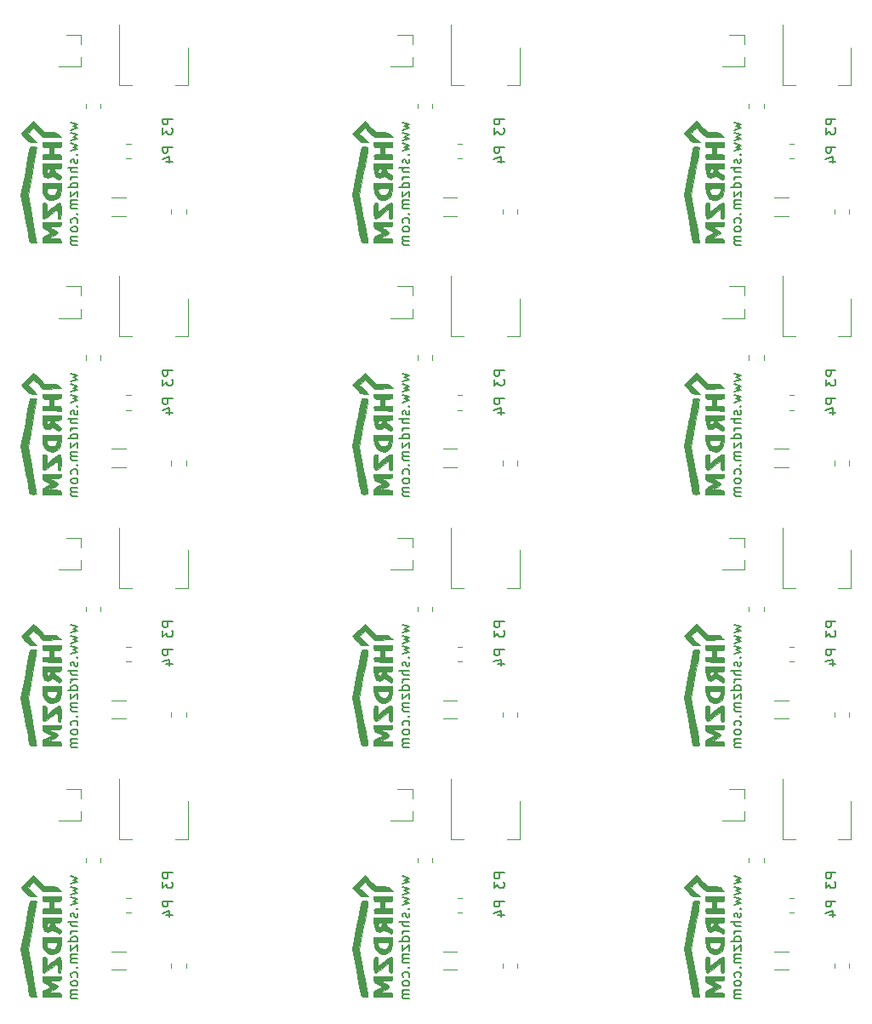
<source format=gbr>
%TF.GenerationSoftware,KiCad,Pcbnew,(5.1.9)-1*%
%TF.CreationDate,2021-08-15T14:18:07+02:00*%
%TF.ProjectId,IM350_AM550_5V_V3.0_multi,494d3335-305f-4414-9d35-35305f35565f,rev?*%
%TF.SameCoordinates,Original*%
%TF.FileFunction,Legend,Bot*%
%TF.FilePolarity,Positive*%
%FSLAX46Y46*%
G04 Gerber Fmt 4.6, Leading zero omitted, Abs format (unit mm)*
G04 Created by KiCad (PCBNEW (5.1.9)-1) date 2021-08-15 14:18:07*
%MOMM*%
%LPD*%
G01*
G04 APERTURE LIST*
%ADD10C,0.150000*%
%ADD11C,0.120000*%
%ADD12C,0.010000*%
G04 APERTURE END LIST*
D10*
X132785714Y-131607142D02*
X133452380Y-131797619D01*
X132976190Y-131988095D01*
X133452380Y-132178571D01*
X132785714Y-132369047D01*
X132785714Y-132654761D02*
X133452380Y-132845238D01*
X132976190Y-133035714D01*
X133452380Y-133226190D01*
X132785714Y-133416666D01*
X132785714Y-133702380D02*
X133452380Y-133892857D01*
X132976190Y-134083333D01*
X133452380Y-134273809D01*
X132785714Y-134464285D01*
X133357142Y-134845238D02*
X133404761Y-134892857D01*
X133452380Y-134845238D01*
X133404761Y-134797619D01*
X133357142Y-134845238D01*
X133452380Y-134845238D01*
X133404761Y-135273809D02*
X133452380Y-135369047D01*
X133452380Y-135559523D01*
X133404761Y-135654761D01*
X133309523Y-135702380D01*
X133261904Y-135702380D01*
X133166666Y-135654761D01*
X133119047Y-135559523D01*
X133119047Y-135416666D01*
X133071428Y-135321428D01*
X132976190Y-135273809D01*
X132928571Y-135273809D01*
X132833333Y-135321428D01*
X132785714Y-135416666D01*
X132785714Y-135559523D01*
X132833333Y-135654761D01*
X133452380Y-136130952D02*
X132452380Y-136130952D01*
X133452380Y-136559523D02*
X132928571Y-136559523D01*
X132833333Y-136511904D01*
X132785714Y-136416666D01*
X132785714Y-136273809D01*
X132833333Y-136178571D01*
X132880952Y-136130952D01*
X133452380Y-137035714D02*
X132785714Y-137035714D01*
X132976190Y-137035714D02*
X132880952Y-137083333D01*
X132833333Y-137130952D01*
X132785714Y-137226190D01*
X132785714Y-137321428D01*
X133452380Y-138083333D02*
X132452380Y-138083333D01*
X133404761Y-138083333D02*
X133452380Y-137988095D01*
X133452380Y-137797619D01*
X133404761Y-137702380D01*
X133357142Y-137654761D01*
X133261904Y-137607142D01*
X132976190Y-137607142D01*
X132880952Y-137654761D01*
X132833333Y-137702380D01*
X132785714Y-137797619D01*
X132785714Y-137988095D01*
X132833333Y-138083333D01*
X132785714Y-138464285D02*
X132785714Y-138988095D01*
X133452380Y-138464285D01*
X133452380Y-138988095D01*
X133452380Y-139369047D02*
X132785714Y-139369047D01*
X132880952Y-139369047D02*
X132833333Y-139416666D01*
X132785714Y-139511904D01*
X132785714Y-139654761D01*
X132833333Y-139750000D01*
X132928571Y-139797619D01*
X133452380Y-139797619D01*
X132928571Y-139797619D02*
X132833333Y-139845238D01*
X132785714Y-139940476D01*
X132785714Y-140083333D01*
X132833333Y-140178571D01*
X132928571Y-140226190D01*
X133452380Y-140226190D01*
X133357142Y-140702380D02*
X133404761Y-140750000D01*
X133452380Y-140702380D01*
X133404761Y-140654761D01*
X133357142Y-140702380D01*
X133452380Y-140702380D01*
X133404761Y-141607142D02*
X133452380Y-141511904D01*
X133452380Y-141321428D01*
X133404761Y-141226190D01*
X133357142Y-141178571D01*
X133261904Y-141130952D01*
X132976190Y-141130952D01*
X132880952Y-141178571D01*
X132833333Y-141226190D01*
X132785714Y-141321428D01*
X132785714Y-141511904D01*
X132833333Y-141607142D01*
X133452380Y-142178571D02*
X133404761Y-142083333D01*
X133357142Y-142035714D01*
X133261904Y-141988095D01*
X132976190Y-141988095D01*
X132880952Y-142035714D01*
X132833333Y-142083333D01*
X132785714Y-142178571D01*
X132785714Y-142321428D01*
X132833333Y-142416666D01*
X132880952Y-142464285D01*
X132976190Y-142511904D01*
X133261904Y-142511904D01*
X133357142Y-142464285D01*
X133404761Y-142416666D01*
X133452380Y-142321428D01*
X133452380Y-142178571D01*
X133452380Y-142940476D02*
X132785714Y-142940476D01*
X132880952Y-142940476D02*
X132833333Y-142988095D01*
X132785714Y-143083333D01*
X132785714Y-143226190D01*
X132833333Y-143321428D01*
X132928571Y-143369047D01*
X133452380Y-143369047D01*
X132928571Y-143369047D02*
X132833333Y-143416666D01*
X132785714Y-143511904D01*
X132785714Y-143654761D01*
X132833333Y-143750000D01*
X132928571Y-143797619D01*
X133452380Y-143797619D01*
X99785714Y-131607142D02*
X100452380Y-131797619D01*
X99976190Y-131988095D01*
X100452380Y-132178571D01*
X99785714Y-132369047D01*
X99785714Y-132654761D02*
X100452380Y-132845238D01*
X99976190Y-133035714D01*
X100452380Y-133226190D01*
X99785714Y-133416666D01*
X99785714Y-133702380D02*
X100452380Y-133892857D01*
X99976190Y-134083333D01*
X100452380Y-134273809D01*
X99785714Y-134464285D01*
X100357142Y-134845238D02*
X100404761Y-134892857D01*
X100452380Y-134845238D01*
X100404761Y-134797619D01*
X100357142Y-134845238D01*
X100452380Y-134845238D01*
X100404761Y-135273809D02*
X100452380Y-135369047D01*
X100452380Y-135559523D01*
X100404761Y-135654761D01*
X100309523Y-135702380D01*
X100261904Y-135702380D01*
X100166666Y-135654761D01*
X100119047Y-135559523D01*
X100119047Y-135416666D01*
X100071428Y-135321428D01*
X99976190Y-135273809D01*
X99928571Y-135273809D01*
X99833333Y-135321428D01*
X99785714Y-135416666D01*
X99785714Y-135559523D01*
X99833333Y-135654761D01*
X100452380Y-136130952D02*
X99452380Y-136130952D01*
X100452380Y-136559523D02*
X99928571Y-136559523D01*
X99833333Y-136511904D01*
X99785714Y-136416666D01*
X99785714Y-136273809D01*
X99833333Y-136178571D01*
X99880952Y-136130952D01*
X100452380Y-137035714D02*
X99785714Y-137035714D01*
X99976190Y-137035714D02*
X99880952Y-137083333D01*
X99833333Y-137130952D01*
X99785714Y-137226190D01*
X99785714Y-137321428D01*
X100452380Y-138083333D02*
X99452380Y-138083333D01*
X100404761Y-138083333D02*
X100452380Y-137988095D01*
X100452380Y-137797619D01*
X100404761Y-137702380D01*
X100357142Y-137654761D01*
X100261904Y-137607142D01*
X99976190Y-137607142D01*
X99880952Y-137654761D01*
X99833333Y-137702380D01*
X99785714Y-137797619D01*
X99785714Y-137988095D01*
X99833333Y-138083333D01*
X99785714Y-138464285D02*
X99785714Y-138988095D01*
X100452380Y-138464285D01*
X100452380Y-138988095D01*
X100452380Y-139369047D02*
X99785714Y-139369047D01*
X99880952Y-139369047D02*
X99833333Y-139416666D01*
X99785714Y-139511904D01*
X99785714Y-139654761D01*
X99833333Y-139750000D01*
X99928571Y-139797619D01*
X100452380Y-139797619D01*
X99928571Y-139797619D02*
X99833333Y-139845238D01*
X99785714Y-139940476D01*
X99785714Y-140083333D01*
X99833333Y-140178571D01*
X99928571Y-140226190D01*
X100452380Y-140226190D01*
X100357142Y-140702380D02*
X100404761Y-140750000D01*
X100452380Y-140702380D01*
X100404761Y-140654761D01*
X100357142Y-140702380D01*
X100452380Y-140702380D01*
X100404761Y-141607142D02*
X100452380Y-141511904D01*
X100452380Y-141321428D01*
X100404761Y-141226190D01*
X100357142Y-141178571D01*
X100261904Y-141130952D01*
X99976190Y-141130952D01*
X99880952Y-141178571D01*
X99833333Y-141226190D01*
X99785714Y-141321428D01*
X99785714Y-141511904D01*
X99833333Y-141607142D01*
X100452380Y-142178571D02*
X100404761Y-142083333D01*
X100357142Y-142035714D01*
X100261904Y-141988095D01*
X99976190Y-141988095D01*
X99880952Y-142035714D01*
X99833333Y-142083333D01*
X99785714Y-142178571D01*
X99785714Y-142321428D01*
X99833333Y-142416666D01*
X99880952Y-142464285D01*
X99976190Y-142511904D01*
X100261904Y-142511904D01*
X100357142Y-142464285D01*
X100404761Y-142416666D01*
X100452380Y-142321428D01*
X100452380Y-142178571D01*
X100452380Y-142940476D02*
X99785714Y-142940476D01*
X99880952Y-142940476D02*
X99833333Y-142988095D01*
X99785714Y-143083333D01*
X99785714Y-143226190D01*
X99833333Y-143321428D01*
X99928571Y-143369047D01*
X100452380Y-143369047D01*
X99928571Y-143369047D02*
X99833333Y-143416666D01*
X99785714Y-143511904D01*
X99785714Y-143654761D01*
X99833333Y-143750000D01*
X99928571Y-143797619D01*
X100452380Y-143797619D01*
X66785714Y-131607142D02*
X67452380Y-131797619D01*
X66976190Y-131988095D01*
X67452380Y-132178571D01*
X66785714Y-132369047D01*
X66785714Y-132654761D02*
X67452380Y-132845238D01*
X66976190Y-133035714D01*
X67452380Y-133226190D01*
X66785714Y-133416666D01*
X66785714Y-133702380D02*
X67452380Y-133892857D01*
X66976190Y-134083333D01*
X67452380Y-134273809D01*
X66785714Y-134464285D01*
X67357142Y-134845238D02*
X67404761Y-134892857D01*
X67452380Y-134845238D01*
X67404761Y-134797619D01*
X67357142Y-134845238D01*
X67452380Y-134845238D01*
X67404761Y-135273809D02*
X67452380Y-135369047D01*
X67452380Y-135559523D01*
X67404761Y-135654761D01*
X67309523Y-135702380D01*
X67261904Y-135702380D01*
X67166666Y-135654761D01*
X67119047Y-135559523D01*
X67119047Y-135416666D01*
X67071428Y-135321428D01*
X66976190Y-135273809D01*
X66928571Y-135273809D01*
X66833333Y-135321428D01*
X66785714Y-135416666D01*
X66785714Y-135559523D01*
X66833333Y-135654761D01*
X67452380Y-136130952D02*
X66452380Y-136130952D01*
X67452380Y-136559523D02*
X66928571Y-136559523D01*
X66833333Y-136511904D01*
X66785714Y-136416666D01*
X66785714Y-136273809D01*
X66833333Y-136178571D01*
X66880952Y-136130952D01*
X67452380Y-137035714D02*
X66785714Y-137035714D01*
X66976190Y-137035714D02*
X66880952Y-137083333D01*
X66833333Y-137130952D01*
X66785714Y-137226190D01*
X66785714Y-137321428D01*
X67452380Y-138083333D02*
X66452380Y-138083333D01*
X67404761Y-138083333D02*
X67452380Y-137988095D01*
X67452380Y-137797619D01*
X67404761Y-137702380D01*
X67357142Y-137654761D01*
X67261904Y-137607142D01*
X66976190Y-137607142D01*
X66880952Y-137654761D01*
X66833333Y-137702380D01*
X66785714Y-137797619D01*
X66785714Y-137988095D01*
X66833333Y-138083333D01*
X66785714Y-138464285D02*
X66785714Y-138988095D01*
X67452380Y-138464285D01*
X67452380Y-138988095D01*
X67452380Y-139369047D02*
X66785714Y-139369047D01*
X66880952Y-139369047D02*
X66833333Y-139416666D01*
X66785714Y-139511904D01*
X66785714Y-139654761D01*
X66833333Y-139750000D01*
X66928571Y-139797619D01*
X67452380Y-139797619D01*
X66928571Y-139797619D02*
X66833333Y-139845238D01*
X66785714Y-139940476D01*
X66785714Y-140083333D01*
X66833333Y-140178571D01*
X66928571Y-140226190D01*
X67452380Y-140226190D01*
X67357142Y-140702380D02*
X67404761Y-140750000D01*
X67452380Y-140702380D01*
X67404761Y-140654761D01*
X67357142Y-140702380D01*
X67452380Y-140702380D01*
X67404761Y-141607142D02*
X67452380Y-141511904D01*
X67452380Y-141321428D01*
X67404761Y-141226190D01*
X67357142Y-141178571D01*
X67261904Y-141130952D01*
X66976190Y-141130952D01*
X66880952Y-141178571D01*
X66833333Y-141226190D01*
X66785714Y-141321428D01*
X66785714Y-141511904D01*
X66833333Y-141607142D01*
X67452380Y-142178571D02*
X67404761Y-142083333D01*
X67357142Y-142035714D01*
X67261904Y-141988095D01*
X66976190Y-141988095D01*
X66880952Y-142035714D01*
X66833333Y-142083333D01*
X66785714Y-142178571D01*
X66785714Y-142321428D01*
X66833333Y-142416666D01*
X66880952Y-142464285D01*
X66976190Y-142511904D01*
X67261904Y-142511904D01*
X67357142Y-142464285D01*
X67404761Y-142416666D01*
X67452380Y-142321428D01*
X67452380Y-142178571D01*
X67452380Y-142940476D02*
X66785714Y-142940476D01*
X66880952Y-142940476D02*
X66833333Y-142988095D01*
X66785714Y-143083333D01*
X66785714Y-143226190D01*
X66833333Y-143321428D01*
X66928571Y-143369047D01*
X67452380Y-143369047D01*
X66928571Y-143369047D02*
X66833333Y-143416666D01*
X66785714Y-143511904D01*
X66785714Y-143654761D01*
X66833333Y-143750000D01*
X66928571Y-143797619D01*
X67452380Y-143797619D01*
X132785714Y-106607142D02*
X133452380Y-106797619D01*
X132976190Y-106988095D01*
X133452380Y-107178571D01*
X132785714Y-107369047D01*
X132785714Y-107654761D02*
X133452380Y-107845238D01*
X132976190Y-108035714D01*
X133452380Y-108226190D01*
X132785714Y-108416666D01*
X132785714Y-108702380D02*
X133452380Y-108892857D01*
X132976190Y-109083333D01*
X133452380Y-109273809D01*
X132785714Y-109464285D01*
X133357142Y-109845238D02*
X133404761Y-109892857D01*
X133452380Y-109845238D01*
X133404761Y-109797619D01*
X133357142Y-109845238D01*
X133452380Y-109845238D01*
X133404761Y-110273809D02*
X133452380Y-110369047D01*
X133452380Y-110559523D01*
X133404761Y-110654761D01*
X133309523Y-110702380D01*
X133261904Y-110702380D01*
X133166666Y-110654761D01*
X133119047Y-110559523D01*
X133119047Y-110416666D01*
X133071428Y-110321428D01*
X132976190Y-110273809D01*
X132928571Y-110273809D01*
X132833333Y-110321428D01*
X132785714Y-110416666D01*
X132785714Y-110559523D01*
X132833333Y-110654761D01*
X133452380Y-111130952D02*
X132452380Y-111130952D01*
X133452380Y-111559523D02*
X132928571Y-111559523D01*
X132833333Y-111511904D01*
X132785714Y-111416666D01*
X132785714Y-111273809D01*
X132833333Y-111178571D01*
X132880952Y-111130952D01*
X133452380Y-112035714D02*
X132785714Y-112035714D01*
X132976190Y-112035714D02*
X132880952Y-112083333D01*
X132833333Y-112130952D01*
X132785714Y-112226190D01*
X132785714Y-112321428D01*
X133452380Y-113083333D02*
X132452380Y-113083333D01*
X133404761Y-113083333D02*
X133452380Y-112988095D01*
X133452380Y-112797619D01*
X133404761Y-112702380D01*
X133357142Y-112654761D01*
X133261904Y-112607142D01*
X132976190Y-112607142D01*
X132880952Y-112654761D01*
X132833333Y-112702380D01*
X132785714Y-112797619D01*
X132785714Y-112988095D01*
X132833333Y-113083333D01*
X132785714Y-113464285D02*
X132785714Y-113988095D01*
X133452380Y-113464285D01*
X133452380Y-113988095D01*
X133452380Y-114369047D02*
X132785714Y-114369047D01*
X132880952Y-114369047D02*
X132833333Y-114416666D01*
X132785714Y-114511904D01*
X132785714Y-114654761D01*
X132833333Y-114750000D01*
X132928571Y-114797619D01*
X133452380Y-114797619D01*
X132928571Y-114797619D02*
X132833333Y-114845238D01*
X132785714Y-114940476D01*
X132785714Y-115083333D01*
X132833333Y-115178571D01*
X132928571Y-115226190D01*
X133452380Y-115226190D01*
X133357142Y-115702380D02*
X133404761Y-115750000D01*
X133452380Y-115702380D01*
X133404761Y-115654761D01*
X133357142Y-115702380D01*
X133452380Y-115702380D01*
X133404761Y-116607142D02*
X133452380Y-116511904D01*
X133452380Y-116321428D01*
X133404761Y-116226190D01*
X133357142Y-116178571D01*
X133261904Y-116130952D01*
X132976190Y-116130952D01*
X132880952Y-116178571D01*
X132833333Y-116226190D01*
X132785714Y-116321428D01*
X132785714Y-116511904D01*
X132833333Y-116607142D01*
X133452380Y-117178571D02*
X133404761Y-117083333D01*
X133357142Y-117035714D01*
X133261904Y-116988095D01*
X132976190Y-116988095D01*
X132880952Y-117035714D01*
X132833333Y-117083333D01*
X132785714Y-117178571D01*
X132785714Y-117321428D01*
X132833333Y-117416666D01*
X132880952Y-117464285D01*
X132976190Y-117511904D01*
X133261904Y-117511904D01*
X133357142Y-117464285D01*
X133404761Y-117416666D01*
X133452380Y-117321428D01*
X133452380Y-117178571D01*
X133452380Y-117940476D02*
X132785714Y-117940476D01*
X132880952Y-117940476D02*
X132833333Y-117988095D01*
X132785714Y-118083333D01*
X132785714Y-118226190D01*
X132833333Y-118321428D01*
X132928571Y-118369047D01*
X133452380Y-118369047D01*
X132928571Y-118369047D02*
X132833333Y-118416666D01*
X132785714Y-118511904D01*
X132785714Y-118654761D01*
X132833333Y-118750000D01*
X132928571Y-118797619D01*
X133452380Y-118797619D01*
X99785714Y-106607142D02*
X100452380Y-106797619D01*
X99976190Y-106988095D01*
X100452380Y-107178571D01*
X99785714Y-107369047D01*
X99785714Y-107654761D02*
X100452380Y-107845238D01*
X99976190Y-108035714D01*
X100452380Y-108226190D01*
X99785714Y-108416666D01*
X99785714Y-108702380D02*
X100452380Y-108892857D01*
X99976190Y-109083333D01*
X100452380Y-109273809D01*
X99785714Y-109464285D01*
X100357142Y-109845238D02*
X100404761Y-109892857D01*
X100452380Y-109845238D01*
X100404761Y-109797619D01*
X100357142Y-109845238D01*
X100452380Y-109845238D01*
X100404761Y-110273809D02*
X100452380Y-110369047D01*
X100452380Y-110559523D01*
X100404761Y-110654761D01*
X100309523Y-110702380D01*
X100261904Y-110702380D01*
X100166666Y-110654761D01*
X100119047Y-110559523D01*
X100119047Y-110416666D01*
X100071428Y-110321428D01*
X99976190Y-110273809D01*
X99928571Y-110273809D01*
X99833333Y-110321428D01*
X99785714Y-110416666D01*
X99785714Y-110559523D01*
X99833333Y-110654761D01*
X100452380Y-111130952D02*
X99452380Y-111130952D01*
X100452380Y-111559523D02*
X99928571Y-111559523D01*
X99833333Y-111511904D01*
X99785714Y-111416666D01*
X99785714Y-111273809D01*
X99833333Y-111178571D01*
X99880952Y-111130952D01*
X100452380Y-112035714D02*
X99785714Y-112035714D01*
X99976190Y-112035714D02*
X99880952Y-112083333D01*
X99833333Y-112130952D01*
X99785714Y-112226190D01*
X99785714Y-112321428D01*
X100452380Y-113083333D02*
X99452380Y-113083333D01*
X100404761Y-113083333D02*
X100452380Y-112988095D01*
X100452380Y-112797619D01*
X100404761Y-112702380D01*
X100357142Y-112654761D01*
X100261904Y-112607142D01*
X99976190Y-112607142D01*
X99880952Y-112654761D01*
X99833333Y-112702380D01*
X99785714Y-112797619D01*
X99785714Y-112988095D01*
X99833333Y-113083333D01*
X99785714Y-113464285D02*
X99785714Y-113988095D01*
X100452380Y-113464285D01*
X100452380Y-113988095D01*
X100452380Y-114369047D02*
X99785714Y-114369047D01*
X99880952Y-114369047D02*
X99833333Y-114416666D01*
X99785714Y-114511904D01*
X99785714Y-114654761D01*
X99833333Y-114750000D01*
X99928571Y-114797619D01*
X100452380Y-114797619D01*
X99928571Y-114797619D02*
X99833333Y-114845238D01*
X99785714Y-114940476D01*
X99785714Y-115083333D01*
X99833333Y-115178571D01*
X99928571Y-115226190D01*
X100452380Y-115226190D01*
X100357142Y-115702380D02*
X100404761Y-115750000D01*
X100452380Y-115702380D01*
X100404761Y-115654761D01*
X100357142Y-115702380D01*
X100452380Y-115702380D01*
X100404761Y-116607142D02*
X100452380Y-116511904D01*
X100452380Y-116321428D01*
X100404761Y-116226190D01*
X100357142Y-116178571D01*
X100261904Y-116130952D01*
X99976190Y-116130952D01*
X99880952Y-116178571D01*
X99833333Y-116226190D01*
X99785714Y-116321428D01*
X99785714Y-116511904D01*
X99833333Y-116607142D01*
X100452380Y-117178571D02*
X100404761Y-117083333D01*
X100357142Y-117035714D01*
X100261904Y-116988095D01*
X99976190Y-116988095D01*
X99880952Y-117035714D01*
X99833333Y-117083333D01*
X99785714Y-117178571D01*
X99785714Y-117321428D01*
X99833333Y-117416666D01*
X99880952Y-117464285D01*
X99976190Y-117511904D01*
X100261904Y-117511904D01*
X100357142Y-117464285D01*
X100404761Y-117416666D01*
X100452380Y-117321428D01*
X100452380Y-117178571D01*
X100452380Y-117940476D02*
X99785714Y-117940476D01*
X99880952Y-117940476D02*
X99833333Y-117988095D01*
X99785714Y-118083333D01*
X99785714Y-118226190D01*
X99833333Y-118321428D01*
X99928571Y-118369047D01*
X100452380Y-118369047D01*
X99928571Y-118369047D02*
X99833333Y-118416666D01*
X99785714Y-118511904D01*
X99785714Y-118654761D01*
X99833333Y-118750000D01*
X99928571Y-118797619D01*
X100452380Y-118797619D01*
X66785714Y-106607142D02*
X67452380Y-106797619D01*
X66976190Y-106988095D01*
X67452380Y-107178571D01*
X66785714Y-107369047D01*
X66785714Y-107654761D02*
X67452380Y-107845238D01*
X66976190Y-108035714D01*
X67452380Y-108226190D01*
X66785714Y-108416666D01*
X66785714Y-108702380D02*
X67452380Y-108892857D01*
X66976190Y-109083333D01*
X67452380Y-109273809D01*
X66785714Y-109464285D01*
X67357142Y-109845238D02*
X67404761Y-109892857D01*
X67452380Y-109845238D01*
X67404761Y-109797619D01*
X67357142Y-109845238D01*
X67452380Y-109845238D01*
X67404761Y-110273809D02*
X67452380Y-110369047D01*
X67452380Y-110559523D01*
X67404761Y-110654761D01*
X67309523Y-110702380D01*
X67261904Y-110702380D01*
X67166666Y-110654761D01*
X67119047Y-110559523D01*
X67119047Y-110416666D01*
X67071428Y-110321428D01*
X66976190Y-110273809D01*
X66928571Y-110273809D01*
X66833333Y-110321428D01*
X66785714Y-110416666D01*
X66785714Y-110559523D01*
X66833333Y-110654761D01*
X67452380Y-111130952D02*
X66452380Y-111130952D01*
X67452380Y-111559523D02*
X66928571Y-111559523D01*
X66833333Y-111511904D01*
X66785714Y-111416666D01*
X66785714Y-111273809D01*
X66833333Y-111178571D01*
X66880952Y-111130952D01*
X67452380Y-112035714D02*
X66785714Y-112035714D01*
X66976190Y-112035714D02*
X66880952Y-112083333D01*
X66833333Y-112130952D01*
X66785714Y-112226190D01*
X66785714Y-112321428D01*
X67452380Y-113083333D02*
X66452380Y-113083333D01*
X67404761Y-113083333D02*
X67452380Y-112988095D01*
X67452380Y-112797619D01*
X67404761Y-112702380D01*
X67357142Y-112654761D01*
X67261904Y-112607142D01*
X66976190Y-112607142D01*
X66880952Y-112654761D01*
X66833333Y-112702380D01*
X66785714Y-112797619D01*
X66785714Y-112988095D01*
X66833333Y-113083333D01*
X66785714Y-113464285D02*
X66785714Y-113988095D01*
X67452380Y-113464285D01*
X67452380Y-113988095D01*
X67452380Y-114369047D02*
X66785714Y-114369047D01*
X66880952Y-114369047D02*
X66833333Y-114416666D01*
X66785714Y-114511904D01*
X66785714Y-114654761D01*
X66833333Y-114750000D01*
X66928571Y-114797619D01*
X67452380Y-114797619D01*
X66928571Y-114797619D02*
X66833333Y-114845238D01*
X66785714Y-114940476D01*
X66785714Y-115083333D01*
X66833333Y-115178571D01*
X66928571Y-115226190D01*
X67452380Y-115226190D01*
X67357142Y-115702380D02*
X67404761Y-115750000D01*
X67452380Y-115702380D01*
X67404761Y-115654761D01*
X67357142Y-115702380D01*
X67452380Y-115702380D01*
X67404761Y-116607142D02*
X67452380Y-116511904D01*
X67452380Y-116321428D01*
X67404761Y-116226190D01*
X67357142Y-116178571D01*
X67261904Y-116130952D01*
X66976190Y-116130952D01*
X66880952Y-116178571D01*
X66833333Y-116226190D01*
X66785714Y-116321428D01*
X66785714Y-116511904D01*
X66833333Y-116607142D01*
X67452380Y-117178571D02*
X67404761Y-117083333D01*
X67357142Y-117035714D01*
X67261904Y-116988095D01*
X66976190Y-116988095D01*
X66880952Y-117035714D01*
X66833333Y-117083333D01*
X66785714Y-117178571D01*
X66785714Y-117321428D01*
X66833333Y-117416666D01*
X66880952Y-117464285D01*
X66976190Y-117511904D01*
X67261904Y-117511904D01*
X67357142Y-117464285D01*
X67404761Y-117416666D01*
X67452380Y-117321428D01*
X67452380Y-117178571D01*
X67452380Y-117940476D02*
X66785714Y-117940476D01*
X66880952Y-117940476D02*
X66833333Y-117988095D01*
X66785714Y-118083333D01*
X66785714Y-118226190D01*
X66833333Y-118321428D01*
X66928571Y-118369047D01*
X67452380Y-118369047D01*
X66928571Y-118369047D02*
X66833333Y-118416666D01*
X66785714Y-118511904D01*
X66785714Y-118654761D01*
X66833333Y-118750000D01*
X66928571Y-118797619D01*
X67452380Y-118797619D01*
X132785714Y-81607142D02*
X133452380Y-81797619D01*
X132976190Y-81988095D01*
X133452380Y-82178571D01*
X132785714Y-82369047D01*
X132785714Y-82654761D02*
X133452380Y-82845238D01*
X132976190Y-83035714D01*
X133452380Y-83226190D01*
X132785714Y-83416666D01*
X132785714Y-83702380D02*
X133452380Y-83892857D01*
X132976190Y-84083333D01*
X133452380Y-84273809D01*
X132785714Y-84464285D01*
X133357142Y-84845238D02*
X133404761Y-84892857D01*
X133452380Y-84845238D01*
X133404761Y-84797619D01*
X133357142Y-84845238D01*
X133452380Y-84845238D01*
X133404761Y-85273809D02*
X133452380Y-85369047D01*
X133452380Y-85559523D01*
X133404761Y-85654761D01*
X133309523Y-85702380D01*
X133261904Y-85702380D01*
X133166666Y-85654761D01*
X133119047Y-85559523D01*
X133119047Y-85416666D01*
X133071428Y-85321428D01*
X132976190Y-85273809D01*
X132928571Y-85273809D01*
X132833333Y-85321428D01*
X132785714Y-85416666D01*
X132785714Y-85559523D01*
X132833333Y-85654761D01*
X133452380Y-86130952D02*
X132452380Y-86130952D01*
X133452380Y-86559523D02*
X132928571Y-86559523D01*
X132833333Y-86511904D01*
X132785714Y-86416666D01*
X132785714Y-86273809D01*
X132833333Y-86178571D01*
X132880952Y-86130952D01*
X133452380Y-87035714D02*
X132785714Y-87035714D01*
X132976190Y-87035714D02*
X132880952Y-87083333D01*
X132833333Y-87130952D01*
X132785714Y-87226190D01*
X132785714Y-87321428D01*
X133452380Y-88083333D02*
X132452380Y-88083333D01*
X133404761Y-88083333D02*
X133452380Y-87988095D01*
X133452380Y-87797619D01*
X133404761Y-87702380D01*
X133357142Y-87654761D01*
X133261904Y-87607142D01*
X132976190Y-87607142D01*
X132880952Y-87654761D01*
X132833333Y-87702380D01*
X132785714Y-87797619D01*
X132785714Y-87988095D01*
X132833333Y-88083333D01*
X132785714Y-88464285D02*
X132785714Y-88988095D01*
X133452380Y-88464285D01*
X133452380Y-88988095D01*
X133452380Y-89369047D02*
X132785714Y-89369047D01*
X132880952Y-89369047D02*
X132833333Y-89416666D01*
X132785714Y-89511904D01*
X132785714Y-89654761D01*
X132833333Y-89750000D01*
X132928571Y-89797619D01*
X133452380Y-89797619D01*
X132928571Y-89797619D02*
X132833333Y-89845238D01*
X132785714Y-89940476D01*
X132785714Y-90083333D01*
X132833333Y-90178571D01*
X132928571Y-90226190D01*
X133452380Y-90226190D01*
X133357142Y-90702380D02*
X133404761Y-90750000D01*
X133452380Y-90702380D01*
X133404761Y-90654761D01*
X133357142Y-90702380D01*
X133452380Y-90702380D01*
X133404761Y-91607142D02*
X133452380Y-91511904D01*
X133452380Y-91321428D01*
X133404761Y-91226190D01*
X133357142Y-91178571D01*
X133261904Y-91130952D01*
X132976190Y-91130952D01*
X132880952Y-91178571D01*
X132833333Y-91226190D01*
X132785714Y-91321428D01*
X132785714Y-91511904D01*
X132833333Y-91607142D01*
X133452380Y-92178571D02*
X133404761Y-92083333D01*
X133357142Y-92035714D01*
X133261904Y-91988095D01*
X132976190Y-91988095D01*
X132880952Y-92035714D01*
X132833333Y-92083333D01*
X132785714Y-92178571D01*
X132785714Y-92321428D01*
X132833333Y-92416666D01*
X132880952Y-92464285D01*
X132976190Y-92511904D01*
X133261904Y-92511904D01*
X133357142Y-92464285D01*
X133404761Y-92416666D01*
X133452380Y-92321428D01*
X133452380Y-92178571D01*
X133452380Y-92940476D02*
X132785714Y-92940476D01*
X132880952Y-92940476D02*
X132833333Y-92988095D01*
X132785714Y-93083333D01*
X132785714Y-93226190D01*
X132833333Y-93321428D01*
X132928571Y-93369047D01*
X133452380Y-93369047D01*
X132928571Y-93369047D02*
X132833333Y-93416666D01*
X132785714Y-93511904D01*
X132785714Y-93654761D01*
X132833333Y-93750000D01*
X132928571Y-93797619D01*
X133452380Y-93797619D01*
X99785714Y-81607142D02*
X100452380Y-81797619D01*
X99976190Y-81988095D01*
X100452380Y-82178571D01*
X99785714Y-82369047D01*
X99785714Y-82654761D02*
X100452380Y-82845238D01*
X99976190Y-83035714D01*
X100452380Y-83226190D01*
X99785714Y-83416666D01*
X99785714Y-83702380D02*
X100452380Y-83892857D01*
X99976190Y-84083333D01*
X100452380Y-84273809D01*
X99785714Y-84464285D01*
X100357142Y-84845238D02*
X100404761Y-84892857D01*
X100452380Y-84845238D01*
X100404761Y-84797619D01*
X100357142Y-84845238D01*
X100452380Y-84845238D01*
X100404761Y-85273809D02*
X100452380Y-85369047D01*
X100452380Y-85559523D01*
X100404761Y-85654761D01*
X100309523Y-85702380D01*
X100261904Y-85702380D01*
X100166666Y-85654761D01*
X100119047Y-85559523D01*
X100119047Y-85416666D01*
X100071428Y-85321428D01*
X99976190Y-85273809D01*
X99928571Y-85273809D01*
X99833333Y-85321428D01*
X99785714Y-85416666D01*
X99785714Y-85559523D01*
X99833333Y-85654761D01*
X100452380Y-86130952D02*
X99452380Y-86130952D01*
X100452380Y-86559523D02*
X99928571Y-86559523D01*
X99833333Y-86511904D01*
X99785714Y-86416666D01*
X99785714Y-86273809D01*
X99833333Y-86178571D01*
X99880952Y-86130952D01*
X100452380Y-87035714D02*
X99785714Y-87035714D01*
X99976190Y-87035714D02*
X99880952Y-87083333D01*
X99833333Y-87130952D01*
X99785714Y-87226190D01*
X99785714Y-87321428D01*
X100452380Y-88083333D02*
X99452380Y-88083333D01*
X100404761Y-88083333D02*
X100452380Y-87988095D01*
X100452380Y-87797619D01*
X100404761Y-87702380D01*
X100357142Y-87654761D01*
X100261904Y-87607142D01*
X99976190Y-87607142D01*
X99880952Y-87654761D01*
X99833333Y-87702380D01*
X99785714Y-87797619D01*
X99785714Y-87988095D01*
X99833333Y-88083333D01*
X99785714Y-88464285D02*
X99785714Y-88988095D01*
X100452380Y-88464285D01*
X100452380Y-88988095D01*
X100452380Y-89369047D02*
X99785714Y-89369047D01*
X99880952Y-89369047D02*
X99833333Y-89416666D01*
X99785714Y-89511904D01*
X99785714Y-89654761D01*
X99833333Y-89750000D01*
X99928571Y-89797619D01*
X100452380Y-89797619D01*
X99928571Y-89797619D02*
X99833333Y-89845238D01*
X99785714Y-89940476D01*
X99785714Y-90083333D01*
X99833333Y-90178571D01*
X99928571Y-90226190D01*
X100452380Y-90226190D01*
X100357142Y-90702380D02*
X100404761Y-90750000D01*
X100452380Y-90702380D01*
X100404761Y-90654761D01*
X100357142Y-90702380D01*
X100452380Y-90702380D01*
X100404761Y-91607142D02*
X100452380Y-91511904D01*
X100452380Y-91321428D01*
X100404761Y-91226190D01*
X100357142Y-91178571D01*
X100261904Y-91130952D01*
X99976190Y-91130952D01*
X99880952Y-91178571D01*
X99833333Y-91226190D01*
X99785714Y-91321428D01*
X99785714Y-91511904D01*
X99833333Y-91607142D01*
X100452380Y-92178571D02*
X100404761Y-92083333D01*
X100357142Y-92035714D01*
X100261904Y-91988095D01*
X99976190Y-91988095D01*
X99880952Y-92035714D01*
X99833333Y-92083333D01*
X99785714Y-92178571D01*
X99785714Y-92321428D01*
X99833333Y-92416666D01*
X99880952Y-92464285D01*
X99976190Y-92511904D01*
X100261904Y-92511904D01*
X100357142Y-92464285D01*
X100404761Y-92416666D01*
X100452380Y-92321428D01*
X100452380Y-92178571D01*
X100452380Y-92940476D02*
X99785714Y-92940476D01*
X99880952Y-92940476D02*
X99833333Y-92988095D01*
X99785714Y-93083333D01*
X99785714Y-93226190D01*
X99833333Y-93321428D01*
X99928571Y-93369047D01*
X100452380Y-93369047D01*
X99928571Y-93369047D02*
X99833333Y-93416666D01*
X99785714Y-93511904D01*
X99785714Y-93654761D01*
X99833333Y-93750000D01*
X99928571Y-93797619D01*
X100452380Y-93797619D01*
X66785714Y-81607142D02*
X67452380Y-81797619D01*
X66976190Y-81988095D01*
X67452380Y-82178571D01*
X66785714Y-82369047D01*
X66785714Y-82654761D02*
X67452380Y-82845238D01*
X66976190Y-83035714D01*
X67452380Y-83226190D01*
X66785714Y-83416666D01*
X66785714Y-83702380D02*
X67452380Y-83892857D01*
X66976190Y-84083333D01*
X67452380Y-84273809D01*
X66785714Y-84464285D01*
X67357142Y-84845238D02*
X67404761Y-84892857D01*
X67452380Y-84845238D01*
X67404761Y-84797619D01*
X67357142Y-84845238D01*
X67452380Y-84845238D01*
X67404761Y-85273809D02*
X67452380Y-85369047D01*
X67452380Y-85559523D01*
X67404761Y-85654761D01*
X67309523Y-85702380D01*
X67261904Y-85702380D01*
X67166666Y-85654761D01*
X67119047Y-85559523D01*
X67119047Y-85416666D01*
X67071428Y-85321428D01*
X66976190Y-85273809D01*
X66928571Y-85273809D01*
X66833333Y-85321428D01*
X66785714Y-85416666D01*
X66785714Y-85559523D01*
X66833333Y-85654761D01*
X67452380Y-86130952D02*
X66452380Y-86130952D01*
X67452380Y-86559523D02*
X66928571Y-86559523D01*
X66833333Y-86511904D01*
X66785714Y-86416666D01*
X66785714Y-86273809D01*
X66833333Y-86178571D01*
X66880952Y-86130952D01*
X67452380Y-87035714D02*
X66785714Y-87035714D01*
X66976190Y-87035714D02*
X66880952Y-87083333D01*
X66833333Y-87130952D01*
X66785714Y-87226190D01*
X66785714Y-87321428D01*
X67452380Y-88083333D02*
X66452380Y-88083333D01*
X67404761Y-88083333D02*
X67452380Y-87988095D01*
X67452380Y-87797619D01*
X67404761Y-87702380D01*
X67357142Y-87654761D01*
X67261904Y-87607142D01*
X66976190Y-87607142D01*
X66880952Y-87654761D01*
X66833333Y-87702380D01*
X66785714Y-87797619D01*
X66785714Y-87988095D01*
X66833333Y-88083333D01*
X66785714Y-88464285D02*
X66785714Y-88988095D01*
X67452380Y-88464285D01*
X67452380Y-88988095D01*
X67452380Y-89369047D02*
X66785714Y-89369047D01*
X66880952Y-89369047D02*
X66833333Y-89416666D01*
X66785714Y-89511904D01*
X66785714Y-89654761D01*
X66833333Y-89750000D01*
X66928571Y-89797619D01*
X67452380Y-89797619D01*
X66928571Y-89797619D02*
X66833333Y-89845238D01*
X66785714Y-89940476D01*
X66785714Y-90083333D01*
X66833333Y-90178571D01*
X66928571Y-90226190D01*
X67452380Y-90226190D01*
X67357142Y-90702380D02*
X67404761Y-90750000D01*
X67452380Y-90702380D01*
X67404761Y-90654761D01*
X67357142Y-90702380D01*
X67452380Y-90702380D01*
X67404761Y-91607142D02*
X67452380Y-91511904D01*
X67452380Y-91321428D01*
X67404761Y-91226190D01*
X67357142Y-91178571D01*
X67261904Y-91130952D01*
X66976190Y-91130952D01*
X66880952Y-91178571D01*
X66833333Y-91226190D01*
X66785714Y-91321428D01*
X66785714Y-91511904D01*
X66833333Y-91607142D01*
X67452380Y-92178571D02*
X67404761Y-92083333D01*
X67357142Y-92035714D01*
X67261904Y-91988095D01*
X66976190Y-91988095D01*
X66880952Y-92035714D01*
X66833333Y-92083333D01*
X66785714Y-92178571D01*
X66785714Y-92321428D01*
X66833333Y-92416666D01*
X66880952Y-92464285D01*
X66976190Y-92511904D01*
X67261904Y-92511904D01*
X67357142Y-92464285D01*
X67404761Y-92416666D01*
X67452380Y-92321428D01*
X67452380Y-92178571D01*
X67452380Y-92940476D02*
X66785714Y-92940476D01*
X66880952Y-92940476D02*
X66833333Y-92988095D01*
X66785714Y-93083333D01*
X66785714Y-93226190D01*
X66833333Y-93321428D01*
X66928571Y-93369047D01*
X67452380Y-93369047D01*
X66928571Y-93369047D02*
X66833333Y-93416666D01*
X66785714Y-93511904D01*
X66785714Y-93654761D01*
X66833333Y-93750000D01*
X66928571Y-93797619D01*
X67452380Y-93797619D01*
X132785714Y-56607142D02*
X133452380Y-56797619D01*
X132976190Y-56988095D01*
X133452380Y-57178571D01*
X132785714Y-57369047D01*
X132785714Y-57654761D02*
X133452380Y-57845238D01*
X132976190Y-58035714D01*
X133452380Y-58226190D01*
X132785714Y-58416666D01*
X132785714Y-58702380D02*
X133452380Y-58892857D01*
X132976190Y-59083333D01*
X133452380Y-59273809D01*
X132785714Y-59464285D01*
X133357142Y-59845238D02*
X133404761Y-59892857D01*
X133452380Y-59845238D01*
X133404761Y-59797619D01*
X133357142Y-59845238D01*
X133452380Y-59845238D01*
X133404761Y-60273809D02*
X133452380Y-60369047D01*
X133452380Y-60559523D01*
X133404761Y-60654761D01*
X133309523Y-60702380D01*
X133261904Y-60702380D01*
X133166666Y-60654761D01*
X133119047Y-60559523D01*
X133119047Y-60416666D01*
X133071428Y-60321428D01*
X132976190Y-60273809D01*
X132928571Y-60273809D01*
X132833333Y-60321428D01*
X132785714Y-60416666D01*
X132785714Y-60559523D01*
X132833333Y-60654761D01*
X133452380Y-61130952D02*
X132452380Y-61130952D01*
X133452380Y-61559523D02*
X132928571Y-61559523D01*
X132833333Y-61511904D01*
X132785714Y-61416666D01*
X132785714Y-61273809D01*
X132833333Y-61178571D01*
X132880952Y-61130952D01*
X133452380Y-62035714D02*
X132785714Y-62035714D01*
X132976190Y-62035714D02*
X132880952Y-62083333D01*
X132833333Y-62130952D01*
X132785714Y-62226190D01*
X132785714Y-62321428D01*
X133452380Y-63083333D02*
X132452380Y-63083333D01*
X133404761Y-63083333D02*
X133452380Y-62988095D01*
X133452380Y-62797619D01*
X133404761Y-62702380D01*
X133357142Y-62654761D01*
X133261904Y-62607142D01*
X132976190Y-62607142D01*
X132880952Y-62654761D01*
X132833333Y-62702380D01*
X132785714Y-62797619D01*
X132785714Y-62988095D01*
X132833333Y-63083333D01*
X132785714Y-63464285D02*
X132785714Y-63988095D01*
X133452380Y-63464285D01*
X133452380Y-63988095D01*
X133452380Y-64369047D02*
X132785714Y-64369047D01*
X132880952Y-64369047D02*
X132833333Y-64416666D01*
X132785714Y-64511904D01*
X132785714Y-64654761D01*
X132833333Y-64750000D01*
X132928571Y-64797619D01*
X133452380Y-64797619D01*
X132928571Y-64797619D02*
X132833333Y-64845238D01*
X132785714Y-64940476D01*
X132785714Y-65083333D01*
X132833333Y-65178571D01*
X132928571Y-65226190D01*
X133452380Y-65226190D01*
X133357142Y-65702380D02*
X133404761Y-65750000D01*
X133452380Y-65702380D01*
X133404761Y-65654761D01*
X133357142Y-65702380D01*
X133452380Y-65702380D01*
X133404761Y-66607142D02*
X133452380Y-66511904D01*
X133452380Y-66321428D01*
X133404761Y-66226190D01*
X133357142Y-66178571D01*
X133261904Y-66130952D01*
X132976190Y-66130952D01*
X132880952Y-66178571D01*
X132833333Y-66226190D01*
X132785714Y-66321428D01*
X132785714Y-66511904D01*
X132833333Y-66607142D01*
X133452380Y-67178571D02*
X133404761Y-67083333D01*
X133357142Y-67035714D01*
X133261904Y-66988095D01*
X132976190Y-66988095D01*
X132880952Y-67035714D01*
X132833333Y-67083333D01*
X132785714Y-67178571D01*
X132785714Y-67321428D01*
X132833333Y-67416666D01*
X132880952Y-67464285D01*
X132976190Y-67511904D01*
X133261904Y-67511904D01*
X133357142Y-67464285D01*
X133404761Y-67416666D01*
X133452380Y-67321428D01*
X133452380Y-67178571D01*
X133452380Y-67940476D02*
X132785714Y-67940476D01*
X132880952Y-67940476D02*
X132833333Y-67988095D01*
X132785714Y-68083333D01*
X132785714Y-68226190D01*
X132833333Y-68321428D01*
X132928571Y-68369047D01*
X133452380Y-68369047D01*
X132928571Y-68369047D02*
X132833333Y-68416666D01*
X132785714Y-68511904D01*
X132785714Y-68654761D01*
X132833333Y-68750000D01*
X132928571Y-68797619D01*
X133452380Y-68797619D01*
X99785714Y-56607142D02*
X100452380Y-56797619D01*
X99976190Y-56988095D01*
X100452380Y-57178571D01*
X99785714Y-57369047D01*
X99785714Y-57654761D02*
X100452380Y-57845238D01*
X99976190Y-58035714D01*
X100452380Y-58226190D01*
X99785714Y-58416666D01*
X99785714Y-58702380D02*
X100452380Y-58892857D01*
X99976190Y-59083333D01*
X100452380Y-59273809D01*
X99785714Y-59464285D01*
X100357142Y-59845238D02*
X100404761Y-59892857D01*
X100452380Y-59845238D01*
X100404761Y-59797619D01*
X100357142Y-59845238D01*
X100452380Y-59845238D01*
X100404761Y-60273809D02*
X100452380Y-60369047D01*
X100452380Y-60559523D01*
X100404761Y-60654761D01*
X100309523Y-60702380D01*
X100261904Y-60702380D01*
X100166666Y-60654761D01*
X100119047Y-60559523D01*
X100119047Y-60416666D01*
X100071428Y-60321428D01*
X99976190Y-60273809D01*
X99928571Y-60273809D01*
X99833333Y-60321428D01*
X99785714Y-60416666D01*
X99785714Y-60559523D01*
X99833333Y-60654761D01*
X100452380Y-61130952D02*
X99452380Y-61130952D01*
X100452380Y-61559523D02*
X99928571Y-61559523D01*
X99833333Y-61511904D01*
X99785714Y-61416666D01*
X99785714Y-61273809D01*
X99833333Y-61178571D01*
X99880952Y-61130952D01*
X100452380Y-62035714D02*
X99785714Y-62035714D01*
X99976190Y-62035714D02*
X99880952Y-62083333D01*
X99833333Y-62130952D01*
X99785714Y-62226190D01*
X99785714Y-62321428D01*
X100452380Y-63083333D02*
X99452380Y-63083333D01*
X100404761Y-63083333D02*
X100452380Y-62988095D01*
X100452380Y-62797619D01*
X100404761Y-62702380D01*
X100357142Y-62654761D01*
X100261904Y-62607142D01*
X99976190Y-62607142D01*
X99880952Y-62654761D01*
X99833333Y-62702380D01*
X99785714Y-62797619D01*
X99785714Y-62988095D01*
X99833333Y-63083333D01*
X99785714Y-63464285D02*
X99785714Y-63988095D01*
X100452380Y-63464285D01*
X100452380Y-63988095D01*
X100452380Y-64369047D02*
X99785714Y-64369047D01*
X99880952Y-64369047D02*
X99833333Y-64416666D01*
X99785714Y-64511904D01*
X99785714Y-64654761D01*
X99833333Y-64750000D01*
X99928571Y-64797619D01*
X100452380Y-64797619D01*
X99928571Y-64797619D02*
X99833333Y-64845238D01*
X99785714Y-64940476D01*
X99785714Y-65083333D01*
X99833333Y-65178571D01*
X99928571Y-65226190D01*
X100452380Y-65226190D01*
X100357142Y-65702380D02*
X100404761Y-65750000D01*
X100452380Y-65702380D01*
X100404761Y-65654761D01*
X100357142Y-65702380D01*
X100452380Y-65702380D01*
X100404761Y-66607142D02*
X100452380Y-66511904D01*
X100452380Y-66321428D01*
X100404761Y-66226190D01*
X100357142Y-66178571D01*
X100261904Y-66130952D01*
X99976190Y-66130952D01*
X99880952Y-66178571D01*
X99833333Y-66226190D01*
X99785714Y-66321428D01*
X99785714Y-66511904D01*
X99833333Y-66607142D01*
X100452380Y-67178571D02*
X100404761Y-67083333D01*
X100357142Y-67035714D01*
X100261904Y-66988095D01*
X99976190Y-66988095D01*
X99880952Y-67035714D01*
X99833333Y-67083333D01*
X99785714Y-67178571D01*
X99785714Y-67321428D01*
X99833333Y-67416666D01*
X99880952Y-67464285D01*
X99976190Y-67511904D01*
X100261904Y-67511904D01*
X100357142Y-67464285D01*
X100404761Y-67416666D01*
X100452380Y-67321428D01*
X100452380Y-67178571D01*
X100452380Y-67940476D02*
X99785714Y-67940476D01*
X99880952Y-67940476D02*
X99833333Y-67988095D01*
X99785714Y-68083333D01*
X99785714Y-68226190D01*
X99833333Y-68321428D01*
X99928571Y-68369047D01*
X100452380Y-68369047D01*
X99928571Y-68369047D02*
X99833333Y-68416666D01*
X99785714Y-68511904D01*
X99785714Y-68654761D01*
X99833333Y-68750000D01*
X99928571Y-68797619D01*
X100452380Y-68797619D01*
X66785714Y-56607142D02*
X67452380Y-56797619D01*
X66976190Y-56988095D01*
X67452380Y-57178571D01*
X66785714Y-57369047D01*
X66785714Y-57654761D02*
X67452380Y-57845238D01*
X66976190Y-58035714D01*
X67452380Y-58226190D01*
X66785714Y-58416666D01*
X66785714Y-58702380D02*
X67452380Y-58892857D01*
X66976190Y-59083333D01*
X67452380Y-59273809D01*
X66785714Y-59464285D01*
X67357142Y-59845238D02*
X67404761Y-59892857D01*
X67452380Y-59845238D01*
X67404761Y-59797619D01*
X67357142Y-59845238D01*
X67452380Y-59845238D01*
X67404761Y-60273809D02*
X67452380Y-60369047D01*
X67452380Y-60559523D01*
X67404761Y-60654761D01*
X67309523Y-60702380D01*
X67261904Y-60702380D01*
X67166666Y-60654761D01*
X67119047Y-60559523D01*
X67119047Y-60416666D01*
X67071428Y-60321428D01*
X66976190Y-60273809D01*
X66928571Y-60273809D01*
X66833333Y-60321428D01*
X66785714Y-60416666D01*
X66785714Y-60559523D01*
X66833333Y-60654761D01*
X67452380Y-61130952D02*
X66452380Y-61130952D01*
X67452380Y-61559523D02*
X66928571Y-61559523D01*
X66833333Y-61511904D01*
X66785714Y-61416666D01*
X66785714Y-61273809D01*
X66833333Y-61178571D01*
X66880952Y-61130952D01*
X67452380Y-62035714D02*
X66785714Y-62035714D01*
X66976190Y-62035714D02*
X66880952Y-62083333D01*
X66833333Y-62130952D01*
X66785714Y-62226190D01*
X66785714Y-62321428D01*
X67452380Y-63083333D02*
X66452380Y-63083333D01*
X67404761Y-63083333D02*
X67452380Y-62988095D01*
X67452380Y-62797619D01*
X67404761Y-62702380D01*
X67357142Y-62654761D01*
X67261904Y-62607142D01*
X66976190Y-62607142D01*
X66880952Y-62654761D01*
X66833333Y-62702380D01*
X66785714Y-62797619D01*
X66785714Y-62988095D01*
X66833333Y-63083333D01*
X66785714Y-63464285D02*
X66785714Y-63988095D01*
X67452380Y-63464285D01*
X67452380Y-63988095D01*
X67452380Y-64369047D02*
X66785714Y-64369047D01*
X66880952Y-64369047D02*
X66833333Y-64416666D01*
X66785714Y-64511904D01*
X66785714Y-64654761D01*
X66833333Y-64750000D01*
X66928571Y-64797619D01*
X67452380Y-64797619D01*
X66928571Y-64797619D02*
X66833333Y-64845238D01*
X66785714Y-64940476D01*
X66785714Y-65083333D01*
X66833333Y-65178571D01*
X66928571Y-65226190D01*
X67452380Y-65226190D01*
X67357142Y-65702380D02*
X67404761Y-65749999D01*
X67452380Y-65702380D01*
X67404761Y-65654761D01*
X67357142Y-65702380D01*
X67452380Y-65702380D01*
X67404761Y-66607142D02*
X67452380Y-66511904D01*
X67452380Y-66321428D01*
X67404761Y-66226190D01*
X67357142Y-66178571D01*
X67261904Y-66130952D01*
X66976190Y-66130952D01*
X66880952Y-66178571D01*
X66833333Y-66226190D01*
X66785714Y-66321428D01*
X66785714Y-66511904D01*
X66833333Y-66607142D01*
X67452380Y-67178571D02*
X67404761Y-67083333D01*
X67357142Y-67035714D01*
X67261904Y-66988095D01*
X66976190Y-66988095D01*
X66880952Y-67035714D01*
X66833333Y-67083333D01*
X66785714Y-67178571D01*
X66785714Y-67321428D01*
X66833333Y-67416666D01*
X66880952Y-67464285D01*
X66976190Y-67511904D01*
X67261904Y-67511904D01*
X67357142Y-67464285D01*
X67404761Y-67416666D01*
X67452380Y-67321428D01*
X67452380Y-67178571D01*
X67452380Y-67940476D02*
X66785714Y-67940476D01*
X66880952Y-67940476D02*
X66833333Y-67988095D01*
X66785714Y-68083333D01*
X66785714Y-68226190D01*
X66833333Y-68321428D01*
X66928571Y-68369047D01*
X67452380Y-68369047D01*
X66928571Y-68369047D02*
X66833333Y-68416666D01*
X66785714Y-68511904D01*
X66785714Y-68654761D01*
X66833333Y-68750000D01*
X66928571Y-68797619D01*
X67452380Y-68797619D01*
D11*
%TO.C,Q1*%
X67760000Y-122920000D02*
X67760000Y-123850000D01*
X67760000Y-126080000D02*
X67760000Y-125150000D01*
X67760000Y-126080000D02*
X65600000Y-126080000D01*
X67760000Y-122920000D02*
X66300000Y-122920000D01*
D12*
%TO.C,G2*%
G36*
X128195231Y-133160833D02*
G01*
X128408111Y-133397065D01*
X128565961Y-133530403D01*
X128719733Y-133590023D01*
X128920380Y-133605097D01*
X128971564Y-133605333D01*
X129363215Y-133605333D01*
X128922121Y-133158691D01*
X128481028Y-132712049D01*
X128753641Y-132439436D01*
X129026254Y-132166822D01*
X129499471Y-132635101D01*
X129972687Y-133103380D01*
X131793753Y-133055000D01*
X131550410Y-132822167D01*
X131400301Y-132696364D01*
X131244676Y-132626067D01*
X131027766Y-132595617D01*
X130721158Y-132589333D01*
X130135249Y-132589333D01*
X129580669Y-132039003D01*
X129026089Y-131488672D01*
X128418319Y-132102503D01*
X127810549Y-132716333D01*
X128195231Y-133160833D01*
G37*
X128195231Y-133160833D02*
X128408111Y-133397065D01*
X128565961Y-133530403D01*
X128719733Y-133590023D01*
X128920380Y-133605097D01*
X128971564Y-133605333D01*
X129363215Y-133605333D01*
X128922121Y-133158691D01*
X128481028Y-132712049D01*
X128753641Y-132439436D01*
X129026254Y-132166822D01*
X129499471Y-132635101D01*
X129972687Y-133103380D01*
X131793753Y-133055000D01*
X131550410Y-132822167D01*
X131400301Y-132696364D01*
X131244676Y-132626067D01*
X131027766Y-132595617D01*
X130721158Y-132589333D01*
X130135249Y-132589333D01*
X129580669Y-132039003D01*
X129026089Y-131488672D01*
X128418319Y-132102503D01*
X127810549Y-132716333D01*
X128195231Y-133160833D01*
G36*
X129932707Y-134022200D02*
G01*
X130005179Y-134094601D01*
X130185278Y-134112932D01*
X130258000Y-134113333D01*
X130596667Y-134113333D01*
X130596667Y-134790667D01*
X130252376Y-134790667D01*
X130034237Y-134799516D01*
X129941189Y-134847626D01*
X129929128Y-134967337D01*
X129934876Y-135023500D01*
X129961667Y-135256333D01*
X130871833Y-135280364D01*
X131782000Y-135304395D01*
X131782000Y-135047531D01*
X131771196Y-134889598D01*
X131708135Y-134814797D01*
X131546845Y-134792136D01*
X131401000Y-134790667D01*
X131020000Y-134790667D01*
X131020000Y-134113333D01*
X131401000Y-134113333D01*
X131635283Y-134105970D01*
X131746247Y-134063457D01*
X131779846Y-133955157D01*
X131782000Y-133859333D01*
X131782000Y-133605333D01*
X129919333Y-133605333D01*
X129919333Y-133859333D01*
X129932707Y-134022200D01*
G37*
X129932707Y-134022200D02*
X130005179Y-134094601D01*
X130185278Y-134112932D01*
X130258000Y-134113333D01*
X130596667Y-134113333D01*
X130596667Y-134790667D01*
X130252376Y-134790667D01*
X130034237Y-134799516D01*
X129941189Y-134847626D01*
X129929128Y-134967337D01*
X129934876Y-135023500D01*
X129961667Y-135256333D01*
X130871833Y-135280364D01*
X131782000Y-135304395D01*
X131782000Y-135047531D01*
X131771196Y-134889598D01*
X131708135Y-134814797D01*
X131546845Y-134792136D01*
X131401000Y-134790667D01*
X131020000Y-134790667D01*
X131020000Y-134113333D01*
X131401000Y-134113333D01*
X131635283Y-134105970D01*
X131746247Y-134063457D01*
X131779846Y-133955157D01*
X131782000Y-133859333D01*
X131782000Y-133605333D01*
X129919333Y-133605333D01*
X129919333Y-133859333D01*
X129932707Y-134022200D01*
G36*
X129950286Y-136530960D02*
G01*
X130034681Y-136852949D01*
X130159818Y-137062552D01*
X130199797Y-137094814D01*
X130440252Y-137157390D01*
X130692162Y-137086673D01*
X130774145Y-137026962D01*
X130878457Y-136953239D01*
X130986282Y-136957618D01*
X131152824Y-137050025D01*
X131244965Y-137111629D01*
X131514688Y-137274409D01*
X131681800Y-137317957D01*
X131764390Y-137241808D01*
X131781771Y-137097833D01*
X131743330Y-136918976D01*
X131602073Y-136776873D01*
X131465270Y-136695667D01*
X131260789Y-136556650D01*
X131134943Y-136415501D01*
X131120624Y-136378167D01*
X131132265Y-136282088D01*
X131241832Y-136238742D01*
X131437125Y-136230000D01*
X131656847Y-136220433D01*
X131755526Y-136168100D01*
X131781292Y-136037552D01*
X131782000Y-135976000D01*
X131782000Y-135722000D01*
X130560222Y-135722000D01*
X130560222Y-136230000D01*
X130718798Y-136257640D01*
X130756054Y-136369217D01*
X130750722Y-136420500D01*
X130654307Y-136591666D01*
X130533167Y-136638055D01*
X130390873Y-136626699D01*
X130344375Y-136505879D01*
X130342667Y-136447555D01*
X130375115Y-136283837D01*
X130506412Y-136231606D01*
X130560222Y-136230000D01*
X130560222Y-135722000D01*
X129919333Y-135722000D01*
X129919333Y-136139821D01*
X129950286Y-136530960D01*
G37*
X129950286Y-136530960D02*
X130034681Y-136852949D01*
X130159818Y-137062552D01*
X130199797Y-137094814D01*
X130440252Y-137157390D01*
X130692162Y-137086673D01*
X130774145Y-137026962D01*
X130878457Y-136953239D01*
X130986282Y-136957618D01*
X131152824Y-137050025D01*
X131244965Y-137111629D01*
X131514688Y-137274409D01*
X131681800Y-137317957D01*
X131764390Y-137241808D01*
X131781771Y-137097833D01*
X131743330Y-136918976D01*
X131602073Y-136776873D01*
X131465270Y-136695667D01*
X131260789Y-136556650D01*
X131134943Y-136415501D01*
X131120624Y-136378167D01*
X131132265Y-136282088D01*
X131241832Y-136238742D01*
X131437125Y-136230000D01*
X131656847Y-136220433D01*
X131755526Y-136168100D01*
X131781292Y-136037552D01*
X131782000Y-135976000D01*
X131782000Y-135722000D01*
X130560222Y-135722000D01*
X130560222Y-136230000D01*
X130718798Y-136257640D01*
X130756054Y-136369217D01*
X130750722Y-136420500D01*
X130654307Y-136591666D01*
X130533167Y-136638055D01*
X130390873Y-136626699D01*
X130344375Y-136505879D01*
X130342667Y-136447555D01*
X130375115Y-136283837D01*
X130506412Y-136231606D01*
X130560222Y-136230000D01*
X130560222Y-135722000D01*
X129919333Y-135722000D01*
X129919333Y-136139821D01*
X129950286Y-136530960D01*
G36*
X129919805Y-138029167D02*
G01*
X129971315Y-138560406D01*
X130123016Y-138959514D01*
X130373012Y-139223880D01*
X130719408Y-139350897D01*
X130888453Y-139362667D01*
X131259460Y-139296486D01*
X131530497Y-139096677D01*
X131702941Y-138761339D01*
X131778169Y-138288570D01*
X131782000Y-138129488D01*
X131782000Y-137669333D01*
X130894613Y-137669333D01*
X130894613Y-138177333D01*
X131446559Y-138177333D01*
X131390938Y-138410167D01*
X131320607Y-138621386D01*
X131251958Y-138748833D01*
X131095374Y-138831867D01*
X130859954Y-138849892D01*
X130622081Y-138805584D01*
X130475714Y-138721619D01*
X130369315Y-138532685D01*
X130342667Y-138382952D01*
X130353053Y-138272500D01*
X130409649Y-138210906D01*
X130550611Y-138183957D01*
X130814093Y-138177437D01*
X130894613Y-138177333D01*
X130894613Y-137669333D01*
X129919333Y-137669333D01*
X129919805Y-138029167D01*
G37*
X129919805Y-138029167D02*
X129971315Y-138560406D01*
X130123016Y-138959514D01*
X130373012Y-139223880D01*
X130719408Y-139350897D01*
X130888453Y-139362667D01*
X131259460Y-139296486D01*
X131530497Y-139096677D01*
X131702941Y-138761339D01*
X131778169Y-138288570D01*
X131782000Y-138129488D01*
X131782000Y-137669333D01*
X130894613Y-137669333D01*
X130894613Y-138177333D01*
X131446559Y-138177333D01*
X131390938Y-138410167D01*
X131320607Y-138621386D01*
X131251958Y-138748833D01*
X131095374Y-138831867D01*
X130859954Y-138849892D01*
X130622081Y-138805584D01*
X130475714Y-138721619D01*
X130369315Y-138532685D01*
X130342667Y-138382952D01*
X130353053Y-138272500D01*
X130409649Y-138210906D01*
X130550611Y-138183957D01*
X130814093Y-138177437D01*
X130894613Y-138177333D01*
X130894613Y-137669333D01*
X129919333Y-137669333D01*
X129919805Y-138029167D01*
G36*
X129928510Y-140804644D02*
G01*
X129968742Y-141069040D01*
X130059087Y-141183354D01*
X130218597Y-141156425D01*
X130466330Y-140997094D01*
X130754714Y-140768900D01*
X131019371Y-140557051D01*
X131234072Y-140393897D01*
X131365987Y-140304010D01*
X131389258Y-140294000D01*
X131418878Y-140370587D01*
X131438519Y-140568141D01*
X131443333Y-140759667D01*
X131450683Y-141028774D01*
X131482461Y-141168965D01*
X131553260Y-141220367D01*
X131612667Y-141225333D01*
X131691369Y-141213187D01*
X131741040Y-141155810D01*
X131768294Y-141021789D01*
X131779741Y-140779715D01*
X131782000Y-140421000D01*
X131778775Y-140045032D01*
X131765244Y-139807521D01*
X131735626Y-139677648D01*
X131684137Y-139624597D01*
X131631075Y-139616667D01*
X131500319Y-139668369D01*
X131281943Y-139806258D01*
X131015320Y-140004506D01*
X130911408Y-140088745D01*
X130342667Y-140560824D01*
X130342667Y-140088745D01*
X130337345Y-139819763D01*
X130309073Y-139678882D01*
X130239391Y-139624931D01*
X130131000Y-139616667D01*
X130030940Y-139622702D01*
X129968748Y-139662495D01*
X129935422Y-139768574D01*
X129921955Y-139973468D01*
X129919345Y-140309705D01*
X129919333Y-140381324D01*
X129928510Y-140804644D01*
G37*
X129928510Y-140804644D02*
X129968742Y-141069040D01*
X130059087Y-141183354D01*
X130218597Y-141156425D01*
X130466330Y-140997094D01*
X130754714Y-140768900D01*
X131019371Y-140557051D01*
X131234072Y-140393897D01*
X131365987Y-140304010D01*
X131389258Y-140294000D01*
X131418878Y-140370587D01*
X131438519Y-140568141D01*
X131443333Y-140759667D01*
X131450683Y-141028774D01*
X131482461Y-141168965D01*
X131553260Y-141220367D01*
X131612667Y-141225333D01*
X131691369Y-141213187D01*
X131741040Y-141155810D01*
X131768294Y-141021789D01*
X131779741Y-140779715D01*
X131782000Y-140421000D01*
X131778775Y-140045032D01*
X131765244Y-139807521D01*
X131735626Y-139677648D01*
X131684137Y-139624597D01*
X131631075Y-139616667D01*
X131500319Y-139668369D01*
X131281943Y-139806258D01*
X131015320Y-140004506D01*
X130911408Y-140088745D01*
X130342667Y-140560824D01*
X130342667Y-140088745D01*
X130337345Y-139819763D01*
X130309073Y-139678882D01*
X130239391Y-139624931D01*
X130131000Y-139616667D01*
X130030940Y-139622702D01*
X129968748Y-139662495D01*
X129935422Y-139768574D01*
X129921955Y-139973468D01*
X129919345Y-140309705D01*
X129919333Y-140381324D01*
X129928510Y-140804644D01*
G36*
X129931917Y-142044990D02*
G01*
X129996027Y-142161268D01*
X130151205Y-142258405D01*
X130342667Y-142341980D01*
X130577281Y-142449960D01*
X130731007Y-142540807D01*
X130766000Y-142580000D01*
X130694558Y-142644101D01*
X130510731Y-142743043D01*
X130342667Y-142818019D01*
X130096935Y-142929089D01*
X129970882Y-143027062D01*
X129924968Y-143156487D01*
X129919333Y-143294974D01*
X129919333Y-143596000D01*
X131782000Y-143596000D01*
X131782000Y-143388042D01*
X131772184Y-143280403D01*
X131718614Y-143216080D01*
X131585104Y-143181348D01*
X131335467Y-143162482D01*
X131168167Y-143155209D01*
X130554333Y-143130333D01*
X130998833Y-142929407D01*
X131294634Y-142768167D01*
X131433320Y-142624582D01*
X131443333Y-142580000D01*
X131360918Y-142443936D01*
X131118747Y-142288142D01*
X130998833Y-142230593D01*
X130554333Y-142029667D01*
X131168167Y-142004791D01*
X131484716Y-141988637D01*
X131668171Y-141963054D01*
X131754720Y-141914315D01*
X131780546Y-141828695D01*
X131782000Y-141771957D01*
X131782000Y-141564000D01*
X129919333Y-141564000D01*
X129919333Y-141865025D01*
X129931917Y-142044990D01*
G37*
X129931917Y-142044990D02*
X129996027Y-142161268D01*
X130151205Y-142258405D01*
X130342667Y-142341980D01*
X130577281Y-142449960D01*
X130731007Y-142540807D01*
X130766000Y-142580000D01*
X130694558Y-142644101D01*
X130510731Y-142743043D01*
X130342667Y-142818019D01*
X130096935Y-142929089D01*
X129970882Y-143027062D01*
X129924968Y-143156487D01*
X129919333Y-143294974D01*
X129919333Y-143596000D01*
X131782000Y-143596000D01*
X131782000Y-143388042D01*
X131772184Y-143280403D01*
X131718614Y-143216080D01*
X131585104Y-143181348D01*
X131335467Y-143162482D01*
X131168167Y-143155209D01*
X130554333Y-143130333D01*
X130998833Y-142929407D01*
X131294634Y-142768167D01*
X131433320Y-142624582D01*
X131443333Y-142580000D01*
X131360918Y-142443936D01*
X131118747Y-142288142D01*
X130998833Y-142230593D01*
X130554333Y-142029667D01*
X131168167Y-142004791D01*
X131484716Y-141988637D01*
X131668171Y-141963054D01*
X131754720Y-141914315D01*
X131780546Y-141828695D01*
X131782000Y-141771957D01*
X131782000Y-141564000D01*
X129919333Y-141564000D01*
X129919333Y-141865025D01*
X129931917Y-142044990D01*
G36*
X128179589Y-140986147D02*
G01*
X128287208Y-141579853D01*
X128387122Y-142128866D01*
X128474698Y-142607899D01*
X128545302Y-142991662D01*
X128594301Y-143254867D01*
X128615142Y-143363167D01*
X128667198Y-143515575D01*
X128776037Y-143581718D01*
X128994727Y-143596000D01*
X129204384Y-143583809D01*
X129319244Y-143553427D01*
X129326667Y-143542102D01*
X129311898Y-143447936D01*
X129270207Y-143209059D01*
X129205520Y-142847257D01*
X129121760Y-142384319D01*
X129022851Y-141842034D01*
X128912718Y-141242188D01*
X128899683Y-141171435D01*
X128472699Y-138854666D01*
X128899683Y-136537898D01*
X129011052Y-135930276D01*
X129111593Y-135375324D01*
X129197356Y-134895350D01*
X129264395Y-134512664D01*
X129308761Y-134249574D01*
X129326508Y-134128390D01*
X129326667Y-134124898D01*
X129252233Y-134060594D01*
X129068832Y-134029293D01*
X129035330Y-134028667D01*
X128825631Y-134049499D01*
X128700864Y-134100366D01*
X128695289Y-134107473D01*
X128667855Y-134208370D01*
X128614737Y-134453845D01*
X128540299Y-134821829D01*
X128448908Y-135290255D01*
X128344930Y-135837053D01*
X128232731Y-136440155D01*
X128219132Y-136514120D01*
X127791682Y-138841961D01*
X128179589Y-140986147D01*
G37*
X128179589Y-140986147D02*
X128287208Y-141579853D01*
X128387122Y-142128866D01*
X128474698Y-142607899D01*
X128545302Y-142991662D01*
X128594301Y-143254867D01*
X128615142Y-143363167D01*
X128667198Y-143515575D01*
X128776037Y-143581718D01*
X128994727Y-143596000D01*
X129204384Y-143583809D01*
X129319244Y-143553427D01*
X129326667Y-143542102D01*
X129311898Y-143447936D01*
X129270207Y-143209059D01*
X129205520Y-142847257D01*
X129121760Y-142384319D01*
X129022851Y-141842034D01*
X128912718Y-141242188D01*
X128899683Y-141171435D01*
X128472699Y-138854666D01*
X128899683Y-136537898D01*
X129011052Y-135930276D01*
X129111593Y-135375324D01*
X129197356Y-134895350D01*
X129264395Y-134512664D01*
X129308761Y-134249574D01*
X129326508Y-134128390D01*
X129326667Y-134124898D01*
X129252233Y-134060594D01*
X129068832Y-134029293D01*
X129035330Y-134028667D01*
X128825631Y-134049499D01*
X128700864Y-134100366D01*
X128695289Y-134107473D01*
X128667855Y-134208370D01*
X128614737Y-134453845D01*
X128540299Y-134821829D01*
X128448908Y-135290255D01*
X128344930Y-135837053D01*
X128232731Y-136440155D01*
X128219132Y-136514120D01*
X127791682Y-138841961D01*
X128179589Y-140986147D01*
D11*
%TO.C,C1*%
X136788748Y-140910000D02*
X138211252Y-140910000D01*
X136788748Y-139090000D02*
X138211252Y-139090000D01*
%TO.C,R5*%
X76765000Y-140272936D02*
X76765000Y-140727064D01*
X78235000Y-140272936D02*
X78235000Y-140727064D01*
%TO.C,U1*%
X71590000Y-121900000D02*
X71590000Y-127910000D01*
X78410000Y-124150000D02*
X78410000Y-127910000D01*
X71590000Y-127910000D02*
X72850000Y-127910000D01*
X78410000Y-127910000D02*
X77150000Y-127910000D01*
D12*
%TO.C,G2*%
G36*
X62195231Y-133160833D02*
G01*
X62408111Y-133397065D01*
X62565961Y-133530403D01*
X62719733Y-133590023D01*
X62920380Y-133605097D01*
X62971564Y-133605333D01*
X63363215Y-133605333D01*
X62922121Y-133158691D01*
X62481028Y-132712049D01*
X62753641Y-132439436D01*
X63026254Y-132166822D01*
X63499471Y-132635101D01*
X63972687Y-133103380D01*
X65793753Y-133055000D01*
X65550410Y-132822167D01*
X65400301Y-132696364D01*
X65244676Y-132626067D01*
X65027766Y-132595617D01*
X64721158Y-132589333D01*
X64135249Y-132589333D01*
X63580669Y-132039003D01*
X63026089Y-131488672D01*
X62418319Y-132102503D01*
X61810549Y-132716333D01*
X62195231Y-133160833D01*
G37*
X62195231Y-133160833D02*
X62408111Y-133397065D01*
X62565961Y-133530403D01*
X62719733Y-133590023D01*
X62920380Y-133605097D01*
X62971564Y-133605333D01*
X63363215Y-133605333D01*
X62922121Y-133158691D01*
X62481028Y-132712049D01*
X62753641Y-132439436D01*
X63026254Y-132166822D01*
X63499471Y-132635101D01*
X63972687Y-133103380D01*
X65793753Y-133055000D01*
X65550410Y-132822167D01*
X65400301Y-132696364D01*
X65244676Y-132626067D01*
X65027766Y-132595617D01*
X64721158Y-132589333D01*
X64135249Y-132589333D01*
X63580669Y-132039003D01*
X63026089Y-131488672D01*
X62418319Y-132102503D01*
X61810549Y-132716333D01*
X62195231Y-133160833D01*
G36*
X63932707Y-134022200D02*
G01*
X64005179Y-134094601D01*
X64185278Y-134112932D01*
X64258000Y-134113333D01*
X64596667Y-134113333D01*
X64596667Y-134790667D01*
X64252376Y-134790667D01*
X64034237Y-134799516D01*
X63941189Y-134847626D01*
X63929128Y-134967337D01*
X63934876Y-135023500D01*
X63961667Y-135256333D01*
X64871833Y-135280364D01*
X65782000Y-135304395D01*
X65782000Y-135047531D01*
X65771196Y-134889598D01*
X65708135Y-134814797D01*
X65546845Y-134792136D01*
X65401000Y-134790667D01*
X65020000Y-134790667D01*
X65020000Y-134113333D01*
X65401000Y-134113333D01*
X65635283Y-134105970D01*
X65746247Y-134063457D01*
X65779846Y-133955157D01*
X65782000Y-133859333D01*
X65782000Y-133605333D01*
X63919333Y-133605333D01*
X63919333Y-133859333D01*
X63932707Y-134022200D01*
G37*
X63932707Y-134022200D02*
X64005179Y-134094601D01*
X64185278Y-134112932D01*
X64258000Y-134113333D01*
X64596667Y-134113333D01*
X64596667Y-134790667D01*
X64252376Y-134790667D01*
X64034237Y-134799516D01*
X63941189Y-134847626D01*
X63929128Y-134967337D01*
X63934876Y-135023500D01*
X63961667Y-135256333D01*
X64871833Y-135280364D01*
X65782000Y-135304395D01*
X65782000Y-135047531D01*
X65771196Y-134889598D01*
X65708135Y-134814797D01*
X65546845Y-134792136D01*
X65401000Y-134790667D01*
X65020000Y-134790667D01*
X65020000Y-134113333D01*
X65401000Y-134113333D01*
X65635283Y-134105970D01*
X65746247Y-134063457D01*
X65779846Y-133955157D01*
X65782000Y-133859333D01*
X65782000Y-133605333D01*
X63919333Y-133605333D01*
X63919333Y-133859333D01*
X63932707Y-134022200D01*
G36*
X63950286Y-136530960D02*
G01*
X64034681Y-136852949D01*
X64159818Y-137062552D01*
X64199797Y-137094814D01*
X64440252Y-137157390D01*
X64692162Y-137086673D01*
X64774145Y-137026962D01*
X64878457Y-136953239D01*
X64986282Y-136957618D01*
X65152824Y-137050025D01*
X65244965Y-137111629D01*
X65514688Y-137274409D01*
X65681800Y-137317957D01*
X65764390Y-137241808D01*
X65781771Y-137097833D01*
X65743330Y-136918976D01*
X65602073Y-136776873D01*
X65465270Y-136695667D01*
X65260789Y-136556650D01*
X65134943Y-136415501D01*
X65120624Y-136378167D01*
X65132265Y-136282088D01*
X65241832Y-136238742D01*
X65437125Y-136230000D01*
X65656847Y-136220433D01*
X65755526Y-136168100D01*
X65781292Y-136037552D01*
X65782000Y-135976000D01*
X65782000Y-135722000D01*
X64560222Y-135722000D01*
X64560222Y-136230000D01*
X64718798Y-136257640D01*
X64756054Y-136369217D01*
X64750722Y-136420500D01*
X64654307Y-136591666D01*
X64533167Y-136638055D01*
X64390873Y-136626699D01*
X64344375Y-136505879D01*
X64342667Y-136447555D01*
X64375115Y-136283837D01*
X64506412Y-136231606D01*
X64560222Y-136230000D01*
X64560222Y-135722000D01*
X63919333Y-135722000D01*
X63919333Y-136139821D01*
X63950286Y-136530960D01*
G37*
X63950286Y-136530960D02*
X64034681Y-136852949D01*
X64159818Y-137062552D01*
X64199797Y-137094814D01*
X64440252Y-137157390D01*
X64692162Y-137086673D01*
X64774145Y-137026962D01*
X64878457Y-136953239D01*
X64986282Y-136957618D01*
X65152824Y-137050025D01*
X65244965Y-137111629D01*
X65514688Y-137274409D01*
X65681800Y-137317957D01*
X65764390Y-137241808D01*
X65781771Y-137097833D01*
X65743330Y-136918976D01*
X65602073Y-136776873D01*
X65465270Y-136695667D01*
X65260789Y-136556650D01*
X65134943Y-136415501D01*
X65120624Y-136378167D01*
X65132265Y-136282088D01*
X65241832Y-136238742D01*
X65437125Y-136230000D01*
X65656847Y-136220433D01*
X65755526Y-136168100D01*
X65781292Y-136037552D01*
X65782000Y-135976000D01*
X65782000Y-135722000D01*
X64560222Y-135722000D01*
X64560222Y-136230000D01*
X64718798Y-136257640D01*
X64756054Y-136369217D01*
X64750722Y-136420500D01*
X64654307Y-136591666D01*
X64533167Y-136638055D01*
X64390873Y-136626699D01*
X64344375Y-136505879D01*
X64342667Y-136447555D01*
X64375115Y-136283837D01*
X64506412Y-136231606D01*
X64560222Y-136230000D01*
X64560222Y-135722000D01*
X63919333Y-135722000D01*
X63919333Y-136139821D01*
X63950286Y-136530960D01*
G36*
X63919805Y-138029167D02*
G01*
X63971315Y-138560406D01*
X64123016Y-138959514D01*
X64373012Y-139223880D01*
X64719408Y-139350897D01*
X64888453Y-139362667D01*
X65259460Y-139296486D01*
X65530497Y-139096677D01*
X65702941Y-138761339D01*
X65778169Y-138288570D01*
X65782000Y-138129488D01*
X65782000Y-137669333D01*
X64894613Y-137669333D01*
X64894613Y-138177333D01*
X65446559Y-138177333D01*
X65390938Y-138410167D01*
X65320607Y-138621386D01*
X65251958Y-138748833D01*
X65095374Y-138831867D01*
X64859954Y-138849892D01*
X64622081Y-138805584D01*
X64475714Y-138721619D01*
X64369315Y-138532685D01*
X64342667Y-138382952D01*
X64353053Y-138272500D01*
X64409649Y-138210906D01*
X64550611Y-138183957D01*
X64814093Y-138177437D01*
X64894613Y-138177333D01*
X64894613Y-137669333D01*
X63919333Y-137669333D01*
X63919805Y-138029167D01*
G37*
X63919805Y-138029167D02*
X63971315Y-138560406D01*
X64123016Y-138959514D01*
X64373012Y-139223880D01*
X64719408Y-139350897D01*
X64888453Y-139362667D01*
X65259460Y-139296486D01*
X65530497Y-139096677D01*
X65702941Y-138761339D01*
X65778169Y-138288570D01*
X65782000Y-138129488D01*
X65782000Y-137669333D01*
X64894613Y-137669333D01*
X64894613Y-138177333D01*
X65446559Y-138177333D01*
X65390938Y-138410167D01*
X65320607Y-138621386D01*
X65251958Y-138748833D01*
X65095374Y-138831867D01*
X64859954Y-138849892D01*
X64622081Y-138805584D01*
X64475714Y-138721619D01*
X64369315Y-138532685D01*
X64342667Y-138382952D01*
X64353053Y-138272500D01*
X64409649Y-138210906D01*
X64550611Y-138183957D01*
X64814093Y-138177437D01*
X64894613Y-138177333D01*
X64894613Y-137669333D01*
X63919333Y-137669333D01*
X63919805Y-138029167D01*
G36*
X63928510Y-140804644D02*
G01*
X63968742Y-141069040D01*
X64059087Y-141183354D01*
X64218597Y-141156425D01*
X64466330Y-140997094D01*
X64754714Y-140768900D01*
X65019371Y-140557051D01*
X65234072Y-140393897D01*
X65365987Y-140304010D01*
X65389258Y-140294000D01*
X65418878Y-140370587D01*
X65438519Y-140568141D01*
X65443333Y-140759667D01*
X65450683Y-141028774D01*
X65482461Y-141168965D01*
X65553260Y-141220367D01*
X65612667Y-141225333D01*
X65691369Y-141213187D01*
X65741040Y-141155810D01*
X65768294Y-141021789D01*
X65779741Y-140779715D01*
X65782000Y-140421000D01*
X65778775Y-140045032D01*
X65765244Y-139807521D01*
X65735626Y-139677648D01*
X65684137Y-139624597D01*
X65631075Y-139616667D01*
X65500319Y-139668369D01*
X65281943Y-139806258D01*
X65015320Y-140004506D01*
X64911408Y-140088745D01*
X64342667Y-140560824D01*
X64342667Y-140088745D01*
X64337345Y-139819763D01*
X64309073Y-139678882D01*
X64239391Y-139624931D01*
X64131000Y-139616667D01*
X64030940Y-139622702D01*
X63968748Y-139662495D01*
X63935422Y-139768574D01*
X63921955Y-139973468D01*
X63919345Y-140309705D01*
X63919333Y-140381324D01*
X63928510Y-140804644D01*
G37*
X63928510Y-140804644D02*
X63968742Y-141069040D01*
X64059087Y-141183354D01*
X64218597Y-141156425D01*
X64466330Y-140997094D01*
X64754714Y-140768900D01*
X65019371Y-140557051D01*
X65234072Y-140393897D01*
X65365987Y-140304010D01*
X65389258Y-140294000D01*
X65418878Y-140370587D01*
X65438519Y-140568141D01*
X65443333Y-140759667D01*
X65450683Y-141028774D01*
X65482461Y-141168965D01*
X65553260Y-141220367D01*
X65612667Y-141225333D01*
X65691369Y-141213187D01*
X65741040Y-141155810D01*
X65768294Y-141021789D01*
X65779741Y-140779715D01*
X65782000Y-140421000D01*
X65778775Y-140045032D01*
X65765244Y-139807521D01*
X65735626Y-139677648D01*
X65684137Y-139624597D01*
X65631075Y-139616667D01*
X65500319Y-139668369D01*
X65281943Y-139806258D01*
X65015320Y-140004506D01*
X64911408Y-140088745D01*
X64342667Y-140560824D01*
X64342667Y-140088745D01*
X64337345Y-139819763D01*
X64309073Y-139678882D01*
X64239391Y-139624931D01*
X64131000Y-139616667D01*
X64030940Y-139622702D01*
X63968748Y-139662495D01*
X63935422Y-139768574D01*
X63921955Y-139973468D01*
X63919345Y-140309705D01*
X63919333Y-140381324D01*
X63928510Y-140804644D01*
G36*
X63931917Y-142044990D02*
G01*
X63996027Y-142161268D01*
X64151205Y-142258405D01*
X64342667Y-142341980D01*
X64577281Y-142449960D01*
X64731007Y-142540807D01*
X64766000Y-142580000D01*
X64694558Y-142644101D01*
X64510731Y-142743043D01*
X64342667Y-142818019D01*
X64096935Y-142929089D01*
X63970882Y-143027062D01*
X63924968Y-143156487D01*
X63919333Y-143294974D01*
X63919333Y-143596000D01*
X65782000Y-143596000D01*
X65782000Y-143388042D01*
X65772184Y-143280403D01*
X65718614Y-143216080D01*
X65585104Y-143181348D01*
X65335467Y-143162482D01*
X65168167Y-143155209D01*
X64554333Y-143130333D01*
X64998833Y-142929407D01*
X65294634Y-142768167D01*
X65433320Y-142624582D01*
X65443333Y-142580000D01*
X65360918Y-142443936D01*
X65118747Y-142288142D01*
X64998833Y-142230593D01*
X64554333Y-142029667D01*
X65168167Y-142004791D01*
X65484716Y-141988637D01*
X65668171Y-141963054D01*
X65754720Y-141914315D01*
X65780546Y-141828695D01*
X65782000Y-141771957D01*
X65782000Y-141564000D01*
X63919333Y-141564000D01*
X63919333Y-141865025D01*
X63931917Y-142044990D01*
G37*
X63931917Y-142044990D02*
X63996027Y-142161268D01*
X64151205Y-142258405D01*
X64342667Y-142341980D01*
X64577281Y-142449960D01*
X64731007Y-142540807D01*
X64766000Y-142580000D01*
X64694558Y-142644101D01*
X64510731Y-142743043D01*
X64342667Y-142818019D01*
X64096935Y-142929089D01*
X63970882Y-143027062D01*
X63924968Y-143156487D01*
X63919333Y-143294974D01*
X63919333Y-143596000D01*
X65782000Y-143596000D01*
X65782000Y-143388042D01*
X65772184Y-143280403D01*
X65718614Y-143216080D01*
X65585104Y-143181348D01*
X65335467Y-143162482D01*
X65168167Y-143155209D01*
X64554333Y-143130333D01*
X64998833Y-142929407D01*
X65294634Y-142768167D01*
X65433320Y-142624582D01*
X65443333Y-142580000D01*
X65360918Y-142443936D01*
X65118747Y-142288142D01*
X64998833Y-142230593D01*
X64554333Y-142029667D01*
X65168167Y-142004791D01*
X65484716Y-141988637D01*
X65668171Y-141963054D01*
X65754720Y-141914315D01*
X65780546Y-141828695D01*
X65782000Y-141771957D01*
X65782000Y-141564000D01*
X63919333Y-141564000D01*
X63919333Y-141865025D01*
X63931917Y-142044990D01*
G36*
X62179589Y-140986147D02*
G01*
X62287208Y-141579853D01*
X62387122Y-142128866D01*
X62474698Y-142607899D01*
X62545302Y-142991662D01*
X62594301Y-143254867D01*
X62615142Y-143363167D01*
X62667198Y-143515575D01*
X62776037Y-143581718D01*
X62994727Y-143596000D01*
X63204384Y-143583809D01*
X63319244Y-143553427D01*
X63326667Y-143542102D01*
X63311898Y-143447936D01*
X63270207Y-143209059D01*
X63205520Y-142847257D01*
X63121760Y-142384319D01*
X63022851Y-141842034D01*
X62912718Y-141242188D01*
X62899683Y-141171435D01*
X62472699Y-138854666D01*
X62899683Y-136537898D01*
X63011052Y-135930276D01*
X63111593Y-135375324D01*
X63197356Y-134895350D01*
X63264395Y-134512664D01*
X63308761Y-134249574D01*
X63326508Y-134128390D01*
X63326667Y-134124898D01*
X63252233Y-134060594D01*
X63068832Y-134029293D01*
X63035330Y-134028667D01*
X62825631Y-134049499D01*
X62700864Y-134100366D01*
X62695289Y-134107473D01*
X62667855Y-134208370D01*
X62614737Y-134453845D01*
X62540299Y-134821829D01*
X62448908Y-135290255D01*
X62344930Y-135837053D01*
X62232731Y-136440155D01*
X62219132Y-136514120D01*
X61791682Y-138841961D01*
X62179589Y-140986147D01*
G37*
X62179589Y-140986147D02*
X62287208Y-141579853D01*
X62387122Y-142128866D01*
X62474698Y-142607899D01*
X62545302Y-142991662D01*
X62594301Y-143254867D01*
X62615142Y-143363167D01*
X62667198Y-143515575D01*
X62776037Y-143581718D01*
X62994727Y-143596000D01*
X63204384Y-143583809D01*
X63319244Y-143553427D01*
X63326667Y-143542102D01*
X63311898Y-143447936D01*
X63270207Y-143209059D01*
X63205520Y-142847257D01*
X63121760Y-142384319D01*
X63022851Y-141842034D01*
X62912718Y-141242188D01*
X62899683Y-141171435D01*
X62472699Y-138854666D01*
X62899683Y-136537898D01*
X63011052Y-135930276D01*
X63111593Y-135375324D01*
X63197356Y-134895350D01*
X63264395Y-134512664D01*
X63308761Y-134249574D01*
X63326508Y-134128390D01*
X63326667Y-134124898D01*
X63252233Y-134060594D01*
X63068832Y-134029293D01*
X63035330Y-134028667D01*
X62825631Y-134049499D01*
X62700864Y-134100366D01*
X62695289Y-134107473D01*
X62667855Y-134208370D01*
X62614737Y-134453845D01*
X62540299Y-134821829D01*
X62448908Y-135290255D01*
X62344930Y-135837053D01*
X62232731Y-136440155D01*
X62219132Y-136514120D01*
X61791682Y-138841961D01*
X62179589Y-140986147D01*
D11*
%TO.C,R5*%
X111235000Y-140272936D02*
X111235000Y-140727064D01*
X109765000Y-140272936D02*
X109765000Y-140727064D01*
%TO.C,R6*%
X102735000Y-129772936D02*
X102735000Y-130227064D01*
X101265000Y-129772936D02*
X101265000Y-130227064D01*
%TO.C,R4*%
X105727064Y-135235000D02*
X105272936Y-135235000D01*
X105727064Y-133765000D02*
X105272936Y-133765000D01*
X138727064Y-133765000D02*
X138272936Y-133765000D01*
X138727064Y-135235000D02*
X138272936Y-135235000D01*
%TO.C,R6*%
X68265000Y-129772936D02*
X68265000Y-130227064D01*
X69735000Y-129772936D02*
X69735000Y-130227064D01*
%TO.C,C1*%
X70788748Y-140910000D02*
X72211252Y-140910000D01*
X70788748Y-139090000D02*
X72211252Y-139090000D01*
%TO.C,R4*%
X72727064Y-133765000D02*
X72272936Y-133765000D01*
X72727064Y-135235000D02*
X72272936Y-135235000D01*
%TO.C,R5*%
X142765000Y-140272936D02*
X142765000Y-140727064D01*
X144235000Y-140272936D02*
X144235000Y-140727064D01*
%TO.C,U1*%
X137590000Y-121900000D02*
X137590000Y-127910000D01*
X144410000Y-124150000D02*
X144410000Y-127910000D01*
X137590000Y-127910000D02*
X138850000Y-127910000D01*
X144410000Y-127910000D02*
X143150000Y-127910000D01*
X111410000Y-127910000D02*
X110150000Y-127910000D01*
X104590000Y-127910000D02*
X105850000Y-127910000D01*
X111410000Y-124150000D02*
X111410000Y-127910000D01*
X104590000Y-121900000D02*
X104590000Y-127910000D01*
%TO.C,C1*%
X103788748Y-139090000D02*
X105211252Y-139090000D01*
X103788748Y-140910000D02*
X105211252Y-140910000D01*
%TO.C,Q1*%
X100760000Y-122920000D02*
X99300000Y-122920000D01*
X100760000Y-126080000D02*
X98600000Y-126080000D01*
X100760000Y-126080000D02*
X100760000Y-125150000D01*
X100760000Y-122920000D02*
X100760000Y-123850000D01*
X133760000Y-122920000D02*
X133760000Y-123850000D01*
X133760000Y-126080000D02*
X133760000Y-125150000D01*
X133760000Y-126080000D02*
X131600000Y-126080000D01*
X133760000Y-122920000D02*
X132300000Y-122920000D01*
D12*
%TO.C,G2*%
G36*
X95179589Y-140986147D02*
G01*
X95287208Y-141579853D01*
X95387122Y-142128866D01*
X95474698Y-142607899D01*
X95545302Y-142991662D01*
X95594301Y-143254867D01*
X95615142Y-143363167D01*
X95667198Y-143515575D01*
X95776037Y-143581718D01*
X95994727Y-143596000D01*
X96204384Y-143583809D01*
X96319244Y-143553427D01*
X96326667Y-143542102D01*
X96311898Y-143447936D01*
X96270207Y-143209059D01*
X96205520Y-142847257D01*
X96121760Y-142384319D01*
X96022851Y-141842034D01*
X95912718Y-141242188D01*
X95899683Y-141171435D01*
X95472699Y-138854666D01*
X95899683Y-136537898D01*
X96011052Y-135930276D01*
X96111593Y-135375324D01*
X96197356Y-134895350D01*
X96264395Y-134512664D01*
X96308761Y-134249574D01*
X96326508Y-134128390D01*
X96326667Y-134124898D01*
X96252233Y-134060594D01*
X96068832Y-134029293D01*
X96035330Y-134028667D01*
X95825631Y-134049499D01*
X95700864Y-134100366D01*
X95695289Y-134107473D01*
X95667855Y-134208370D01*
X95614737Y-134453845D01*
X95540299Y-134821829D01*
X95448908Y-135290255D01*
X95344930Y-135837053D01*
X95232731Y-136440155D01*
X95219132Y-136514120D01*
X94791682Y-138841961D01*
X95179589Y-140986147D01*
G37*
X95179589Y-140986147D02*
X95287208Y-141579853D01*
X95387122Y-142128866D01*
X95474698Y-142607899D01*
X95545302Y-142991662D01*
X95594301Y-143254867D01*
X95615142Y-143363167D01*
X95667198Y-143515575D01*
X95776037Y-143581718D01*
X95994727Y-143596000D01*
X96204384Y-143583809D01*
X96319244Y-143553427D01*
X96326667Y-143542102D01*
X96311898Y-143447936D01*
X96270207Y-143209059D01*
X96205520Y-142847257D01*
X96121760Y-142384319D01*
X96022851Y-141842034D01*
X95912718Y-141242188D01*
X95899683Y-141171435D01*
X95472699Y-138854666D01*
X95899683Y-136537898D01*
X96011052Y-135930276D01*
X96111593Y-135375324D01*
X96197356Y-134895350D01*
X96264395Y-134512664D01*
X96308761Y-134249574D01*
X96326508Y-134128390D01*
X96326667Y-134124898D01*
X96252233Y-134060594D01*
X96068832Y-134029293D01*
X96035330Y-134028667D01*
X95825631Y-134049499D01*
X95700864Y-134100366D01*
X95695289Y-134107473D01*
X95667855Y-134208370D01*
X95614737Y-134453845D01*
X95540299Y-134821829D01*
X95448908Y-135290255D01*
X95344930Y-135837053D01*
X95232731Y-136440155D01*
X95219132Y-136514120D01*
X94791682Y-138841961D01*
X95179589Y-140986147D01*
G36*
X96931917Y-142044990D02*
G01*
X96996027Y-142161268D01*
X97151205Y-142258405D01*
X97342667Y-142341980D01*
X97577281Y-142449960D01*
X97731007Y-142540807D01*
X97766000Y-142580000D01*
X97694558Y-142644101D01*
X97510731Y-142743043D01*
X97342667Y-142818019D01*
X97096935Y-142929089D01*
X96970882Y-143027062D01*
X96924968Y-143156487D01*
X96919333Y-143294974D01*
X96919333Y-143596000D01*
X98782000Y-143596000D01*
X98782000Y-143388042D01*
X98772184Y-143280403D01*
X98718614Y-143216080D01*
X98585104Y-143181348D01*
X98335467Y-143162482D01*
X98168167Y-143155209D01*
X97554333Y-143130333D01*
X97998833Y-142929407D01*
X98294634Y-142768167D01*
X98433320Y-142624582D01*
X98443333Y-142580000D01*
X98360918Y-142443936D01*
X98118747Y-142288142D01*
X97998833Y-142230593D01*
X97554333Y-142029667D01*
X98168167Y-142004791D01*
X98484716Y-141988637D01*
X98668171Y-141963054D01*
X98754720Y-141914315D01*
X98780546Y-141828695D01*
X98782000Y-141771957D01*
X98782000Y-141564000D01*
X96919333Y-141564000D01*
X96919333Y-141865025D01*
X96931917Y-142044990D01*
G37*
X96931917Y-142044990D02*
X96996027Y-142161268D01*
X97151205Y-142258405D01*
X97342667Y-142341980D01*
X97577281Y-142449960D01*
X97731007Y-142540807D01*
X97766000Y-142580000D01*
X97694558Y-142644101D01*
X97510731Y-142743043D01*
X97342667Y-142818019D01*
X97096935Y-142929089D01*
X96970882Y-143027062D01*
X96924968Y-143156487D01*
X96919333Y-143294974D01*
X96919333Y-143596000D01*
X98782000Y-143596000D01*
X98782000Y-143388042D01*
X98772184Y-143280403D01*
X98718614Y-143216080D01*
X98585104Y-143181348D01*
X98335467Y-143162482D01*
X98168167Y-143155209D01*
X97554333Y-143130333D01*
X97998833Y-142929407D01*
X98294634Y-142768167D01*
X98433320Y-142624582D01*
X98443333Y-142580000D01*
X98360918Y-142443936D01*
X98118747Y-142288142D01*
X97998833Y-142230593D01*
X97554333Y-142029667D01*
X98168167Y-142004791D01*
X98484716Y-141988637D01*
X98668171Y-141963054D01*
X98754720Y-141914315D01*
X98780546Y-141828695D01*
X98782000Y-141771957D01*
X98782000Y-141564000D01*
X96919333Y-141564000D01*
X96919333Y-141865025D01*
X96931917Y-142044990D01*
G36*
X96928510Y-140804644D02*
G01*
X96968742Y-141069040D01*
X97059087Y-141183354D01*
X97218597Y-141156425D01*
X97466330Y-140997094D01*
X97754714Y-140768900D01*
X98019371Y-140557051D01*
X98234072Y-140393897D01*
X98365987Y-140304010D01*
X98389258Y-140294000D01*
X98418878Y-140370587D01*
X98438519Y-140568141D01*
X98443333Y-140759667D01*
X98450683Y-141028774D01*
X98482461Y-141168965D01*
X98553260Y-141220367D01*
X98612667Y-141225333D01*
X98691369Y-141213187D01*
X98741040Y-141155810D01*
X98768294Y-141021789D01*
X98779741Y-140779715D01*
X98782000Y-140421000D01*
X98778775Y-140045032D01*
X98765244Y-139807521D01*
X98735626Y-139677648D01*
X98684137Y-139624597D01*
X98631075Y-139616667D01*
X98500319Y-139668369D01*
X98281943Y-139806258D01*
X98015320Y-140004506D01*
X97911408Y-140088745D01*
X97342667Y-140560824D01*
X97342667Y-140088745D01*
X97337345Y-139819763D01*
X97309073Y-139678882D01*
X97239391Y-139624931D01*
X97131000Y-139616667D01*
X97030940Y-139622702D01*
X96968748Y-139662495D01*
X96935422Y-139768574D01*
X96921955Y-139973468D01*
X96919345Y-140309705D01*
X96919333Y-140381324D01*
X96928510Y-140804644D01*
G37*
X96928510Y-140804644D02*
X96968742Y-141069040D01*
X97059087Y-141183354D01*
X97218597Y-141156425D01*
X97466330Y-140997094D01*
X97754714Y-140768900D01*
X98019371Y-140557051D01*
X98234072Y-140393897D01*
X98365987Y-140304010D01*
X98389258Y-140294000D01*
X98418878Y-140370587D01*
X98438519Y-140568141D01*
X98443333Y-140759667D01*
X98450683Y-141028774D01*
X98482461Y-141168965D01*
X98553260Y-141220367D01*
X98612667Y-141225333D01*
X98691369Y-141213187D01*
X98741040Y-141155810D01*
X98768294Y-141021789D01*
X98779741Y-140779715D01*
X98782000Y-140421000D01*
X98778775Y-140045032D01*
X98765244Y-139807521D01*
X98735626Y-139677648D01*
X98684137Y-139624597D01*
X98631075Y-139616667D01*
X98500319Y-139668369D01*
X98281943Y-139806258D01*
X98015320Y-140004506D01*
X97911408Y-140088745D01*
X97342667Y-140560824D01*
X97342667Y-140088745D01*
X97337345Y-139819763D01*
X97309073Y-139678882D01*
X97239391Y-139624931D01*
X97131000Y-139616667D01*
X97030940Y-139622702D01*
X96968748Y-139662495D01*
X96935422Y-139768574D01*
X96921955Y-139973468D01*
X96919345Y-140309705D01*
X96919333Y-140381324D01*
X96928510Y-140804644D01*
G36*
X96919805Y-138029167D02*
G01*
X96971315Y-138560406D01*
X97123016Y-138959514D01*
X97373012Y-139223880D01*
X97719408Y-139350897D01*
X97888453Y-139362667D01*
X98259460Y-139296486D01*
X98530497Y-139096677D01*
X98702941Y-138761339D01*
X98778169Y-138288570D01*
X98782000Y-138129488D01*
X98782000Y-137669333D01*
X97894613Y-137669333D01*
X97894613Y-138177333D01*
X98446559Y-138177333D01*
X98390938Y-138410167D01*
X98320607Y-138621386D01*
X98251958Y-138748833D01*
X98095374Y-138831867D01*
X97859954Y-138849892D01*
X97622081Y-138805584D01*
X97475714Y-138721619D01*
X97369315Y-138532685D01*
X97342667Y-138382952D01*
X97353053Y-138272500D01*
X97409649Y-138210906D01*
X97550611Y-138183957D01*
X97814093Y-138177437D01*
X97894613Y-138177333D01*
X97894613Y-137669333D01*
X96919333Y-137669333D01*
X96919805Y-138029167D01*
G37*
X96919805Y-138029167D02*
X96971315Y-138560406D01*
X97123016Y-138959514D01*
X97373012Y-139223880D01*
X97719408Y-139350897D01*
X97888453Y-139362667D01*
X98259460Y-139296486D01*
X98530497Y-139096677D01*
X98702941Y-138761339D01*
X98778169Y-138288570D01*
X98782000Y-138129488D01*
X98782000Y-137669333D01*
X97894613Y-137669333D01*
X97894613Y-138177333D01*
X98446559Y-138177333D01*
X98390938Y-138410167D01*
X98320607Y-138621386D01*
X98251958Y-138748833D01*
X98095374Y-138831867D01*
X97859954Y-138849892D01*
X97622081Y-138805584D01*
X97475714Y-138721619D01*
X97369315Y-138532685D01*
X97342667Y-138382952D01*
X97353053Y-138272500D01*
X97409649Y-138210906D01*
X97550611Y-138183957D01*
X97814093Y-138177437D01*
X97894613Y-138177333D01*
X97894613Y-137669333D01*
X96919333Y-137669333D01*
X96919805Y-138029167D01*
G36*
X96950286Y-136530960D02*
G01*
X97034681Y-136852949D01*
X97159818Y-137062552D01*
X97199797Y-137094814D01*
X97440252Y-137157390D01*
X97692162Y-137086673D01*
X97774145Y-137026962D01*
X97878457Y-136953239D01*
X97986282Y-136957618D01*
X98152824Y-137050025D01*
X98244965Y-137111629D01*
X98514688Y-137274409D01*
X98681800Y-137317957D01*
X98764390Y-137241808D01*
X98781771Y-137097833D01*
X98743330Y-136918976D01*
X98602073Y-136776873D01*
X98465270Y-136695667D01*
X98260789Y-136556650D01*
X98134943Y-136415501D01*
X98120624Y-136378167D01*
X98132265Y-136282088D01*
X98241832Y-136238742D01*
X98437125Y-136230000D01*
X98656847Y-136220433D01*
X98755526Y-136168100D01*
X98781292Y-136037552D01*
X98782000Y-135976000D01*
X98782000Y-135722000D01*
X97560222Y-135722000D01*
X97560222Y-136230000D01*
X97718798Y-136257640D01*
X97756054Y-136369217D01*
X97750722Y-136420500D01*
X97654307Y-136591666D01*
X97533167Y-136638055D01*
X97390873Y-136626699D01*
X97344375Y-136505879D01*
X97342667Y-136447555D01*
X97375115Y-136283837D01*
X97506412Y-136231606D01*
X97560222Y-136230000D01*
X97560222Y-135722000D01*
X96919333Y-135722000D01*
X96919333Y-136139821D01*
X96950286Y-136530960D01*
G37*
X96950286Y-136530960D02*
X97034681Y-136852949D01*
X97159818Y-137062552D01*
X97199797Y-137094814D01*
X97440252Y-137157390D01*
X97692162Y-137086673D01*
X97774145Y-137026962D01*
X97878457Y-136953239D01*
X97986282Y-136957618D01*
X98152824Y-137050025D01*
X98244965Y-137111629D01*
X98514688Y-137274409D01*
X98681800Y-137317957D01*
X98764390Y-137241808D01*
X98781771Y-137097833D01*
X98743330Y-136918976D01*
X98602073Y-136776873D01*
X98465270Y-136695667D01*
X98260789Y-136556650D01*
X98134943Y-136415501D01*
X98120624Y-136378167D01*
X98132265Y-136282088D01*
X98241832Y-136238742D01*
X98437125Y-136230000D01*
X98656847Y-136220433D01*
X98755526Y-136168100D01*
X98781292Y-136037552D01*
X98782000Y-135976000D01*
X98782000Y-135722000D01*
X97560222Y-135722000D01*
X97560222Y-136230000D01*
X97718798Y-136257640D01*
X97756054Y-136369217D01*
X97750722Y-136420500D01*
X97654307Y-136591666D01*
X97533167Y-136638055D01*
X97390873Y-136626699D01*
X97344375Y-136505879D01*
X97342667Y-136447555D01*
X97375115Y-136283837D01*
X97506412Y-136231606D01*
X97560222Y-136230000D01*
X97560222Y-135722000D01*
X96919333Y-135722000D01*
X96919333Y-136139821D01*
X96950286Y-136530960D01*
G36*
X96932707Y-134022200D02*
G01*
X97005179Y-134094601D01*
X97185278Y-134112932D01*
X97258000Y-134113333D01*
X97596667Y-134113333D01*
X97596667Y-134790667D01*
X97252376Y-134790667D01*
X97034237Y-134799516D01*
X96941189Y-134847626D01*
X96929128Y-134967337D01*
X96934876Y-135023500D01*
X96961667Y-135256333D01*
X97871833Y-135280364D01*
X98782000Y-135304395D01*
X98782000Y-135047531D01*
X98771196Y-134889598D01*
X98708135Y-134814797D01*
X98546845Y-134792136D01*
X98401000Y-134790667D01*
X98020000Y-134790667D01*
X98020000Y-134113333D01*
X98401000Y-134113333D01*
X98635283Y-134105970D01*
X98746247Y-134063457D01*
X98779846Y-133955157D01*
X98782000Y-133859333D01*
X98782000Y-133605333D01*
X96919333Y-133605333D01*
X96919333Y-133859333D01*
X96932707Y-134022200D01*
G37*
X96932707Y-134022200D02*
X97005179Y-134094601D01*
X97185278Y-134112932D01*
X97258000Y-134113333D01*
X97596667Y-134113333D01*
X97596667Y-134790667D01*
X97252376Y-134790667D01*
X97034237Y-134799516D01*
X96941189Y-134847626D01*
X96929128Y-134967337D01*
X96934876Y-135023500D01*
X96961667Y-135256333D01*
X97871833Y-135280364D01*
X98782000Y-135304395D01*
X98782000Y-135047531D01*
X98771196Y-134889598D01*
X98708135Y-134814797D01*
X98546845Y-134792136D01*
X98401000Y-134790667D01*
X98020000Y-134790667D01*
X98020000Y-134113333D01*
X98401000Y-134113333D01*
X98635283Y-134105970D01*
X98746247Y-134063457D01*
X98779846Y-133955157D01*
X98782000Y-133859333D01*
X98782000Y-133605333D01*
X96919333Y-133605333D01*
X96919333Y-133859333D01*
X96932707Y-134022200D01*
G36*
X95195231Y-133160833D02*
G01*
X95408111Y-133397065D01*
X95565961Y-133530403D01*
X95719733Y-133590023D01*
X95920380Y-133605097D01*
X95971564Y-133605333D01*
X96363215Y-133605333D01*
X95922121Y-133158691D01*
X95481028Y-132712049D01*
X95753641Y-132439436D01*
X96026254Y-132166822D01*
X96499471Y-132635101D01*
X96972687Y-133103380D01*
X98793753Y-133055000D01*
X98550410Y-132822167D01*
X98400301Y-132696364D01*
X98244676Y-132626067D01*
X98027766Y-132595617D01*
X97721158Y-132589333D01*
X97135249Y-132589333D01*
X96580669Y-132039003D01*
X96026089Y-131488672D01*
X95418319Y-132102503D01*
X94810549Y-132716333D01*
X95195231Y-133160833D01*
G37*
X95195231Y-133160833D02*
X95408111Y-133397065D01*
X95565961Y-133530403D01*
X95719733Y-133590023D01*
X95920380Y-133605097D01*
X95971564Y-133605333D01*
X96363215Y-133605333D01*
X95922121Y-133158691D01*
X95481028Y-132712049D01*
X95753641Y-132439436D01*
X96026254Y-132166822D01*
X96499471Y-132635101D01*
X96972687Y-133103380D01*
X98793753Y-133055000D01*
X98550410Y-132822167D01*
X98400301Y-132696364D01*
X98244676Y-132626067D01*
X98027766Y-132595617D01*
X97721158Y-132589333D01*
X97135249Y-132589333D01*
X96580669Y-132039003D01*
X96026089Y-131488672D01*
X95418319Y-132102503D01*
X94810549Y-132716333D01*
X95195231Y-133160833D01*
D11*
%TO.C,R6*%
X134265000Y-129772936D02*
X134265000Y-130227064D01*
X135735000Y-129772936D02*
X135735000Y-130227064D01*
%TO.C,R5*%
X78235000Y-115272936D02*
X78235000Y-115727064D01*
X76765000Y-115272936D02*
X76765000Y-115727064D01*
%TO.C,Q1*%
X67760000Y-97920000D02*
X66300000Y-97920000D01*
X67760000Y-101080000D02*
X65600000Y-101080000D01*
X67760000Y-101080000D02*
X67760000Y-100150000D01*
X67760000Y-97920000D02*
X67760000Y-98850000D01*
%TO.C,U1*%
X78410000Y-102910000D02*
X77150000Y-102910000D01*
X71590000Y-102910000D02*
X72850000Y-102910000D01*
X78410000Y-99150000D02*
X78410000Y-102910000D01*
X71590000Y-96900000D02*
X71590000Y-102910000D01*
%TO.C,C1*%
X136788748Y-114090000D02*
X138211252Y-114090000D01*
X136788748Y-115910000D02*
X138211252Y-115910000D01*
D12*
%TO.C,G2*%
G36*
X128179589Y-115986147D02*
G01*
X128287208Y-116579853D01*
X128387122Y-117128866D01*
X128474698Y-117607899D01*
X128545302Y-117991662D01*
X128594301Y-118254867D01*
X128615142Y-118363167D01*
X128667198Y-118515575D01*
X128776037Y-118581718D01*
X128994727Y-118596000D01*
X129204384Y-118583809D01*
X129319244Y-118553427D01*
X129326667Y-118542102D01*
X129311898Y-118447936D01*
X129270207Y-118209059D01*
X129205520Y-117847257D01*
X129121760Y-117384319D01*
X129022851Y-116842034D01*
X128912718Y-116242188D01*
X128899683Y-116171435D01*
X128472699Y-113854666D01*
X128899683Y-111537898D01*
X129011052Y-110930276D01*
X129111593Y-110375324D01*
X129197356Y-109895350D01*
X129264395Y-109512664D01*
X129308761Y-109249574D01*
X129326508Y-109128390D01*
X129326667Y-109124898D01*
X129252233Y-109060594D01*
X129068832Y-109029293D01*
X129035330Y-109028667D01*
X128825631Y-109049499D01*
X128700864Y-109100366D01*
X128695289Y-109107473D01*
X128667855Y-109208370D01*
X128614737Y-109453845D01*
X128540299Y-109821829D01*
X128448908Y-110290255D01*
X128344930Y-110837053D01*
X128232731Y-111440155D01*
X128219132Y-111514120D01*
X127791682Y-113841961D01*
X128179589Y-115986147D01*
G37*
X128179589Y-115986147D02*
X128287208Y-116579853D01*
X128387122Y-117128866D01*
X128474698Y-117607899D01*
X128545302Y-117991662D01*
X128594301Y-118254867D01*
X128615142Y-118363167D01*
X128667198Y-118515575D01*
X128776037Y-118581718D01*
X128994727Y-118596000D01*
X129204384Y-118583809D01*
X129319244Y-118553427D01*
X129326667Y-118542102D01*
X129311898Y-118447936D01*
X129270207Y-118209059D01*
X129205520Y-117847257D01*
X129121760Y-117384319D01*
X129022851Y-116842034D01*
X128912718Y-116242188D01*
X128899683Y-116171435D01*
X128472699Y-113854666D01*
X128899683Y-111537898D01*
X129011052Y-110930276D01*
X129111593Y-110375324D01*
X129197356Y-109895350D01*
X129264395Y-109512664D01*
X129308761Y-109249574D01*
X129326508Y-109128390D01*
X129326667Y-109124898D01*
X129252233Y-109060594D01*
X129068832Y-109029293D01*
X129035330Y-109028667D01*
X128825631Y-109049499D01*
X128700864Y-109100366D01*
X128695289Y-109107473D01*
X128667855Y-109208370D01*
X128614737Y-109453845D01*
X128540299Y-109821829D01*
X128448908Y-110290255D01*
X128344930Y-110837053D01*
X128232731Y-111440155D01*
X128219132Y-111514120D01*
X127791682Y-113841961D01*
X128179589Y-115986147D01*
G36*
X129931917Y-117044990D02*
G01*
X129996027Y-117161268D01*
X130151205Y-117258405D01*
X130342667Y-117341980D01*
X130577281Y-117449960D01*
X130731007Y-117540807D01*
X130766000Y-117580000D01*
X130694558Y-117644101D01*
X130510731Y-117743043D01*
X130342667Y-117818019D01*
X130096935Y-117929089D01*
X129970882Y-118027062D01*
X129924968Y-118156487D01*
X129919333Y-118294974D01*
X129919333Y-118596000D01*
X131782000Y-118596000D01*
X131782000Y-118388042D01*
X131772184Y-118280403D01*
X131718614Y-118216080D01*
X131585104Y-118181348D01*
X131335467Y-118162482D01*
X131168167Y-118155209D01*
X130554333Y-118130333D01*
X130998833Y-117929407D01*
X131294634Y-117768167D01*
X131433320Y-117624582D01*
X131443333Y-117580000D01*
X131360918Y-117443936D01*
X131118747Y-117288142D01*
X130998833Y-117230593D01*
X130554333Y-117029667D01*
X131168167Y-117004791D01*
X131484716Y-116988637D01*
X131668171Y-116963054D01*
X131754720Y-116914315D01*
X131780546Y-116828695D01*
X131782000Y-116771957D01*
X131782000Y-116564000D01*
X129919333Y-116564000D01*
X129919333Y-116865025D01*
X129931917Y-117044990D01*
G37*
X129931917Y-117044990D02*
X129996027Y-117161268D01*
X130151205Y-117258405D01*
X130342667Y-117341980D01*
X130577281Y-117449960D01*
X130731007Y-117540807D01*
X130766000Y-117580000D01*
X130694558Y-117644101D01*
X130510731Y-117743043D01*
X130342667Y-117818019D01*
X130096935Y-117929089D01*
X129970882Y-118027062D01*
X129924968Y-118156487D01*
X129919333Y-118294974D01*
X129919333Y-118596000D01*
X131782000Y-118596000D01*
X131782000Y-118388042D01*
X131772184Y-118280403D01*
X131718614Y-118216080D01*
X131585104Y-118181348D01*
X131335467Y-118162482D01*
X131168167Y-118155209D01*
X130554333Y-118130333D01*
X130998833Y-117929407D01*
X131294634Y-117768167D01*
X131433320Y-117624582D01*
X131443333Y-117580000D01*
X131360918Y-117443936D01*
X131118747Y-117288142D01*
X130998833Y-117230593D01*
X130554333Y-117029667D01*
X131168167Y-117004791D01*
X131484716Y-116988637D01*
X131668171Y-116963054D01*
X131754720Y-116914315D01*
X131780546Y-116828695D01*
X131782000Y-116771957D01*
X131782000Y-116564000D01*
X129919333Y-116564000D01*
X129919333Y-116865025D01*
X129931917Y-117044990D01*
G36*
X129928510Y-115804644D02*
G01*
X129968742Y-116069040D01*
X130059087Y-116183354D01*
X130218597Y-116156425D01*
X130466330Y-115997094D01*
X130754714Y-115768900D01*
X131019371Y-115557051D01*
X131234072Y-115393897D01*
X131365987Y-115304010D01*
X131389258Y-115294000D01*
X131418878Y-115370587D01*
X131438519Y-115568141D01*
X131443333Y-115759667D01*
X131450683Y-116028774D01*
X131482461Y-116168965D01*
X131553260Y-116220367D01*
X131612667Y-116225333D01*
X131691369Y-116213187D01*
X131741040Y-116155810D01*
X131768294Y-116021789D01*
X131779741Y-115779715D01*
X131782000Y-115421000D01*
X131778775Y-115045032D01*
X131765244Y-114807521D01*
X131735626Y-114677648D01*
X131684137Y-114624597D01*
X131631075Y-114616667D01*
X131500319Y-114668369D01*
X131281943Y-114806258D01*
X131015320Y-115004506D01*
X130911408Y-115088745D01*
X130342667Y-115560824D01*
X130342667Y-115088745D01*
X130337345Y-114819763D01*
X130309073Y-114678882D01*
X130239391Y-114624931D01*
X130131000Y-114616667D01*
X130030940Y-114622702D01*
X129968748Y-114662495D01*
X129935422Y-114768574D01*
X129921955Y-114973468D01*
X129919345Y-115309705D01*
X129919333Y-115381324D01*
X129928510Y-115804644D01*
G37*
X129928510Y-115804644D02*
X129968742Y-116069040D01*
X130059087Y-116183354D01*
X130218597Y-116156425D01*
X130466330Y-115997094D01*
X130754714Y-115768900D01*
X131019371Y-115557051D01*
X131234072Y-115393897D01*
X131365987Y-115304010D01*
X131389258Y-115294000D01*
X131418878Y-115370587D01*
X131438519Y-115568141D01*
X131443333Y-115759667D01*
X131450683Y-116028774D01*
X131482461Y-116168965D01*
X131553260Y-116220367D01*
X131612667Y-116225333D01*
X131691369Y-116213187D01*
X131741040Y-116155810D01*
X131768294Y-116021789D01*
X131779741Y-115779715D01*
X131782000Y-115421000D01*
X131778775Y-115045032D01*
X131765244Y-114807521D01*
X131735626Y-114677648D01*
X131684137Y-114624597D01*
X131631075Y-114616667D01*
X131500319Y-114668369D01*
X131281943Y-114806258D01*
X131015320Y-115004506D01*
X130911408Y-115088745D01*
X130342667Y-115560824D01*
X130342667Y-115088745D01*
X130337345Y-114819763D01*
X130309073Y-114678882D01*
X130239391Y-114624931D01*
X130131000Y-114616667D01*
X130030940Y-114622702D01*
X129968748Y-114662495D01*
X129935422Y-114768574D01*
X129921955Y-114973468D01*
X129919345Y-115309705D01*
X129919333Y-115381324D01*
X129928510Y-115804644D01*
G36*
X129919805Y-113029167D02*
G01*
X129971315Y-113560406D01*
X130123016Y-113959514D01*
X130373012Y-114223880D01*
X130719408Y-114350897D01*
X130888453Y-114362667D01*
X131259460Y-114296486D01*
X131530497Y-114096677D01*
X131702941Y-113761339D01*
X131778169Y-113288570D01*
X131782000Y-113129488D01*
X131782000Y-112669333D01*
X130894613Y-112669333D01*
X130894613Y-113177333D01*
X131446559Y-113177333D01*
X131390938Y-113410167D01*
X131320607Y-113621386D01*
X131251958Y-113748833D01*
X131095374Y-113831867D01*
X130859954Y-113849892D01*
X130622081Y-113805584D01*
X130475714Y-113721619D01*
X130369315Y-113532685D01*
X130342667Y-113382952D01*
X130353053Y-113272500D01*
X130409649Y-113210906D01*
X130550611Y-113183957D01*
X130814093Y-113177437D01*
X130894613Y-113177333D01*
X130894613Y-112669333D01*
X129919333Y-112669333D01*
X129919805Y-113029167D01*
G37*
X129919805Y-113029167D02*
X129971315Y-113560406D01*
X130123016Y-113959514D01*
X130373012Y-114223880D01*
X130719408Y-114350897D01*
X130888453Y-114362667D01*
X131259460Y-114296486D01*
X131530497Y-114096677D01*
X131702941Y-113761339D01*
X131778169Y-113288570D01*
X131782000Y-113129488D01*
X131782000Y-112669333D01*
X130894613Y-112669333D01*
X130894613Y-113177333D01*
X131446559Y-113177333D01*
X131390938Y-113410167D01*
X131320607Y-113621386D01*
X131251958Y-113748833D01*
X131095374Y-113831867D01*
X130859954Y-113849892D01*
X130622081Y-113805584D01*
X130475714Y-113721619D01*
X130369315Y-113532685D01*
X130342667Y-113382952D01*
X130353053Y-113272500D01*
X130409649Y-113210906D01*
X130550611Y-113183957D01*
X130814093Y-113177437D01*
X130894613Y-113177333D01*
X130894613Y-112669333D01*
X129919333Y-112669333D01*
X129919805Y-113029167D01*
G36*
X129950286Y-111530960D02*
G01*
X130034681Y-111852949D01*
X130159818Y-112062552D01*
X130199797Y-112094814D01*
X130440252Y-112157390D01*
X130692162Y-112086673D01*
X130774145Y-112026962D01*
X130878457Y-111953239D01*
X130986282Y-111957618D01*
X131152824Y-112050025D01*
X131244965Y-112111629D01*
X131514688Y-112274409D01*
X131681800Y-112317957D01*
X131764390Y-112241808D01*
X131781771Y-112097833D01*
X131743330Y-111918976D01*
X131602073Y-111776873D01*
X131465270Y-111695667D01*
X131260789Y-111556650D01*
X131134943Y-111415501D01*
X131120624Y-111378167D01*
X131132265Y-111282088D01*
X131241832Y-111238742D01*
X131437125Y-111230000D01*
X131656847Y-111220433D01*
X131755526Y-111168100D01*
X131781292Y-111037552D01*
X131782000Y-110976000D01*
X131782000Y-110722000D01*
X130560222Y-110722000D01*
X130560222Y-111230000D01*
X130718798Y-111257640D01*
X130756054Y-111369217D01*
X130750722Y-111420500D01*
X130654307Y-111591666D01*
X130533167Y-111638055D01*
X130390873Y-111626699D01*
X130344375Y-111505879D01*
X130342667Y-111447555D01*
X130375115Y-111283837D01*
X130506412Y-111231606D01*
X130560222Y-111230000D01*
X130560222Y-110722000D01*
X129919333Y-110722000D01*
X129919333Y-111139821D01*
X129950286Y-111530960D01*
G37*
X129950286Y-111530960D02*
X130034681Y-111852949D01*
X130159818Y-112062552D01*
X130199797Y-112094814D01*
X130440252Y-112157390D01*
X130692162Y-112086673D01*
X130774145Y-112026962D01*
X130878457Y-111953239D01*
X130986282Y-111957618D01*
X131152824Y-112050025D01*
X131244965Y-112111629D01*
X131514688Y-112274409D01*
X131681800Y-112317957D01*
X131764390Y-112241808D01*
X131781771Y-112097833D01*
X131743330Y-111918976D01*
X131602073Y-111776873D01*
X131465270Y-111695667D01*
X131260789Y-111556650D01*
X131134943Y-111415501D01*
X131120624Y-111378167D01*
X131132265Y-111282088D01*
X131241832Y-111238742D01*
X131437125Y-111230000D01*
X131656847Y-111220433D01*
X131755526Y-111168100D01*
X131781292Y-111037552D01*
X131782000Y-110976000D01*
X131782000Y-110722000D01*
X130560222Y-110722000D01*
X130560222Y-111230000D01*
X130718798Y-111257640D01*
X130756054Y-111369217D01*
X130750722Y-111420500D01*
X130654307Y-111591666D01*
X130533167Y-111638055D01*
X130390873Y-111626699D01*
X130344375Y-111505879D01*
X130342667Y-111447555D01*
X130375115Y-111283837D01*
X130506412Y-111231606D01*
X130560222Y-111230000D01*
X130560222Y-110722000D01*
X129919333Y-110722000D01*
X129919333Y-111139821D01*
X129950286Y-111530960D01*
G36*
X129932707Y-109022200D02*
G01*
X130005179Y-109094601D01*
X130185278Y-109112932D01*
X130258000Y-109113333D01*
X130596667Y-109113333D01*
X130596667Y-109790667D01*
X130252376Y-109790667D01*
X130034237Y-109799516D01*
X129941189Y-109847626D01*
X129929128Y-109967337D01*
X129934876Y-110023500D01*
X129961667Y-110256333D01*
X130871833Y-110280364D01*
X131782000Y-110304395D01*
X131782000Y-110047531D01*
X131771196Y-109889598D01*
X131708135Y-109814797D01*
X131546845Y-109792136D01*
X131401000Y-109790667D01*
X131020000Y-109790667D01*
X131020000Y-109113333D01*
X131401000Y-109113333D01*
X131635283Y-109105970D01*
X131746247Y-109063457D01*
X131779846Y-108955157D01*
X131782000Y-108859333D01*
X131782000Y-108605333D01*
X129919333Y-108605333D01*
X129919333Y-108859333D01*
X129932707Y-109022200D01*
G37*
X129932707Y-109022200D02*
X130005179Y-109094601D01*
X130185278Y-109112932D01*
X130258000Y-109113333D01*
X130596667Y-109113333D01*
X130596667Y-109790667D01*
X130252376Y-109790667D01*
X130034237Y-109799516D01*
X129941189Y-109847626D01*
X129929128Y-109967337D01*
X129934876Y-110023500D01*
X129961667Y-110256333D01*
X130871833Y-110280364D01*
X131782000Y-110304395D01*
X131782000Y-110047531D01*
X131771196Y-109889598D01*
X131708135Y-109814797D01*
X131546845Y-109792136D01*
X131401000Y-109790667D01*
X131020000Y-109790667D01*
X131020000Y-109113333D01*
X131401000Y-109113333D01*
X131635283Y-109105970D01*
X131746247Y-109063457D01*
X131779846Y-108955157D01*
X131782000Y-108859333D01*
X131782000Y-108605333D01*
X129919333Y-108605333D01*
X129919333Y-108859333D01*
X129932707Y-109022200D01*
G36*
X128195231Y-108160833D02*
G01*
X128408111Y-108397065D01*
X128565961Y-108530403D01*
X128719733Y-108590023D01*
X128920380Y-108605097D01*
X128971564Y-108605333D01*
X129363215Y-108605333D01*
X128922121Y-108158691D01*
X128481028Y-107712049D01*
X128753641Y-107439436D01*
X129026254Y-107166822D01*
X129499471Y-107635101D01*
X129972687Y-108103380D01*
X131793753Y-108055000D01*
X131550410Y-107822167D01*
X131400301Y-107696364D01*
X131244676Y-107626067D01*
X131027766Y-107595617D01*
X130721158Y-107589333D01*
X130135249Y-107589333D01*
X129580669Y-107039003D01*
X129026089Y-106488672D01*
X128418319Y-107102503D01*
X127810549Y-107716333D01*
X128195231Y-108160833D01*
G37*
X128195231Y-108160833D02*
X128408111Y-108397065D01*
X128565961Y-108530403D01*
X128719733Y-108590023D01*
X128920380Y-108605097D01*
X128971564Y-108605333D01*
X129363215Y-108605333D01*
X128922121Y-108158691D01*
X128481028Y-107712049D01*
X128753641Y-107439436D01*
X129026254Y-107166822D01*
X129499471Y-107635101D01*
X129972687Y-108103380D01*
X131793753Y-108055000D01*
X131550410Y-107822167D01*
X131400301Y-107696364D01*
X131244676Y-107626067D01*
X131027766Y-107595617D01*
X130721158Y-107589333D01*
X130135249Y-107589333D01*
X129580669Y-107039003D01*
X129026089Y-106488672D01*
X128418319Y-107102503D01*
X127810549Y-107716333D01*
X128195231Y-108160833D01*
D11*
%TO.C,C1*%
X70788748Y-114090000D02*
X72211252Y-114090000D01*
X70788748Y-115910000D02*
X72211252Y-115910000D01*
%TO.C,R4*%
X72727064Y-110235000D02*
X72272936Y-110235000D01*
X72727064Y-108765000D02*
X72272936Y-108765000D01*
%TO.C,R5*%
X144235000Y-115272936D02*
X144235000Y-115727064D01*
X142765000Y-115272936D02*
X142765000Y-115727064D01*
%TO.C,U1*%
X144410000Y-102910000D02*
X143150000Y-102910000D01*
X137590000Y-102910000D02*
X138850000Y-102910000D01*
X144410000Y-99150000D02*
X144410000Y-102910000D01*
X137590000Y-96900000D02*
X137590000Y-102910000D01*
%TO.C,R4*%
X138727064Y-110235000D02*
X138272936Y-110235000D01*
X138727064Y-108765000D02*
X138272936Y-108765000D01*
D12*
%TO.C,G2*%
G36*
X62179589Y-115986147D02*
G01*
X62287208Y-116579853D01*
X62387122Y-117128866D01*
X62474698Y-117607899D01*
X62545302Y-117991662D01*
X62594301Y-118254867D01*
X62615142Y-118363167D01*
X62667198Y-118515575D01*
X62776037Y-118581718D01*
X62994727Y-118596000D01*
X63204384Y-118583809D01*
X63319244Y-118553427D01*
X63326667Y-118542102D01*
X63311898Y-118447936D01*
X63270207Y-118209059D01*
X63205520Y-117847257D01*
X63121760Y-117384319D01*
X63022851Y-116842034D01*
X62912718Y-116242188D01*
X62899683Y-116171435D01*
X62472699Y-113854666D01*
X62899683Y-111537898D01*
X63011052Y-110930276D01*
X63111593Y-110375324D01*
X63197356Y-109895350D01*
X63264395Y-109512664D01*
X63308761Y-109249574D01*
X63326508Y-109128390D01*
X63326667Y-109124898D01*
X63252233Y-109060594D01*
X63068832Y-109029293D01*
X63035330Y-109028667D01*
X62825631Y-109049499D01*
X62700864Y-109100366D01*
X62695289Y-109107473D01*
X62667855Y-109208370D01*
X62614737Y-109453845D01*
X62540299Y-109821829D01*
X62448908Y-110290255D01*
X62344930Y-110837053D01*
X62232731Y-111440155D01*
X62219132Y-111514120D01*
X61791682Y-113841961D01*
X62179589Y-115986147D01*
G37*
X62179589Y-115986147D02*
X62287208Y-116579853D01*
X62387122Y-117128866D01*
X62474698Y-117607899D01*
X62545302Y-117991662D01*
X62594301Y-118254867D01*
X62615142Y-118363167D01*
X62667198Y-118515575D01*
X62776037Y-118581718D01*
X62994727Y-118596000D01*
X63204384Y-118583809D01*
X63319244Y-118553427D01*
X63326667Y-118542102D01*
X63311898Y-118447936D01*
X63270207Y-118209059D01*
X63205520Y-117847257D01*
X63121760Y-117384319D01*
X63022851Y-116842034D01*
X62912718Y-116242188D01*
X62899683Y-116171435D01*
X62472699Y-113854666D01*
X62899683Y-111537898D01*
X63011052Y-110930276D01*
X63111593Y-110375324D01*
X63197356Y-109895350D01*
X63264395Y-109512664D01*
X63308761Y-109249574D01*
X63326508Y-109128390D01*
X63326667Y-109124898D01*
X63252233Y-109060594D01*
X63068832Y-109029293D01*
X63035330Y-109028667D01*
X62825631Y-109049499D01*
X62700864Y-109100366D01*
X62695289Y-109107473D01*
X62667855Y-109208370D01*
X62614737Y-109453845D01*
X62540299Y-109821829D01*
X62448908Y-110290255D01*
X62344930Y-110837053D01*
X62232731Y-111440155D01*
X62219132Y-111514120D01*
X61791682Y-113841961D01*
X62179589Y-115986147D01*
G36*
X63931917Y-117044990D02*
G01*
X63996027Y-117161268D01*
X64151205Y-117258405D01*
X64342667Y-117341980D01*
X64577281Y-117449960D01*
X64731007Y-117540807D01*
X64766000Y-117580000D01*
X64694558Y-117644101D01*
X64510731Y-117743043D01*
X64342667Y-117818019D01*
X64096935Y-117929089D01*
X63970882Y-118027062D01*
X63924968Y-118156487D01*
X63919333Y-118294974D01*
X63919333Y-118596000D01*
X65782000Y-118596000D01*
X65782000Y-118388042D01*
X65772184Y-118280403D01*
X65718614Y-118216080D01*
X65585104Y-118181348D01*
X65335467Y-118162482D01*
X65168167Y-118155209D01*
X64554333Y-118130333D01*
X64998833Y-117929407D01*
X65294634Y-117768167D01*
X65433320Y-117624582D01*
X65443333Y-117580000D01*
X65360918Y-117443936D01*
X65118747Y-117288142D01*
X64998833Y-117230593D01*
X64554333Y-117029667D01*
X65168167Y-117004791D01*
X65484716Y-116988637D01*
X65668171Y-116963054D01*
X65754720Y-116914315D01*
X65780546Y-116828695D01*
X65782000Y-116771957D01*
X65782000Y-116564000D01*
X63919333Y-116564000D01*
X63919333Y-116865025D01*
X63931917Y-117044990D01*
G37*
X63931917Y-117044990D02*
X63996027Y-117161268D01*
X64151205Y-117258405D01*
X64342667Y-117341980D01*
X64577281Y-117449960D01*
X64731007Y-117540807D01*
X64766000Y-117580000D01*
X64694558Y-117644101D01*
X64510731Y-117743043D01*
X64342667Y-117818019D01*
X64096935Y-117929089D01*
X63970882Y-118027062D01*
X63924968Y-118156487D01*
X63919333Y-118294974D01*
X63919333Y-118596000D01*
X65782000Y-118596000D01*
X65782000Y-118388042D01*
X65772184Y-118280403D01*
X65718614Y-118216080D01*
X65585104Y-118181348D01*
X65335467Y-118162482D01*
X65168167Y-118155209D01*
X64554333Y-118130333D01*
X64998833Y-117929407D01*
X65294634Y-117768167D01*
X65433320Y-117624582D01*
X65443333Y-117580000D01*
X65360918Y-117443936D01*
X65118747Y-117288142D01*
X64998833Y-117230593D01*
X64554333Y-117029667D01*
X65168167Y-117004791D01*
X65484716Y-116988637D01*
X65668171Y-116963054D01*
X65754720Y-116914315D01*
X65780546Y-116828695D01*
X65782000Y-116771957D01*
X65782000Y-116564000D01*
X63919333Y-116564000D01*
X63919333Y-116865025D01*
X63931917Y-117044990D01*
G36*
X63928510Y-115804644D02*
G01*
X63968742Y-116069040D01*
X64059087Y-116183354D01*
X64218597Y-116156425D01*
X64466330Y-115997094D01*
X64754714Y-115768900D01*
X65019371Y-115557051D01*
X65234072Y-115393897D01*
X65365987Y-115304010D01*
X65389258Y-115294000D01*
X65418878Y-115370587D01*
X65438519Y-115568141D01*
X65443333Y-115759667D01*
X65450683Y-116028774D01*
X65482461Y-116168965D01*
X65553260Y-116220367D01*
X65612667Y-116225333D01*
X65691369Y-116213187D01*
X65741040Y-116155810D01*
X65768294Y-116021789D01*
X65779741Y-115779715D01*
X65782000Y-115421000D01*
X65778775Y-115045032D01*
X65765244Y-114807521D01*
X65735626Y-114677648D01*
X65684137Y-114624597D01*
X65631075Y-114616667D01*
X65500319Y-114668369D01*
X65281943Y-114806258D01*
X65015320Y-115004506D01*
X64911408Y-115088745D01*
X64342667Y-115560824D01*
X64342667Y-115088745D01*
X64337345Y-114819763D01*
X64309073Y-114678882D01*
X64239391Y-114624931D01*
X64131000Y-114616667D01*
X64030940Y-114622702D01*
X63968748Y-114662495D01*
X63935422Y-114768574D01*
X63921955Y-114973468D01*
X63919345Y-115309705D01*
X63919333Y-115381324D01*
X63928510Y-115804644D01*
G37*
X63928510Y-115804644D02*
X63968742Y-116069040D01*
X64059087Y-116183354D01*
X64218597Y-116156425D01*
X64466330Y-115997094D01*
X64754714Y-115768900D01*
X65019371Y-115557051D01*
X65234072Y-115393897D01*
X65365987Y-115304010D01*
X65389258Y-115294000D01*
X65418878Y-115370587D01*
X65438519Y-115568141D01*
X65443333Y-115759667D01*
X65450683Y-116028774D01*
X65482461Y-116168965D01*
X65553260Y-116220367D01*
X65612667Y-116225333D01*
X65691369Y-116213187D01*
X65741040Y-116155810D01*
X65768294Y-116021789D01*
X65779741Y-115779715D01*
X65782000Y-115421000D01*
X65778775Y-115045032D01*
X65765244Y-114807521D01*
X65735626Y-114677648D01*
X65684137Y-114624597D01*
X65631075Y-114616667D01*
X65500319Y-114668369D01*
X65281943Y-114806258D01*
X65015320Y-115004506D01*
X64911408Y-115088745D01*
X64342667Y-115560824D01*
X64342667Y-115088745D01*
X64337345Y-114819763D01*
X64309073Y-114678882D01*
X64239391Y-114624931D01*
X64131000Y-114616667D01*
X64030940Y-114622702D01*
X63968748Y-114662495D01*
X63935422Y-114768574D01*
X63921955Y-114973468D01*
X63919345Y-115309705D01*
X63919333Y-115381324D01*
X63928510Y-115804644D01*
G36*
X63919805Y-113029167D02*
G01*
X63971315Y-113560406D01*
X64123016Y-113959514D01*
X64373012Y-114223880D01*
X64719408Y-114350897D01*
X64888453Y-114362667D01*
X65259460Y-114296486D01*
X65530497Y-114096677D01*
X65702941Y-113761339D01*
X65778169Y-113288570D01*
X65782000Y-113129488D01*
X65782000Y-112669333D01*
X64894613Y-112669333D01*
X64894613Y-113177333D01*
X65446559Y-113177333D01*
X65390938Y-113410167D01*
X65320607Y-113621386D01*
X65251958Y-113748833D01*
X65095374Y-113831867D01*
X64859954Y-113849892D01*
X64622081Y-113805584D01*
X64475714Y-113721619D01*
X64369315Y-113532685D01*
X64342667Y-113382952D01*
X64353053Y-113272500D01*
X64409649Y-113210906D01*
X64550611Y-113183957D01*
X64814093Y-113177437D01*
X64894613Y-113177333D01*
X64894613Y-112669333D01*
X63919333Y-112669333D01*
X63919805Y-113029167D01*
G37*
X63919805Y-113029167D02*
X63971315Y-113560406D01*
X64123016Y-113959514D01*
X64373012Y-114223880D01*
X64719408Y-114350897D01*
X64888453Y-114362667D01*
X65259460Y-114296486D01*
X65530497Y-114096677D01*
X65702941Y-113761339D01*
X65778169Y-113288570D01*
X65782000Y-113129488D01*
X65782000Y-112669333D01*
X64894613Y-112669333D01*
X64894613Y-113177333D01*
X65446559Y-113177333D01*
X65390938Y-113410167D01*
X65320607Y-113621386D01*
X65251958Y-113748833D01*
X65095374Y-113831867D01*
X64859954Y-113849892D01*
X64622081Y-113805584D01*
X64475714Y-113721619D01*
X64369315Y-113532685D01*
X64342667Y-113382952D01*
X64353053Y-113272500D01*
X64409649Y-113210906D01*
X64550611Y-113183957D01*
X64814093Y-113177437D01*
X64894613Y-113177333D01*
X64894613Y-112669333D01*
X63919333Y-112669333D01*
X63919805Y-113029167D01*
G36*
X63950286Y-111530960D02*
G01*
X64034681Y-111852949D01*
X64159818Y-112062552D01*
X64199797Y-112094814D01*
X64440252Y-112157390D01*
X64692162Y-112086673D01*
X64774145Y-112026962D01*
X64878457Y-111953239D01*
X64986282Y-111957618D01*
X65152824Y-112050025D01*
X65244965Y-112111629D01*
X65514688Y-112274409D01*
X65681800Y-112317957D01*
X65764390Y-112241808D01*
X65781771Y-112097833D01*
X65743330Y-111918976D01*
X65602073Y-111776873D01*
X65465270Y-111695667D01*
X65260789Y-111556650D01*
X65134943Y-111415501D01*
X65120624Y-111378167D01*
X65132265Y-111282088D01*
X65241832Y-111238742D01*
X65437125Y-111230000D01*
X65656847Y-111220433D01*
X65755526Y-111168100D01*
X65781292Y-111037552D01*
X65782000Y-110976000D01*
X65782000Y-110722000D01*
X64560222Y-110722000D01*
X64560222Y-111230000D01*
X64718798Y-111257640D01*
X64756054Y-111369217D01*
X64750722Y-111420500D01*
X64654307Y-111591666D01*
X64533167Y-111638055D01*
X64390873Y-111626699D01*
X64344375Y-111505879D01*
X64342667Y-111447555D01*
X64375115Y-111283837D01*
X64506412Y-111231606D01*
X64560222Y-111230000D01*
X64560222Y-110722000D01*
X63919333Y-110722000D01*
X63919333Y-111139821D01*
X63950286Y-111530960D01*
G37*
X63950286Y-111530960D02*
X64034681Y-111852949D01*
X64159818Y-112062552D01*
X64199797Y-112094814D01*
X64440252Y-112157390D01*
X64692162Y-112086673D01*
X64774145Y-112026962D01*
X64878457Y-111953239D01*
X64986282Y-111957618D01*
X65152824Y-112050025D01*
X65244965Y-112111629D01*
X65514688Y-112274409D01*
X65681800Y-112317957D01*
X65764390Y-112241808D01*
X65781771Y-112097833D01*
X65743330Y-111918976D01*
X65602073Y-111776873D01*
X65465270Y-111695667D01*
X65260789Y-111556650D01*
X65134943Y-111415501D01*
X65120624Y-111378167D01*
X65132265Y-111282088D01*
X65241832Y-111238742D01*
X65437125Y-111230000D01*
X65656847Y-111220433D01*
X65755526Y-111168100D01*
X65781292Y-111037552D01*
X65782000Y-110976000D01*
X65782000Y-110722000D01*
X64560222Y-110722000D01*
X64560222Y-111230000D01*
X64718798Y-111257640D01*
X64756054Y-111369217D01*
X64750722Y-111420500D01*
X64654307Y-111591666D01*
X64533167Y-111638055D01*
X64390873Y-111626699D01*
X64344375Y-111505879D01*
X64342667Y-111447555D01*
X64375115Y-111283837D01*
X64506412Y-111231606D01*
X64560222Y-111230000D01*
X64560222Y-110722000D01*
X63919333Y-110722000D01*
X63919333Y-111139821D01*
X63950286Y-111530960D01*
G36*
X63932707Y-109022200D02*
G01*
X64005179Y-109094601D01*
X64185278Y-109112932D01*
X64258000Y-109113333D01*
X64596667Y-109113333D01*
X64596667Y-109790667D01*
X64252376Y-109790667D01*
X64034237Y-109799516D01*
X63941189Y-109847626D01*
X63929128Y-109967337D01*
X63934876Y-110023500D01*
X63961667Y-110256333D01*
X64871833Y-110280364D01*
X65782000Y-110304395D01*
X65782000Y-110047531D01*
X65771196Y-109889598D01*
X65708135Y-109814797D01*
X65546845Y-109792136D01*
X65401000Y-109790667D01*
X65020000Y-109790667D01*
X65020000Y-109113333D01*
X65401000Y-109113333D01*
X65635283Y-109105970D01*
X65746247Y-109063457D01*
X65779846Y-108955157D01*
X65782000Y-108859333D01*
X65782000Y-108605333D01*
X63919333Y-108605333D01*
X63919333Y-108859333D01*
X63932707Y-109022200D01*
G37*
X63932707Y-109022200D02*
X64005179Y-109094601D01*
X64185278Y-109112932D01*
X64258000Y-109113333D01*
X64596667Y-109113333D01*
X64596667Y-109790667D01*
X64252376Y-109790667D01*
X64034237Y-109799516D01*
X63941189Y-109847626D01*
X63929128Y-109967337D01*
X63934876Y-110023500D01*
X63961667Y-110256333D01*
X64871833Y-110280364D01*
X65782000Y-110304395D01*
X65782000Y-110047531D01*
X65771196Y-109889598D01*
X65708135Y-109814797D01*
X65546845Y-109792136D01*
X65401000Y-109790667D01*
X65020000Y-109790667D01*
X65020000Y-109113333D01*
X65401000Y-109113333D01*
X65635283Y-109105970D01*
X65746247Y-109063457D01*
X65779846Y-108955157D01*
X65782000Y-108859333D01*
X65782000Y-108605333D01*
X63919333Y-108605333D01*
X63919333Y-108859333D01*
X63932707Y-109022200D01*
G36*
X62195231Y-108160833D02*
G01*
X62408111Y-108397065D01*
X62565961Y-108530403D01*
X62719733Y-108590023D01*
X62920380Y-108605097D01*
X62971564Y-108605333D01*
X63363215Y-108605333D01*
X62922121Y-108158691D01*
X62481028Y-107712049D01*
X62753641Y-107439436D01*
X63026254Y-107166822D01*
X63499471Y-107635101D01*
X63972687Y-108103380D01*
X65793753Y-108055000D01*
X65550410Y-107822167D01*
X65400301Y-107696364D01*
X65244676Y-107626067D01*
X65027766Y-107595617D01*
X64721158Y-107589333D01*
X64135249Y-107589333D01*
X63580669Y-107039003D01*
X63026089Y-106488672D01*
X62418319Y-107102503D01*
X61810549Y-107716333D01*
X62195231Y-108160833D01*
G37*
X62195231Y-108160833D02*
X62408111Y-108397065D01*
X62565961Y-108530403D01*
X62719733Y-108590023D01*
X62920380Y-108605097D01*
X62971564Y-108605333D01*
X63363215Y-108605333D01*
X62922121Y-108158691D01*
X62481028Y-107712049D01*
X62753641Y-107439436D01*
X63026254Y-107166822D01*
X63499471Y-107635101D01*
X63972687Y-108103380D01*
X65793753Y-108055000D01*
X65550410Y-107822167D01*
X65400301Y-107696364D01*
X65244676Y-107626067D01*
X65027766Y-107595617D01*
X64721158Y-107589333D01*
X64135249Y-107589333D01*
X63580669Y-107039003D01*
X63026089Y-106488672D01*
X62418319Y-107102503D01*
X61810549Y-107716333D01*
X62195231Y-108160833D01*
D11*
%TO.C,R5*%
X109765000Y-115272936D02*
X109765000Y-115727064D01*
X111235000Y-115272936D02*
X111235000Y-115727064D01*
%TO.C,R4*%
X105727064Y-108765000D02*
X105272936Y-108765000D01*
X105727064Y-110235000D02*
X105272936Y-110235000D01*
%TO.C,R6*%
X101265000Y-104772936D02*
X101265000Y-105227064D01*
X102735000Y-104772936D02*
X102735000Y-105227064D01*
X69735000Y-104772936D02*
X69735000Y-105227064D01*
X68265000Y-104772936D02*
X68265000Y-105227064D01*
%TO.C,U1*%
X104590000Y-96900000D02*
X104590000Y-102910000D01*
X111410000Y-99150000D02*
X111410000Y-102910000D01*
X104590000Y-102910000D02*
X105850000Y-102910000D01*
X111410000Y-102910000D02*
X110150000Y-102910000D01*
%TO.C,Q1*%
X100760000Y-97920000D02*
X100760000Y-98850000D01*
X100760000Y-101080000D02*
X100760000Y-100150000D01*
X100760000Y-101080000D02*
X98600000Y-101080000D01*
X100760000Y-97920000D02*
X99300000Y-97920000D01*
D12*
%TO.C,G2*%
G36*
X95195231Y-108160833D02*
G01*
X95408111Y-108397065D01*
X95565961Y-108530403D01*
X95719733Y-108590023D01*
X95920380Y-108605097D01*
X95971564Y-108605333D01*
X96363215Y-108605333D01*
X95922121Y-108158691D01*
X95481028Y-107712049D01*
X95753641Y-107439436D01*
X96026254Y-107166822D01*
X96499471Y-107635101D01*
X96972687Y-108103380D01*
X98793753Y-108055000D01*
X98550410Y-107822167D01*
X98400301Y-107696364D01*
X98244676Y-107626067D01*
X98027766Y-107595617D01*
X97721158Y-107589333D01*
X97135249Y-107589333D01*
X96580669Y-107039003D01*
X96026089Y-106488672D01*
X95418319Y-107102503D01*
X94810549Y-107716333D01*
X95195231Y-108160833D01*
G37*
X95195231Y-108160833D02*
X95408111Y-108397065D01*
X95565961Y-108530403D01*
X95719733Y-108590023D01*
X95920380Y-108605097D01*
X95971564Y-108605333D01*
X96363215Y-108605333D01*
X95922121Y-108158691D01*
X95481028Y-107712049D01*
X95753641Y-107439436D01*
X96026254Y-107166822D01*
X96499471Y-107635101D01*
X96972687Y-108103380D01*
X98793753Y-108055000D01*
X98550410Y-107822167D01*
X98400301Y-107696364D01*
X98244676Y-107626067D01*
X98027766Y-107595617D01*
X97721158Y-107589333D01*
X97135249Y-107589333D01*
X96580669Y-107039003D01*
X96026089Y-106488672D01*
X95418319Y-107102503D01*
X94810549Y-107716333D01*
X95195231Y-108160833D01*
G36*
X96932707Y-109022200D02*
G01*
X97005179Y-109094601D01*
X97185278Y-109112932D01*
X97258000Y-109113333D01*
X97596667Y-109113333D01*
X97596667Y-109790667D01*
X97252376Y-109790667D01*
X97034237Y-109799516D01*
X96941189Y-109847626D01*
X96929128Y-109967337D01*
X96934876Y-110023500D01*
X96961667Y-110256333D01*
X97871833Y-110280364D01*
X98782000Y-110304395D01*
X98782000Y-110047531D01*
X98771196Y-109889598D01*
X98708135Y-109814797D01*
X98546845Y-109792136D01*
X98401000Y-109790667D01*
X98020000Y-109790667D01*
X98020000Y-109113333D01*
X98401000Y-109113333D01*
X98635283Y-109105970D01*
X98746247Y-109063457D01*
X98779846Y-108955157D01*
X98782000Y-108859333D01*
X98782000Y-108605333D01*
X96919333Y-108605333D01*
X96919333Y-108859333D01*
X96932707Y-109022200D01*
G37*
X96932707Y-109022200D02*
X97005179Y-109094601D01*
X97185278Y-109112932D01*
X97258000Y-109113333D01*
X97596667Y-109113333D01*
X97596667Y-109790667D01*
X97252376Y-109790667D01*
X97034237Y-109799516D01*
X96941189Y-109847626D01*
X96929128Y-109967337D01*
X96934876Y-110023500D01*
X96961667Y-110256333D01*
X97871833Y-110280364D01*
X98782000Y-110304395D01*
X98782000Y-110047531D01*
X98771196Y-109889598D01*
X98708135Y-109814797D01*
X98546845Y-109792136D01*
X98401000Y-109790667D01*
X98020000Y-109790667D01*
X98020000Y-109113333D01*
X98401000Y-109113333D01*
X98635283Y-109105970D01*
X98746247Y-109063457D01*
X98779846Y-108955157D01*
X98782000Y-108859333D01*
X98782000Y-108605333D01*
X96919333Y-108605333D01*
X96919333Y-108859333D01*
X96932707Y-109022200D01*
G36*
X96950286Y-111530960D02*
G01*
X97034681Y-111852949D01*
X97159818Y-112062552D01*
X97199797Y-112094814D01*
X97440252Y-112157390D01*
X97692162Y-112086673D01*
X97774145Y-112026962D01*
X97878457Y-111953239D01*
X97986282Y-111957618D01*
X98152824Y-112050025D01*
X98244965Y-112111629D01*
X98514688Y-112274409D01*
X98681800Y-112317957D01*
X98764390Y-112241808D01*
X98781771Y-112097833D01*
X98743330Y-111918976D01*
X98602073Y-111776873D01*
X98465270Y-111695667D01*
X98260789Y-111556650D01*
X98134943Y-111415501D01*
X98120624Y-111378167D01*
X98132265Y-111282088D01*
X98241832Y-111238742D01*
X98437125Y-111230000D01*
X98656847Y-111220433D01*
X98755526Y-111168100D01*
X98781292Y-111037552D01*
X98782000Y-110976000D01*
X98782000Y-110722000D01*
X97560222Y-110722000D01*
X97560222Y-111230000D01*
X97718798Y-111257640D01*
X97756054Y-111369217D01*
X97750722Y-111420500D01*
X97654307Y-111591666D01*
X97533167Y-111638055D01*
X97390873Y-111626699D01*
X97344375Y-111505879D01*
X97342667Y-111447555D01*
X97375115Y-111283837D01*
X97506412Y-111231606D01*
X97560222Y-111230000D01*
X97560222Y-110722000D01*
X96919333Y-110722000D01*
X96919333Y-111139821D01*
X96950286Y-111530960D01*
G37*
X96950286Y-111530960D02*
X97034681Y-111852949D01*
X97159818Y-112062552D01*
X97199797Y-112094814D01*
X97440252Y-112157390D01*
X97692162Y-112086673D01*
X97774145Y-112026962D01*
X97878457Y-111953239D01*
X97986282Y-111957618D01*
X98152824Y-112050025D01*
X98244965Y-112111629D01*
X98514688Y-112274409D01*
X98681800Y-112317957D01*
X98764390Y-112241808D01*
X98781771Y-112097833D01*
X98743330Y-111918976D01*
X98602073Y-111776873D01*
X98465270Y-111695667D01*
X98260789Y-111556650D01*
X98134943Y-111415501D01*
X98120624Y-111378167D01*
X98132265Y-111282088D01*
X98241832Y-111238742D01*
X98437125Y-111230000D01*
X98656847Y-111220433D01*
X98755526Y-111168100D01*
X98781292Y-111037552D01*
X98782000Y-110976000D01*
X98782000Y-110722000D01*
X97560222Y-110722000D01*
X97560222Y-111230000D01*
X97718798Y-111257640D01*
X97756054Y-111369217D01*
X97750722Y-111420500D01*
X97654307Y-111591666D01*
X97533167Y-111638055D01*
X97390873Y-111626699D01*
X97344375Y-111505879D01*
X97342667Y-111447555D01*
X97375115Y-111283837D01*
X97506412Y-111231606D01*
X97560222Y-111230000D01*
X97560222Y-110722000D01*
X96919333Y-110722000D01*
X96919333Y-111139821D01*
X96950286Y-111530960D01*
G36*
X96919805Y-113029167D02*
G01*
X96971315Y-113560406D01*
X97123016Y-113959514D01*
X97373012Y-114223880D01*
X97719408Y-114350897D01*
X97888453Y-114362667D01*
X98259460Y-114296486D01*
X98530497Y-114096677D01*
X98702941Y-113761339D01*
X98778169Y-113288570D01*
X98782000Y-113129488D01*
X98782000Y-112669333D01*
X97894613Y-112669333D01*
X97894613Y-113177333D01*
X98446559Y-113177333D01*
X98390938Y-113410167D01*
X98320607Y-113621386D01*
X98251958Y-113748833D01*
X98095374Y-113831867D01*
X97859954Y-113849892D01*
X97622081Y-113805584D01*
X97475714Y-113721619D01*
X97369315Y-113532685D01*
X97342667Y-113382952D01*
X97353053Y-113272500D01*
X97409649Y-113210906D01*
X97550611Y-113183957D01*
X97814093Y-113177437D01*
X97894613Y-113177333D01*
X97894613Y-112669333D01*
X96919333Y-112669333D01*
X96919805Y-113029167D01*
G37*
X96919805Y-113029167D02*
X96971315Y-113560406D01*
X97123016Y-113959514D01*
X97373012Y-114223880D01*
X97719408Y-114350897D01*
X97888453Y-114362667D01*
X98259460Y-114296486D01*
X98530497Y-114096677D01*
X98702941Y-113761339D01*
X98778169Y-113288570D01*
X98782000Y-113129488D01*
X98782000Y-112669333D01*
X97894613Y-112669333D01*
X97894613Y-113177333D01*
X98446559Y-113177333D01*
X98390938Y-113410167D01*
X98320607Y-113621386D01*
X98251958Y-113748833D01*
X98095374Y-113831867D01*
X97859954Y-113849892D01*
X97622081Y-113805584D01*
X97475714Y-113721619D01*
X97369315Y-113532685D01*
X97342667Y-113382952D01*
X97353053Y-113272500D01*
X97409649Y-113210906D01*
X97550611Y-113183957D01*
X97814093Y-113177437D01*
X97894613Y-113177333D01*
X97894613Y-112669333D01*
X96919333Y-112669333D01*
X96919805Y-113029167D01*
G36*
X96928510Y-115804644D02*
G01*
X96968742Y-116069040D01*
X97059087Y-116183354D01*
X97218597Y-116156425D01*
X97466330Y-115997094D01*
X97754714Y-115768900D01*
X98019371Y-115557051D01*
X98234072Y-115393897D01*
X98365987Y-115304010D01*
X98389258Y-115294000D01*
X98418878Y-115370587D01*
X98438519Y-115568141D01*
X98443333Y-115759667D01*
X98450683Y-116028774D01*
X98482461Y-116168965D01*
X98553260Y-116220367D01*
X98612667Y-116225333D01*
X98691369Y-116213187D01*
X98741040Y-116155810D01*
X98768294Y-116021789D01*
X98779741Y-115779715D01*
X98782000Y-115421000D01*
X98778775Y-115045032D01*
X98765244Y-114807521D01*
X98735626Y-114677648D01*
X98684137Y-114624597D01*
X98631075Y-114616667D01*
X98500319Y-114668369D01*
X98281943Y-114806258D01*
X98015320Y-115004506D01*
X97911408Y-115088745D01*
X97342667Y-115560824D01*
X97342667Y-115088745D01*
X97337345Y-114819763D01*
X97309073Y-114678882D01*
X97239391Y-114624931D01*
X97131000Y-114616667D01*
X97030940Y-114622702D01*
X96968748Y-114662495D01*
X96935422Y-114768574D01*
X96921955Y-114973468D01*
X96919345Y-115309705D01*
X96919333Y-115381324D01*
X96928510Y-115804644D01*
G37*
X96928510Y-115804644D02*
X96968742Y-116069040D01*
X97059087Y-116183354D01*
X97218597Y-116156425D01*
X97466330Y-115997094D01*
X97754714Y-115768900D01*
X98019371Y-115557051D01*
X98234072Y-115393897D01*
X98365987Y-115304010D01*
X98389258Y-115294000D01*
X98418878Y-115370587D01*
X98438519Y-115568141D01*
X98443333Y-115759667D01*
X98450683Y-116028774D01*
X98482461Y-116168965D01*
X98553260Y-116220367D01*
X98612667Y-116225333D01*
X98691369Y-116213187D01*
X98741040Y-116155810D01*
X98768294Y-116021789D01*
X98779741Y-115779715D01*
X98782000Y-115421000D01*
X98778775Y-115045032D01*
X98765244Y-114807521D01*
X98735626Y-114677648D01*
X98684137Y-114624597D01*
X98631075Y-114616667D01*
X98500319Y-114668369D01*
X98281943Y-114806258D01*
X98015320Y-115004506D01*
X97911408Y-115088745D01*
X97342667Y-115560824D01*
X97342667Y-115088745D01*
X97337345Y-114819763D01*
X97309073Y-114678882D01*
X97239391Y-114624931D01*
X97131000Y-114616667D01*
X97030940Y-114622702D01*
X96968748Y-114662495D01*
X96935422Y-114768574D01*
X96921955Y-114973468D01*
X96919345Y-115309705D01*
X96919333Y-115381324D01*
X96928510Y-115804644D01*
G36*
X96931917Y-117044990D02*
G01*
X96996027Y-117161268D01*
X97151205Y-117258405D01*
X97342667Y-117341980D01*
X97577281Y-117449960D01*
X97731007Y-117540807D01*
X97766000Y-117580000D01*
X97694558Y-117644101D01*
X97510731Y-117743043D01*
X97342667Y-117818019D01*
X97096935Y-117929089D01*
X96970882Y-118027062D01*
X96924968Y-118156487D01*
X96919333Y-118294974D01*
X96919333Y-118596000D01*
X98782000Y-118596000D01*
X98782000Y-118388042D01*
X98772184Y-118280403D01*
X98718614Y-118216080D01*
X98585104Y-118181348D01*
X98335467Y-118162482D01*
X98168167Y-118155209D01*
X97554333Y-118130333D01*
X97998833Y-117929407D01*
X98294634Y-117768167D01*
X98433320Y-117624582D01*
X98443333Y-117580000D01*
X98360918Y-117443936D01*
X98118747Y-117288142D01*
X97998833Y-117230593D01*
X97554333Y-117029667D01*
X98168167Y-117004791D01*
X98484716Y-116988637D01*
X98668171Y-116963054D01*
X98754720Y-116914315D01*
X98780546Y-116828695D01*
X98782000Y-116771957D01*
X98782000Y-116564000D01*
X96919333Y-116564000D01*
X96919333Y-116865025D01*
X96931917Y-117044990D01*
G37*
X96931917Y-117044990D02*
X96996027Y-117161268D01*
X97151205Y-117258405D01*
X97342667Y-117341980D01*
X97577281Y-117449960D01*
X97731007Y-117540807D01*
X97766000Y-117580000D01*
X97694558Y-117644101D01*
X97510731Y-117743043D01*
X97342667Y-117818019D01*
X97096935Y-117929089D01*
X96970882Y-118027062D01*
X96924968Y-118156487D01*
X96919333Y-118294974D01*
X96919333Y-118596000D01*
X98782000Y-118596000D01*
X98782000Y-118388042D01*
X98772184Y-118280403D01*
X98718614Y-118216080D01*
X98585104Y-118181348D01*
X98335467Y-118162482D01*
X98168167Y-118155209D01*
X97554333Y-118130333D01*
X97998833Y-117929407D01*
X98294634Y-117768167D01*
X98433320Y-117624582D01*
X98443333Y-117580000D01*
X98360918Y-117443936D01*
X98118747Y-117288142D01*
X97998833Y-117230593D01*
X97554333Y-117029667D01*
X98168167Y-117004791D01*
X98484716Y-116988637D01*
X98668171Y-116963054D01*
X98754720Y-116914315D01*
X98780546Y-116828695D01*
X98782000Y-116771957D01*
X98782000Y-116564000D01*
X96919333Y-116564000D01*
X96919333Y-116865025D01*
X96931917Y-117044990D01*
G36*
X95179589Y-115986147D02*
G01*
X95287208Y-116579853D01*
X95387122Y-117128866D01*
X95474698Y-117607899D01*
X95545302Y-117991662D01*
X95594301Y-118254867D01*
X95615142Y-118363167D01*
X95667198Y-118515575D01*
X95776037Y-118581718D01*
X95994727Y-118596000D01*
X96204384Y-118583809D01*
X96319244Y-118553427D01*
X96326667Y-118542102D01*
X96311898Y-118447936D01*
X96270207Y-118209059D01*
X96205520Y-117847257D01*
X96121760Y-117384319D01*
X96022851Y-116842034D01*
X95912718Y-116242188D01*
X95899683Y-116171435D01*
X95472699Y-113854666D01*
X95899683Y-111537898D01*
X96011052Y-110930276D01*
X96111593Y-110375324D01*
X96197356Y-109895350D01*
X96264395Y-109512664D01*
X96308761Y-109249574D01*
X96326508Y-109128390D01*
X96326667Y-109124898D01*
X96252233Y-109060594D01*
X96068832Y-109029293D01*
X96035330Y-109028667D01*
X95825631Y-109049499D01*
X95700864Y-109100366D01*
X95695289Y-109107473D01*
X95667855Y-109208370D01*
X95614737Y-109453845D01*
X95540299Y-109821829D01*
X95448908Y-110290255D01*
X95344930Y-110837053D01*
X95232731Y-111440155D01*
X95219132Y-111514120D01*
X94791682Y-113841961D01*
X95179589Y-115986147D01*
G37*
X95179589Y-115986147D02*
X95287208Y-116579853D01*
X95387122Y-117128866D01*
X95474698Y-117607899D01*
X95545302Y-117991662D01*
X95594301Y-118254867D01*
X95615142Y-118363167D01*
X95667198Y-118515575D01*
X95776037Y-118581718D01*
X95994727Y-118596000D01*
X96204384Y-118583809D01*
X96319244Y-118553427D01*
X96326667Y-118542102D01*
X96311898Y-118447936D01*
X96270207Y-118209059D01*
X96205520Y-117847257D01*
X96121760Y-117384319D01*
X96022851Y-116842034D01*
X95912718Y-116242188D01*
X95899683Y-116171435D01*
X95472699Y-113854666D01*
X95899683Y-111537898D01*
X96011052Y-110930276D01*
X96111593Y-110375324D01*
X96197356Y-109895350D01*
X96264395Y-109512664D01*
X96308761Y-109249574D01*
X96326508Y-109128390D01*
X96326667Y-109124898D01*
X96252233Y-109060594D01*
X96068832Y-109029293D01*
X96035330Y-109028667D01*
X95825631Y-109049499D01*
X95700864Y-109100366D01*
X95695289Y-109107473D01*
X95667855Y-109208370D01*
X95614737Y-109453845D01*
X95540299Y-109821829D01*
X95448908Y-110290255D01*
X95344930Y-110837053D01*
X95232731Y-111440155D01*
X95219132Y-111514120D01*
X94791682Y-113841961D01*
X95179589Y-115986147D01*
D11*
%TO.C,Q1*%
X133760000Y-97920000D02*
X132300000Y-97920000D01*
X133760000Y-101080000D02*
X131600000Y-101080000D01*
X133760000Y-101080000D02*
X133760000Y-100150000D01*
X133760000Y-97920000D02*
X133760000Y-98850000D01*
%TO.C,C1*%
X103788748Y-115910000D02*
X105211252Y-115910000D01*
X103788748Y-114090000D02*
X105211252Y-114090000D01*
%TO.C,R6*%
X135735000Y-104772936D02*
X135735000Y-105227064D01*
X134265000Y-104772936D02*
X134265000Y-105227064D01*
D12*
%TO.C,G2*%
G36*
X95179589Y-90986147D02*
G01*
X95287208Y-91579853D01*
X95387122Y-92128866D01*
X95474698Y-92607899D01*
X95545302Y-92991662D01*
X95594301Y-93254867D01*
X95615142Y-93363167D01*
X95667198Y-93515575D01*
X95776037Y-93581718D01*
X95994727Y-93596000D01*
X96204384Y-93583809D01*
X96319244Y-93553427D01*
X96326667Y-93542102D01*
X96311898Y-93447936D01*
X96270207Y-93209059D01*
X96205520Y-92847257D01*
X96121760Y-92384319D01*
X96022851Y-91842034D01*
X95912718Y-91242188D01*
X95899683Y-91171435D01*
X95472699Y-88854666D01*
X95899683Y-86537898D01*
X96011052Y-85930276D01*
X96111593Y-85375324D01*
X96197356Y-84895350D01*
X96264395Y-84512664D01*
X96308761Y-84249574D01*
X96326508Y-84128390D01*
X96326667Y-84124898D01*
X96252233Y-84060594D01*
X96068832Y-84029293D01*
X96035330Y-84028667D01*
X95825631Y-84049499D01*
X95700864Y-84100366D01*
X95695289Y-84107473D01*
X95667855Y-84208370D01*
X95614737Y-84453845D01*
X95540299Y-84821829D01*
X95448908Y-85290255D01*
X95344930Y-85837053D01*
X95232731Y-86440155D01*
X95219132Y-86514120D01*
X94791682Y-88841961D01*
X95179589Y-90986147D01*
G37*
X95179589Y-90986147D02*
X95287208Y-91579853D01*
X95387122Y-92128866D01*
X95474698Y-92607899D01*
X95545302Y-92991662D01*
X95594301Y-93254867D01*
X95615142Y-93363167D01*
X95667198Y-93515575D01*
X95776037Y-93581718D01*
X95994727Y-93596000D01*
X96204384Y-93583809D01*
X96319244Y-93553427D01*
X96326667Y-93542102D01*
X96311898Y-93447936D01*
X96270207Y-93209059D01*
X96205520Y-92847257D01*
X96121760Y-92384319D01*
X96022851Y-91842034D01*
X95912718Y-91242188D01*
X95899683Y-91171435D01*
X95472699Y-88854666D01*
X95899683Y-86537898D01*
X96011052Y-85930276D01*
X96111593Y-85375324D01*
X96197356Y-84895350D01*
X96264395Y-84512664D01*
X96308761Y-84249574D01*
X96326508Y-84128390D01*
X96326667Y-84124898D01*
X96252233Y-84060594D01*
X96068832Y-84029293D01*
X96035330Y-84028667D01*
X95825631Y-84049499D01*
X95700864Y-84100366D01*
X95695289Y-84107473D01*
X95667855Y-84208370D01*
X95614737Y-84453845D01*
X95540299Y-84821829D01*
X95448908Y-85290255D01*
X95344930Y-85837053D01*
X95232731Y-86440155D01*
X95219132Y-86514120D01*
X94791682Y-88841961D01*
X95179589Y-90986147D01*
G36*
X96931917Y-92044990D02*
G01*
X96996027Y-92161268D01*
X97151205Y-92258405D01*
X97342667Y-92341980D01*
X97577281Y-92449960D01*
X97731007Y-92540807D01*
X97766000Y-92580000D01*
X97694558Y-92644101D01*
X97510731Y-92743043D01*
X97342667Y-92818019D01*
X97096935Y-92929089D01*
X96970882Y-93027062D01*
X96924968Y-93156487D01*
X96919333Y-93294974D01*
X96919333Y-93596000D01*
X98782000Y-93596000D01*
X98782000Y-93388042D01*
X98772184Y-93280403D01*
X98718614Y-93216080D01*
X98585104Y-93181348D01*
X98335467Y-93162482D01*
X98168167Y-93155209D01*
X97554333Y-93130333D01*
X97998833Y-92929407D01*
X98294634Y-92768167D01*
X98433320Y-92624582D01*
X98443333Y-92580000D01*
X98360918Y-92443936D01*
X98118747Y-92288142D01*
X97998833Y-92230593D01*
X97554333Y-92029667D01*
X98168167Y-92004791D01*
X98484716Y-91988637D01*
X98668171Y-91963054D01*
X98754720Y-91914315D01*
X98780546Y-91828695D01*
X98782000Y-91771957D01*
X98782000Y-91564000D01*
X96919333Y-91564000D01*
X96919333Y-91865025D01*
X96931917Y-92044990D01*
G37*
X96931917Y-92044990D02*
X96996027Y-92161268D01*
X97151205Y-92258405D01*
X97342667Y-92341980D01*
X97577281Y-92449960D01*
X97731007Y-92540807D01*
X97766000Y-92580000D01*
X97694558Y-92644101D01*
X97510731Y-92743043D01*
X97342667Y-92818019D01*
X97096935Y-92929089D01*
X96970882Y-93027062D01*
X96924968Y-93156487D01*
X96919333Y-93294974D01*
X96919333Y-93596000D01*
X98782000Y-93596000D01*
X98782000Y-93388042D01*
X98772184Y-93280403D01*
X98718614Y-93216080D01*
X98585104Y-93181348D01*
X98335467Y-93162482D01*
X98168167Y-93155209D01*
X97554333Y-93130333D01*
X97998833Y-92929407D01*
X98294634Y-92768167D01*
X98433320Y-92624582D01*
X98443333Y-92580000D01*
X98360918Y-92443936D01*
X98118747Y-92288142D01*
X97998833Y-92230593D01*
X97554333Y-92029667D01*
X98168167Y-92004791D01*
X98484716Y-91988637D01*
X98668171Y-91963054D01*
X98754720Y-91914315D01*
X98780546Y-91828695D01*
X98782000Y-91771957D01*
X98782000Y-91564000D01*
X96919333Y-91564000D01*
X96919333Y-91865025D01*
X96931917Y-92044990D01*
G36*
X96928510Y-90804644D02*
G01*
X96968742Y-91069040D01*
X97059087Y-91183354D01*
X97218597Y-91156425D01*
X97466330Y-90997094D01*
X97754714Y-90768900D01*
X98019371Y-90557051D01*
X98234072Y-90393897D01*
X98365987Y-90304010D01*
X98389258Y-90294000D01*
X98418878Y-90370587D01*
X98438519Y-90568141D01*
X98443333Y-90759667D01*
X98450683Y-91028774D01*
X98482461Y-91168965D01*
X98553260Y-91220367D01*
X98612667Y-91225333D01*
X98691369Y-91213187D01*
X98741040Y-91155810D01*
X98768294Y-91021789D01*
X98779741Y-90779715D01*
X98782000Y-90421000D01*
X98778775Y-90045032D01*
X98765244Y-89807521D01*
X98735626Y-89677648D01*
X98684137Y-89624597D01*
X98631075Y-89616667D01*
X98500319Y-89668369D01*
X98281943Y-89806258D01*
X98015320Y-90004506D01*
X97911408Y-90088745D01*
X97342667Y-90560824D01*
X97342667Y-90088745D01*
X97337345Y-89819763D01*
X97309073Y-89678882D01*
X97239391Y-89624931D01*
X97131000Y-89616667D01*
X97030940Y-89622702D01*
X96968748Y-89662495D01*
X96935422Y-89768574D01*
X96921955Y-89973468D01*
X96919345Y-90309705D01*
X96919333Y-90381324D01*
X96928510Y-90804644D01*
G37*
X96928510Y-90804644D02*
X96968742Y-91069040D01*
X97059087Y-91183354D01*
X97218597Y-91156425D01*
X97466330Y-90997094D01*
X97754714Y-90768900D01*
X98019371Y-90557051D01*
X98234072Y-90393897D01*
X98365987Y-90304010D01*
X98389258Y-90294000D01*
X98418878Y-90370587D01*
X98438519Y-90568141D01*
X98443333Y-90759667D01*
X98450683Y-91028774D01*
X98482461Y-91168965D01*
X98553260Y-91220367D01*
X98612667Y-91225333D01*
X98691369Y-91213187D01*
X98741040Y-91155810D01*
X98768294Y-91021789D01*
X98779741Y-90779715D01*
X98782000Y-90421000D01*
X98778775Y-90045032D01*
X98765244Y-89807521D01*
X98735626Y-89677648D01*
X98684137Y-89624597D01*
X98631075Y-89616667D01*
X98500319Y-89668369D01*
X98281943Y-89806258D01*
X98015320Y-90004506D01*
X97911408Y-90088745D01*
X97342667Y-90560824D01*
X97342667Y-90088745D01*
X97337345Y-89819763D01*
X97309073Y-89678882D01*
X97239391Y-89624931D01*
X97131000Y-89616667D01*
X97030940Y-89622702D01*
X96968748Y-89662495D01*
X96935422Y-89768574D01*
X96921955Y-89973468D01*
X96919345Y-90309705D01*
X96919333Y-90381324D01*
X96928510Y-90804644D01*
G36*
X96919805Y-88029167D02*
G01*
X96971315Y-88560406D01*
X97123016Y-88959514D01*
X97373012Y-89223880D01*
X97719408Y-89350897D01*
X97888453Y-89362667D01*
X98259460Y-89296486D01*
X98530497Y-89096677D01*
X98702941Y-88761339D01*
X98778169Y-88288570D01*
X98782000Y-88129488D01*
X98782000Y-87669333D01*
X97894613Y-87669333D01*
X97894613Y-88177333D01*
X98446559Y-88177333D01*
X98390938Y-88410167D01*
X98320607Y-88621386D01*
X98251958Y-88748833D01*
X98095374Y-88831867D01*
X97859954Y-88849892D01*
X97622081Y-88805584D01*
X97475714Y-88721619D01*
X97369315Y-88532685D01*
X97342667Y-88382952D01*
X97353053Y-88272500D01*
X97409649Y-88210906D01*
X97550611Y-88183957D01*
X97814093Y-88177437D01*
X97894613Y-88177333D01*
X97894613Y-87669333D01*
X96919333Y-87669333D01*
X96919805Y-88029167D01*
G37*
X96919805Y-88029167D02*
X96971315Y-88560406D01*
X97123016Y-88959514D01*
X97373012Y-89223880D01*
X97719408Y-89350897D01*
X97888453Y-89362667D01*
X98259460Y-89296486D01*
X98530497Y-89096677D01*
X98702941Y-88761339D01*
X98778169Y-88288570D01*
X98782000Y-88129488D01*
X98782000Y-87669333D01*
X97894613Y-87669333D01*
X97894613Y-88177333D01*
X98446559Y-88177333D01*
X98390938Y-88410167D01*
X98320607Y-88621386D01*
X98251958Y-88748833D01*
X98095374Y-88831867D01*
X97859954Y-88849892D01*
X97622081Y-88805584D01*
X97475714Y-88721619D01*
X97369315Y-88532685D01*
X97342667Y-88382952D01*
X97353053Y-88272500D01*
X97409649Y-88210906D01*
X97550611Y-88183957D01*
X97814093Y-88177437D01*
X97894613Y-88177333D01*
X97894613Y-87669333D01*
X96919333Y-87669333D01*
X96919805Y-88029167D01*
G36*
X96950286Y-86530960D02*
G01*
X97034681Y-86852949D01*
X97159818Y-87062552D01*
X97199797Y-87094814D01*
X97440252Y-87157390D01*
X97692162Y-87086673D01*
X97774145Y-87026962D01*
X97878457Y-86953239D01*
X97986282Y-86957618D01*
X98152824Y-87050025D01*
X98244965Y-87111629D01*
X98514688Y-87274409D01*
X98681800Y-87317957D01*
X98764390Y-87241808D01*
X98781771Y-87097833D01*
X98743330Y-86918976D01*
X98602073Y-86776873D01*
X98465270Y-86695667D01*
X98260789Y-86556650D01*
X98134943Y-86415501D01*
X98120624Y-86378167D01*
X98132265Y-86282088D01*
X98241832Y-86238742D01*
X98437125Y-86230000D01*
X98656847Y-86220433D01*
X98755526Y-86168100D01*
X98781292Y-86037552D01*
X98782000Y-85976000D01*
X98782000Y-85722000D01*
X97560222Y-85722000D01*
X97560222Y-86230000D01*
X97718798Y-86257640D01*
X97756054Y-86369217D01*
X97750722Y-86420500D01*
X97654307Y-86591666D01*
X97533167Y-86638055D01*
X97390873Y-86626699D01*
X97344375Y-86505879D01*
X97342667Y-86447555D01*
X97375115Y-86283837D01*
X97506412Y-86231606D01*
X97560222Y-86230000D01*
X97560222Y-85722000D01*
X96919333Y-85722000D01*
X96919333Y-86139821D01*
X96950286Y-86530960D01*
G37*
X96950286Y-86530960D02*
X97034681Y-86852949D01*
X97159818Y-87062552D01*
X97199797Y-87094814D01*
X97440252Y-87157390D01*
X97692162Y-87086673D01*
X97774145Y-87026962D01*
X97878457Y-86953239D01*
X97986282Y-86957618D01*
X98152824Y-87050025D01*
X98244965Y-87111629D01*
X98514688Y-87274409D01*
X98681800Y-87317957D01*
X98764390Y-87241808D01*
X98781771Y-87097833D01*
X98743330Y-86918976D01*
X98602073Y-86776873D01*
X98465270Y-86695667D01*
X98260789Y-86556650D01*
X98134943Y-86415501D01*
X98120624Y-86378167D01*
X98132265Y-86282088D01*
X98241832Y-86238742D01*
X98437125Y-86230000D01*
X98656847Y-86220433D01*
X98755526Y-86168100D01*
X98781292Y-86037552D01*
X98782000Y-85976000D01*
X98782000Y-85722000D01*
X97560222Y-85722000D01*
X97560222Y-86230000D01*
X97718798Y-86257640D01*
X97756054Y-86369217D01*
X97750722Y-86420500D01*
X97654307Y-86591666D01*
X97533167Y-86638055D01*
X97390873Y-86626699D01*
X97344375Y-86505879D01*
X97342667Y-86447555D01*
X97375115Y-86283837D01*
X97506412Y-86231606D01*
X97560222Y-86230000D01*
X97560222Y-85722000D01*
X96919333Y-85722000D01*
X96919333Y-86139821D01*
X96950286Y-86530960D01*
G36*
X96932707Y-84022200D02*
G01*
X97005179Y-84094601D01*
X97185278Y-84112932D01*
X97258000Y-84113333D01*
X97596667Y-84113333D01*
X97596667Y-84790667D01*
X97252376Y-84790667D01*
X97034237Y-84799516D01*
X96941189Y-84847626D01*
X96929128Y-84967337D01*
X96934876Y-85023500D01*
X96961667Y-85256333D01*
X97871833Y-85280364D01*
X98782000Y-85304395D01*
X98782000Y-85047531D01*
X98771196Y-84889598D01*
X98708135Y-84814797D01*
X98546845Y-84792136D01*
X98401000Y-84790667D01*
X98020000Y-84790667D01*
X98020000Y-84113333D01*
X98401000Y-84113333D01*
X98635283Y-84105970D01*
X98746247Y-84063457D01*
X98779846Y-83955157D01*
X98782000Y-83859333D01*
X98782000Y-83605333D01*
X96919333Y-83605333D01*
X96919333Y-83859333D01*
X96932707Y-84022200D01*
G37*
X96932707Y-84022200D02*
X97005179Y-84094601D01*
X97185278Y-84112932D01*
X97258000Y-84113333D01*
X97596667Y-84113333D01*
X97596667Y-84790667D01*
X97252376Y-84790667D01*
X97034237Y-84799516D01*
X96941189Y-84847626D01*
X96929128Y-84967337D01*
X96934876Y-85023500D01*
X96961667Y-85256333D01*
X97871833Y-85280364D01*
X98782000Y-85304395D01*
X98782000Y-85047531D01*
X98771196Y-84889598D01*
X98708135Y-84814797D01*
X98546845Y-84792136D01*
X98401000Y-84790667D01*
X98020000Y-84790667D01*
X98020000Y-84113333D01*
X98401000Y-84113333D01*
X98635283Y-84105970D01*
X98746247Y-84063457D01*
X98779846Y-83955157D01*
X98782000Y-83859333D01*
X98782000Y-83605333D01*
X96919333Y-83605333D01*
X96919333Y-83859333D01*
X96932707Y-84022200D01*
G36*
X95195231Y-83160833D02*
G01*
X95408111Y-83397065D01*
X95565961Y-83530403D01*
X95719733Y-83590023D01*
X95920380Y-83605097D01*
X95971564Y-83605333D01*
X96363215Y-83605333D01*
X95922121Y-83158691D01*
X95481028Y-82712049D01*
X95753641Y-82439436D01*
X96026254Y-82166822D01*
X96499471Y-82635101D01*
X96972687Y-83103380D01*
X98793753Y-83055000D01*
X98550410Y-82822167D01*
X98400301Y-82696364D01*
X98244676Y-82626067D01*
X98027766Y-82595617D01*
X97721158Y-82589333D01*
X97135249Y-82589333D01*
X96580669Y-82039003D01*
X96026089Y-81488672D01*
X95418319Y-82102503D01*
X94810549Y-82716333D01*
X95195231Y-83160833D01*
G37*
X95195231Y-83160833D02*
X95408111Y-83397065D01*
X95565961Y-83530403D01*
X95719733Y-83590023D01*
X95920380Y-83605097D01*
X95971564Y-83605333D01*
X96363215Y-83605333D01*
X95922121Y-83158691D01*
X95481028Y-82712049D01*
X95753641Y-82439436D01*
X96026254Y-82166822D01*
X96499471Y-82635101D01*
X96972687Y-83103380D01*
X98793753Y-83055000D01*
X98550410Y-82822167D01*
X98400301Y-82696364D01*
X98244676Y-82626067D01*
X98027766Y-82595617D01*
X97721158Y-82589333D01*
X97135249Y-82589333D01*
X96580669Y-82039003D01*
X96026089Y-81488672D01*
X95418319Y-82102503D01*
X94810549Y-82716333D01*
X95195231Y-83160833D01*
D11*
%TO.C,C1*%
X103788748Y-89090000D02*
X105211252Y-89090000D01*
X103788748Y-90910000D02*
X105211252Y-90910000D01*
%TO.C,Q1*%
X100760000Y-72920000D02*
X99300000Y-72920000D01*
X100760000Y-76080000D02*
X98600000Y-76080000D01*
X100760000Y-76080000D02*
X100760000Y-75150000D01*
X100760000Y-72920000D02*
X100760000Y-73850000D01*
%TO.C,R6*%
X134265000Y-79772936D02*
X134265000Y-80227064D01*
X135735000Y-79772936D02*
X135735000Y-80227064D01*
%TO.C,Q1*%
X133760000Y-72920000D02*
X133760000Y-73850000D01*
X133760000Y-76080000D02*
X133760000Y-75150000D01*
X133760000Y-76080000D02*
X131600000Y-76080000D01*
X133760000Y-72920000D02*
X132300000Y-72920000D01*
%TO.C,C1*%
X136788748Y-90910000D02*
X138211252Y-90910000D01*
X136788748Y-89090000D02*
X138211252Y-89090000D01*
D12*
%TO.C,G2*%
G36*
X128195231Y-83160833D02*
G01*
X128408111Y-83397065D01*
X128565961Y-83530403D01*
X128719733Y-83590023D01*
X128920380Y-83605097D01*
X128971564Y-83605333D01*
X129363215Y-83605333D01*
X128922121Y-83158691D01*
X128481028Y-82712049D01*
X128753641Y-82439436D01*
X129026254Y-82166822D01*
X129499471Y-82635101D01*
X129972687Y-83103380D01*
X131793753Y-83055000D01*
X131550410Y-82822167D01*
X131400301Y-82696364D01*
X131244676Y-82626067D01*
X131027766Y-82595617D01*
X130721158Y-82589333D01*
X130135249Y-82589333D01*
X129580669Y-82039003D01*
X129026089Y-81488672D01*
X128418319Y-82102503D01*
X127810549Y-82716333D01*
X128195231Y-83160833D01*
G37*
X128195231Y-83160833D02*
X128408111Y-83397065D01*
X128565961Y-83530403D01*
X128719733Y-83590023D01*
X128920380Y-83605097D01*
X128971564Y-83605333D01*
X129363215Y-83605333D01*
X128922121Y-83158691D01*
X128481028Y-82712049D01*
X128753641Y-82439436D01*
X129026254Y-82166822D01*
X129499471Y-82635101D01*
X129972687Y-83103380D01*
X131793753Y-83055000D01*
X131550410Y-82822167D01*
X131400301Y-82696364D01*
X131244676Y-82626067D01*
X131027766Y-82595617D01*
X130721158Y-82589333D01*
X130135249Y-82589333D01*
X129580669Y-82039003D01*
X129026089Y-81488672D01*
X128418319Y-82102503D01*
X127810549Y-82716333D01*
X128195231Y-83160833D01*
G36*
X129932707Y-84022200D02*
G01*
X130005179Y-84094601D01*
X130185278Y-84112932D01*
X130258000Y-84113333D01*
X130596667Y-84113333D01*
X130596667Y-84790667D01*
X130252376Y-84790667D01*
X130034237Y-84799516D01*
X129941189Y-84847626D01*
X129929128Y-84967337D01*
X129934876Y-85023500D01*
X129961667Y-85256333D01*
X130871833Y-85280364D01*
X131782000Y-85304395D01*
X131782000Y-85047531D01*
X131771196Y-84889598D01*
X131708135Y-84814797D01*
X131546845Y-84792136D01*
X131401000Y-84790667D01*
X131020000Y-84790667D01*
X131020000Y-84113333D01*
X131401000Y-84113333D01*
X131635283Y-84105970D01*
X131746247Y-84063457D01*
X131779846Y-83955157D01*
X131782000Y-83859333D01*
X131782000Y-83605333D01*
X129919333Y-83605333D01*
X129919333Y-83859333D01*
X129932707Y-84022200D01*
G37*
X129932707Y-84022200D02*
X130005179Y-84094601D01*
X130185278Y-84112932D01*
X130258000Y-84113333D01*
X130596667Y-84113333D01*
X130596667Y-84790667D01*
X130252376Y-84790667D01*
X130034237Y-84799516D01*
X129941189Y-84847626D01*
X129929128Y-84967337D01*
X129934876Y-85023500D01*
X129961667Y-85256333D01*
X130871833Y-85280364D01*
X131782000Y-85304395D01*
X131782000Y-85047531D01*
X131771196Y-84889598D01*
X131708135Y-84814797D01*
X131546845Y-84792136D01*
X131401000Y-84790667D01*
X131020000Y-84790667D01*
X131020000Y-84113333D01*
X131401000Y-84113333D01*
X131635283Y-84105970D01*
X131746247Y-84063457D01*
X131779846Y-83955157D01*
X131782000Y-83859333D01*
X131782000Y-83605333D01*
X129919333Y-83605333D01*
X129919333Y-83859333D01*
X129932707Y-84022200D01*
G36*
X129950286Y-86530960D02*
G01*
X130034681Y-86852949D01*
X130159818Y-87062552D01*
X130199797Y-87094814D01*
X130440252Y-87157390D01*
X130692162Y-87086673D01*
X130774145Y-87026962D01*
X130878457Y-86953239D01*
X130986282Y-86957618D01*
X131152824Y-87050025D01*
X131244965Y-87111629D01*
X131514688Y-87274409D01*
X131681800Y-87317957D01*
X131764390Y-87241808D01*
X131781771Y-87097833D01*
X131743330Y-86918976D01*
X131602073Y-86776873D01*
X131465270Y-86695667D01*
X131260789Y-86556650D01*
X131134943Y-86415501D01*
X131120624Y-86378167D01*
X131132265Y-86282088D01*
X131241832Y-86238742D01*
X131437125Y-86230000D01*
X131656847Y-86220433D01*
X131755526Y-86168100D01*
X131781292Y-86037552D01*
X131782000Y-85976000D01*
X131782000Y-85722000D01*
X130560222Y-85722000D01*
X130560222Y-86230000D01*
X130718798Y-86257640D01*
X130756054Y-86369217D01*
X130750722Y-86420500D01*
X130654307Y-86591666D01*
X130533167Y-86638055D01*
X130390873Y-86626699D01*
X130344375Y-86505879D01*
X130342667Y-86447555D01*
X130375115Y-86283837D01*
X130506412Y-86231606D01*
X130560222Y-86230000D01*
X130560222Y-85722000D01*
X129919333Y-85722000D01*
X129919333Y-86139821D01*
X129950286Y-86530960D01*
G37*
X129950286Y-86530960D02*
X130034681Y-86852949D01*
X130159818Y-87062552D01*
X130199797Y-87094814D01*
X130440252Y-87157390D01*
X130692162Y-87086673D01*
X130774145Y-87026962D01*
X130878457Y-86953239D01*
X130986282Y-86957618D01*
X131152824Y-87050025D01*
X131244965Y-87111629D01*
X131514688Y-87274409D01*
X131681800Y-87317957D01*
X131764390Y-87241808D01*
X131781771Y-87097833D01*
X131743330Y-86918976D01*
X131602073Y-86776873D01*
X131465270Y-86695667D01*
X131260789Y-86556650D01*
X131134943Y-86415501D01*
X131120624Y-86378167D01*
X131132265Y-86282088D01*
X131241832Y-86238742D01*
X131437125Y-86230000D01*
X131656847Y-86220433D01*
X131755526Y-86168100D01*
X131781292Y-86037552D01*
X131782000Y-85976000D01*
X131782000Y-85722000D01*
X130560222Y-85722000D01*
X130560222Y-86230000D01*
X130718798Y-86257640D01*
X130756054Y-86369217D01*
X130750722Y-86420500D01*
X130654307Y-86591666D01*
X130533167Y-86638055D01*
X130390873Y-86626699D01*
X130344375Y-86505879D01*
X130342667Y-86447555D01*
X130375115Y-86283837D01*
X130506412Y-86231606D01*
X130560222Y-86230000D01*
X130560222Y-85722000D01*
X129919333Y-85722000D01*
X129919333Y-86139821D01*
X129950286Y-86530960D01*
G36*
X129919805Y-88029167D02*
G01*
X129971315Y-88560406D01*
X130123016Y-88959514D01*
X130373012Y-89223880D01*
X130719408Y-89350897D01*
X130888453Y-89362667D01*
X131259460Y-89296486D01*
X131530497Y-89096677D01*
X131702941Y-88761339D01*
X131778169Y-88288570D01*
X131782000Y-88129488D01*
X131782000Y-87669333D01*
X130894613Y-87669333D01*
X130894613Y-88177333D01*
X131446559Y-88177333D01*
X131390938Y-88410167D01*
X131320607Y-88621386D01*
X131251958Y-88748833D01*
X131095374Y-88831867D01*
X130859954Y-88849892D01*
X130622081Y-88805584D01*
X130475714Y-88721619D01*
X130369315Y-88532685D01*
X130342667Y-88382952D01*
X130353053Y-88272500D01*
X130409649Y-88210906D01*
X130550611Y-88183957D01*
X130814093Y-88177437D01*
X130894613Y-88177333D01*
X130894613Y-87669333D01*
X129919333Y-87669333D01*
X129919805Y-88029167D01*
G37*
X129919805Y-88029167D02*
X129971315Y-88560406D01*
X130123016Y-88959514D01*
X130373012Y-89223880D01*
X130719408Y-89350897D01*
X130888453Y-89362667D01*
X131259460Y-89296486D01*
X131530497Y-89096677D01*
X131702941Y-88761339D01*
X131778169Y-88288570D01*
X131782000Y-88129488D01*
X131782000Y-87669333D01*
X130894613Y-87669333D01*
X130894613Y-88177333D01*
X131446559Y-88177333D01*
X131390938Y-88410167D01*
X131320607Y-88621386D01*
X131251958Y-88748833D01*
X131095374Y-88831867D01*
X130859954Y-88849892D01*
X130622081Y-88805584D01*
X130475714Y-88721619D01*
X130369315Y-88532685D01*
X130342667Y-88382952D01*
X130353053Y-88272500D01*
X130409649Y-88210906D01*
X130550611Y-88183957D01*
X130814093Y-88177437D01*
X130894613Y-88177333D01*
X130894613Y-87669333D01*
X129919333Y-87669333D01*
X129919805Y-88029167D01*
G36*
X129928510Y-90804644D02*
G01*
X129968742Y-91069040D01*
X130059087Y-91183354D01*
X130218597Y-91156425D01*
X130466330Y-90997094D01*
X130754714Y-90768900D01*
X131019371Y-90557051D01*
X131234072Y-90393897D01*
X131365987Y-90304010D01*
X131389258Y-90294000D01*
X131418878Y-90370587D01*
X131438519Y-90568141D01*
X131443333Y-90759667D01*
X131450683Y-91028774D01*
X131482461Y-91168965D01*
X131553260Y-91220367D01*
X131612667Y-91225333D01*
X131691369Y-91213187D01*
X131741040Y-91155810D01*
X131768294Y-91021789D01*
X131779741Y-90779715D01*
X131782000Y-90421000D01*
X131778775Y-90045032D01*
X131765244Y-89807521D01*
X131735626Y-89677648D01*
X131684137Y-89624597D01*
X131631075Y-89616667D01*
X131500319Y-89668369D01*
X131281943Y-89806258D01*
X131015320Y-90004506D01*
X130911408Y-90088745D01*
X130342667Y-90560824D01*
X130342667Y-90088745D01*
X130337345Y-89819763D01*
X130309073Y-89678882D01*
X130239391Y-89624931D01*
X130131000Y-89616667D01*
X130030940Y-89622702D01*
X129968748Y-89662495D01*
X129935422Y-89768574D01*
X129921955Y-89973468D01*
X129919345Y-90309705D01*
X129919333Y-90381324D01*
X129928510Y-90804644D01*
G37*
X129928510Y-90804644D02*
X129968742Y-91069040D01*
X130059087Y-91183354D01*
X130218597Y-91156425D01*
X130466330Y-90997094D01*
X130754714Y-90768900D01*
X131019371Y-90557051D01*
X131234072Y-90393897D01*
X131365987Y-90304010D01*
X131389258Y-90294000D01*
X131418878Y-90370587D01*
X131438519Y-90568141D01*
X131443333Y-90759667D01*
X131450683Y-91028774D01*
X131482461Y-91168965D01*
X131553260Y-91220367D01*
X131612667Y-91225333D01*
X131691369Y-91213187D01*
X131741040Y-91155810D01*
X131768294Y-91021789D01*
X131779741Y-90779715D01*
X131782000Y-90421000D01*
X131778775Y-90045032D01*
X131765244Y-89807521D01*
X131735626Y-89677648D01*
X131684137Y-89624597D01*
X131631075Y-89616667D01*
X131500319Y-89668369D01*
X131281943Y-89806258D01*
X131015320Y-90004506D01*
X130911408Y-90088745D01*
X130342667Y-90560824D01*
X130342667Y-90088745D01*
X130337345Y-89819763D01*
X130309073Y-89678882D01*
X130239391Y-89624931D01*
X130131000Y-89616667D01*
X130030940Y-89622702D01*
X129968748Y-89662495D01*
X129935422Y-89768574D01*
X129921955Y-89973468D01*
X129919345Y-90309705D01*
X129919333Y-90381324D01*
X129928510Y-90804644D01*
G36*
X129931917Y-92044990D02*
G01*
X129996027Y-92161268D01*
X130151205Y-92258405D01*
X130342667Y-92341980D01*
X130577281Y-92449960D01*
X130731007Y-92540807D01*
X130766000Y-92580000D01*
X130694558Y-92644101D01*
X130510731Y-92743043D01*
X130342667Y-92818019D01*
X130096935Y-92929089D01*
X129970882Y-93027062D01*
X129924968Y-93156487D01*
X129919333Y-93294974D01*
X129919333Y-93596000D01*
X131782000Y-93596000D01*
X131782000Y-93388042D01*
X131772184Y-93280403D01*
X131718614Y-93216080D01*
X131585104Y-93181348D01*
X131335467Y-93162482D01*
X131168167Y-93155209D01*
X130554333Y-93130333D01*
X130998833Y-92929407D01*
X131294634Y-92768167D01*
X131433320Y-92624582D01*
X131443333Y-92580000D01*
X131360918Y-92443936D01*
X131118747Y-92288142D01*
X130998833Y-92230593D01*
X130554333Y-92029667D01*
X131168167Y-92004791D01*
X131484716Y-91988637D01*
X131668171Y-91963054D01*
X131754720Y-91914315D01*
X131780546Y-91828695D01*
X131782000Y-91771957D01*
X131782000Y-91564000D01*
X129919333Y-91564000D01*
X129919333Y-91865025D01*
X129931917Y-92044990D01*
G37*
X129931917Y-92044990D02*
X129996027Y-92161268D01*
X130151205Y-92258405D01*
X130342667Y-92341980D01*
X130577281Y-92449960D01*
X130731007Y-92540807D01*
X130766000Y-92580000D01*
X130694558Y-92644101D01*
X130510731Y-92743043D01*
X130342667Y-92818019D01*
X130096935Y-92929089D01*
X129970882Y-93027062D01*
X129924968Y-93156487D01*
X129919333Y-93294974D01*
X129919333Y-93596000D01*
X131782000Y-93596000D01*
X131782000Y-93388042D01*
X131772184Y-93280403D01*
X131718614Y-93216080D01*
X131585104Y-93181348D01*
X131335467Y-93162482D01*
X131168167Y-93155209D01*
X130554333Y-93130333D01*
X130998833Y-92929407D01*
X131294634Y-92768167D01*
X131433320Y-92624582D01*
X131443333Y-92580000D01*
X131360918Y-92443936D01*
X131118747Y-92288142D01*
X130998833Y-92230593D01*
X130554333Y-92029667D01*
X131168167Y-92004791D01*
X131484716Y-91988637D01*
X131668171Y-91963054D01*
X131754720Y-91914315D01*
X131780546Y-91828695D01*
X131782000Y-91771957D01*
X131782000Y-91564000D01*
X129919333Y-91564000D01*
X129919333Y-91865025D01*
X129931917Y-92044990D01*
G36*
X128179589Y-90986147D02*
G01*
X128287208Y-91579853D01*
X128387122Y-92128866D01*
X128474698Y-92607899D01*
X128545302Y-92991662D01*
X128594301Y-93254867D01*
X128615142Y-93363167D01*
X128667198Y-93515575D01*
X128776037Y-93581718D01*
X128994727Y-93596000D01*
X129204384Y-93583809D01*
X129319244Y-93553427D01*
X129326667Y-93542102D01*
X129311898Y-93447936D01*
X129270207Y-93209059D01*
X129205520Y-92847257D01*
X129121760Y-92384319D01*
X129022851Y-91842034D01*
X128912718Y-91242188D01*
X128899683Y-91171435D01*
X128472699Y-88854666D01*
X128899683Y-86537898D01*
X129011052Y-85930276D01*
X129111593Y-85375324D01*
X129197356Y-84895350D01*
X129264395Y-84512664D01*
X129308761Y-84249574D01*
X129326508Y-84128390D01*
X129326667Y-84124898D01*
X129252233Y-84060594D01*
X129068832Y-84029293D01*
X129035330Y-84028667D01*
X128825631Y-84049499D01*
X128700864Y-84100366D01*
X128695289Y-84107473D01*
X128667855Y-84208370D01*
X128614737Y-84453845D01*
X128540299Y-84821829D01*
X128448908Y-85290255D01*
X128344930Y-85837053D01*
X128232731Y-86440155D01*
X128219132Y-86514120D01*
X127791682Y-88841961D01*
X128179589Y-90986147D01*
G37*
X128179589Y-90986147D02*
X128287208Y-91579853D01*
X128387122Y-92128866D01*
X128474698Y-92607899D01*
X128545302Y-92991662D01*
X128594301Y-93254867D01*
X128615142Y-93363167D01*
X128667198Y-93515575D01*
X128776037Y-93581718D01*
X128994727Y-93596000D01*
X129204384Y-93583809D01*
X129319244Y-93553427D01*
X129326667Y-93542102D01*
X129311898Y-93447936D01*
X129270207Y-93209059D01*
X129205520Y-92847257D01*
X129121760Y-92384319D01*
X129022851Y-91842034D01*
X128912718Y-91242188D01*
X128899683Y-91171435D01*
X128472699Y-88854666D01*
X128899683Y-86537898D01*
X129011052Y-85930276D01*
X129111593Y-85375324D01*
X129197356Y-84895350D01*
X129264395Y-84512664D01*
X129308761Y-84249574D01*
X129326508Y-84128390D01*
X129326667Y-84124898D01*
X129252233Y-84060594D01*
X129068832Y-84029293D01*
X129035330Y-84028667D01*
X128825631Y-84049499D01*
X128700864Y-84100366D01*
X128695289Y-84107473D01*
X128667855Y-84208370D01*
X128614737Y-84453845D01*
X128540299Y-84821829D01*
X128448908Y-85290255D01*
X128344930Y-85837053D01*
X128232731Y-86440155D01*
X128219132Y-86514120D01*
X127791682Y-88841961D01*
X128179589Y-90986147D01*
D11*
%TO.C,R5*%
X142765000Y-90272936D02*
X142765000Y-90727064D01*
X144235000Y-90272936D02*
X144235000Y-90727064D01*
%TO.C,U1*%
X137590000Y-71900000D02*
X137590000Y-77910000D01*
X144410000Y-74150000D02*
X144410000Y-77910000D01*
X137590000Y-77910000D02*
X138850000Y-77910000D01*
X144410000Y-77910000D02*
X143150000Y-77910000D01*
%TO.C,R4*%
X138727064Y-83765000D02*
X138272936Y-83765000D01*
X138727064Y-85235000D02*
X138272936Y-85235000D01*
D12*
%TO.C,G2*%
G36*
X62195231Y-83160833D02*
G01*
X62408111Y-83397065D01*
X62565961Y-83530403D01*
X62719733Y-83590023D01*
X62920380Y-83605097D01*
X62971564Y-83605333D01*
X63363215Y-83605333D01*
X62922121Y-83158691D01*
X62481028Y-82712049D01*
X62753641Y-82439436D01*
X63026254Y-82166822D01*
X63499471Y-82635101D01*
X63972687Y-83103380D01*
X65793753Y-83055000D01*
X65550410Y-82822167D01*
X65400301Y-82696364D01*
X65244676Y-82626067D01*
X65027766Y-82595617D01*
X64721158Y-82589333D01*
X64135249Y-82589333D01*
X63580669Y-82039003D01*
X63026089Y-81488672D01*
X62418319Y-82102503D01*
X61810549Y-82716333D01*
X62195231Y-83160833D01*
G37*
X62195231Y-83160833D02*
X62408111Y-83397065D01*
X62565961Y-83530403D01*
X62719733Y-83590023D01*
X62920380Y-83605097D01*
X62971564Y-83605333D01*
X63363215Y-83605333D01*
X62922121Y-83158691D01*
X62481028Y-82712049D01*
X62753641Y-82439436D01*
X63026254Y-82166822D01*
X63499471Y-82635101D01*
X63972687Y-83103380D01*
X65793753Y-83055000D01*
X65550410Y-82822167D01*
X65400301Y-82696364D01*
X65244676Y-82626067D01*
X65027766Y-82595617D01*
X64721158Y-82589333D01*
X64135249Y-82589333D01*
X63580669Y-82039003D01*
X63026089Y-81488672D01*
X62418319Y-82102503D01*
X61810549Y-82716333D01*
X62195231Y-83160833D01*
G36*
X63932707Y-84022200D02*
G01*
X64005179Y-84094601D01*
X64185278Y-84112932D01*
X64258000Y-84113333D01*
X64596667Y-84113333D01*
X64596667Y-84790667D01*
X64252376Y-84790667D01*
X64034237Y-84799516D01*
X63941189Y-84847626D01*
X63929128Y-84967337D01*
X63934876Y-85023500D01*
X63961667Y-85256333D01*
X64871833Y-85280364D01*
X65782000Y-85304395D01*
X65782000Y-85047531D01*
X65771196Y-84889598D01*
X65708135Y-84814797D01*
X65546845Y-84792136D01*
X65401000Y-84790667D01*
X65020000Y-84790667D01*
X65020000Y-84113333D01*
X65401000Y-84113333D01*
X65635283Y-84105970D01*
X65746247Y-84063457D01*
X65779846Y-83955157D01*
X65782000Y-83859333D01*
X65782000Y-83605333D01*
X63919333Y-83605333D01*
X63919333Y-83859333D01*
X63932707Y-84022200D01*
G37*
X63932707Y-84022200D02*
X64005179Y-84094601D01*
X64185278Y-84112932D01*
X64258000Y-84113333D01*
X64596667Y-84113333D01*
X64596667Y-84790667D01*
X64252376Y-84790667D01*
X64034237Y-84799516D01*
X63941189Y-84847626D01*
X63929128Y-84967337D01*
X63934876Y-85023500D01*
X63961667Y-85256333D01*
X64871833Y-85280364D01*
X65782000Y-85304395D01*
X65782000Y-85047531D01*
X65771196Y-84889598D01*
X65708135Y-84814797D01*
X65546845Y-84792136D01*
X65401000Y-84790667D01*
X65020000Y-84790667D01*
X65020000Y-84113333D01*
X65401000Y-84113333D01*
X65635283Y-84105970D01*
X65746247Y-84063457D01*
X65779846Y-83955157D01*
X65782000Y-83859333D01*
X65782000Y-83605333D01*
X63919333Y-83605333D01*
X63919333Y-83859333D01*
X63932707Y-84022200D01*
G36*
X63950286Y-86530960D02*
G01*
X64034681Y-86852949D01*
X64159818Y-87062552D01*
X64199797Y-87094814D01*
X64440252Y-87157390D01*
X64692162Y-87086673D01*
X64774145Y-87026962D01*
X64878457Y-86953239D01*
X64986282Y-86957618D01*
X65152824Y-87050025D01*
X65244965Y-87111629D01*
X65514688Y-87274409D01*
X65681800Y-87317957D01*
X65764390Y-87241808D01*
X65781771Y-87097833D01*
X65743330Y-86918976D01*
X65602073Y-86776873D01*
X65465270Y-86695667D01*
X65260789Y-86556650D01*
X65134943Y-86415501D01*
X65120624Y-86378167D01*
X65132265Y-86282088D01*
X65241832Y-86238742D01*
X65437125Y-86230000D01*
X65656847Y-86220433D01*
X65755526Y-86168100D01*
X65781292Y-86037552D01*
X65782000Y-85976000D01*
X65782000Y-85722000D01*
X64560222Y-85722000D01*
X64560222Y-86230000D01*
X64718798Y-86257640D01*
X64756054Y-86369217D01*
X64750722Y-86420500D01*
X64654307Y-86591666D01*
X64533167Y-86638055D01*
X64390873Y-86626699D01*
X64344375Y-86505879D01*
X64342667Y-86447555D01*
X64375115Y-86283837D01*
X64506412Y-86231606D01*
X64560222Y-86230000D01*
X64560222Y-85722000D01*
X63919333Y-85722000D01*
X63919333Y-86139821D01*
X63950286Y-86530960D01*
G37*
X63950286Y-86530960D02*
X64034681Y-86852949D01*
X64159818Y-87062552D01*
X64199797Y-87094814D01*
X64440252Y-87157390D01*
X64692162Y-87086673D01*
X64774145Y-87026962D01*
X64878457Y-86953239D01*
X64986282Y-86957618D01*
X65152824Y-87050025D01*
X65244965Y-87111629D01*
X65514688Y-87274409D01*
X65681800Y-87317957D01*
X65764390Y-87241808D01*
X65781771Y-87097833D01*
X65743330Y-86918976D01*
X65602073Y-86776873D01*
X65465270Y-86695667D01*
X65260789Y-86556650D01*
X65134943Y-86415501D01*
X65120624Y-86378167D01*
X65132265Y-86282088D01*
X65241832Y-86238742D01*
X65437125Y-86230000D01*
X65656847Y-86220433D01*
X65755526Y-86168100D01*
X65781292Y-86037552D01*
X65782000Y-85976000D01*
X65782000Y-85722000D01*
X64560222Y-85722000D01*
X64560222Y-86230000D01*
X64718798Y-86257640D01*
X64756054Y-86369217D01*
X64750722Y-86420500D01*
X64654307Y-86591666D01*
X64533167Y-86638055D01*
X64390873Y-86626699D01*
X64344375Y-86505879D01*
X64342667Y-86447555D01*
X64375115Y-86283837D01*
X64506412Y-86231606D01*
X64560222Y-86230000D01*
X64560222Y-85722000D01*
X63919333Y-85722000D01*
X63919333Y-86139821D01*
X63950286Y-86530960D01*
G36*
X63919805Y-88029167D02*
G01*
X63971315Y-88560406D01*
X64123016Y-88959514D01*
X64373012Y-89223880D01*
X64719408Y-89350897D01*
X64888453Y-89362667D01*
X65259460Y-89296486D01*
X65530497Y-89096677D01*
X65702941Y-88761339D01*
X65778169Y-88288570D01*
X65782000Y-88129488D01*
X65782000Y-87669333D01*
X64894613Y-87669333D01*
X64894613Y-88177333D01*
X65446559Y-88177333D01*
X65390938Y-88410167D01*
X65320607Y-88621386D01*
X65251958Y-88748833D01*
X65095374Y-88831867D01*
X64859954Y-88849892D01*
X64622081Y-88805584D01*
X64475714Y-88721619D01*
X64369315Y-88532685D01*
X64342667Y-88382952D01*
X64353053Y-88272500D01*
X64409649Y-88210906D01*
X64550611Y-88183957D01*
X64814093Y-88177437D01*
X64894613Y-88177333D01*
X64894613Y-87669333D01*
X63919333Y-87669333D01*
X63919805Y-88029167D01*
G37*
X63919805Y-88029167D02*
X63971315Y-88560406D01*
X64123016Y-88959514D01*
X64373012Y-89223880D01*
X64719408Y-89350897D01*
X64888453Y-89362667D01*
X65259460Y-89296486D01*
X65530497Y-89096677D01*
X65702941Y-88761339D01*
X65778169Y-88288570D01*
X65782000Y-88129488D01*
X65782000Y-87669333D01*
X64894613Y-87669333D01*
X64894613Y-88177333D01*
X65446559Y-88177333D01*
X65390938Y-88410167D01*
X65320607Y-88621386D01*
X65251958Y-88748833D01*
X65095374Y-88831867D01*
X64859954Y-88849892D01*
X64622081Y-88805584D01*
X64475714Y-88721619D01*
X64369315Y-88532685D01*
X64342667Y-88382952D01*
X64353053Y-88272500D01*
X64409649Y-88210906D01*
X64550611Y-88183957D01*
X64814093Y-88177437D01*
X64894613Y-88177333D01*
X64894613Y-87669333D01*
X63919333Y-87669333D01*
X63919805Y-88029167D01*
G36*
X63928510Y-90804644D02*
G01*
X63968742Y-91069040D01*
X64059087Y-91183354D01*
X64218597Y-91156425D01*
X64466330Y-90997094D01*
X64754714Y-90768900D01*
X65019371Y-90557051D01*
X65234072Y-90393897D01*
X65365987Y-90304010D01*
X65389258Y-90294000D01*
X65418878Y-90370587D01*
X65438519Y-90568141D01*
X65443333Y-90759667D01*
X65450683Y-91028774D01*
X65482461Y-91168965D01*
X65553260Y-91220367D01*
X65612667Y-91225333D01*
X65691369Y-91213187D01*
X65741040Y-91155810D01*
X65768294Y-91021789D01*
X65779741Y-90779715D01*
X65782000Y-90421000D01*
X65778775Y-90045032D01*
X65765244Y-89807521D01*
X65735626Y-89677648D01*
X65684137Y-89624597D01*
X65631075Y-89616667D01*
X65500319Y-89668369D01*
X65281943Y-89806258D01*
X65015320Y-90004506D01*
X64911408Y-90088745D01*
X64342667Y-90560824D01*
X64342667Y-90088745D01*
X64337345Y-89819763D01*
X64309073Y-89678882D01*
X64239391Y-89624931D01*
X64131000Y-89616667D01*
X64030940Y-89622702D01*
X63968748Y-89662495D01*
X63935422Y-89768574D01*
X63921955Y-89973468D01*
X63919345Y-90309705D01*
X63919333Y-90381324D01*
X63928510Y-90804644D01*
G37*
X63928510Y-90804644D02*
X63968742Y-91069040D01*
X64059087Y-91183354D01*
X64218597Y-91156425D01*
X64466330Y-90997094D01*
X64754714Y-90768900D01*
X65019371Y-90557051D01*
X65234072Y-90393897D01*
X65365987Y-90304010D01*
X65389258Y-90294000D01*
X65418878Y-90370587D01*
X65438519Y-90568141D01*
X65443333Y-90759667D01*
X65450683Y-91028774D01*
X65482461Y-91168965D01*
X65553260Y-91220367D01*
X65612667Y-91225333D01*
X65691369Y-91213187D01*
X65741040Y-91155810D01*
X65768294Y-91021789D01*
X65779741Y-90779715D01*
X65782000Y-90421000D01*
X65778775Y-90045032D01*
X65765244Y-89807521D01*
X65735626Y-89677648D01*
X65684137Y-89624597D01*
X65631075Y-89616667D01*
X65500319Y-89668369D01*
X65281943Y-89806258D01*
X65015320Y-90004506D01*
X64911408Y-90088745D01*
X64342667Y-90560824D01*
X64342667Y-90088745D01*
X64337345Y-89819763D01*
X64309073Y-89678882D01*
X64239391Y-89624931D01*
X64131000Y-89616667D01*
X64030940Y-89622702D01*
X63968748Y-89662495D01*
X63935422Y-89768574D01*
X63921955Y-89973468D01*
X63919345Y-90309705D01*
X63919333Y-90381324D01*
X63928510Y-90804644D01*
G36*
X63931917Y-92044990D02*
G01*
X63996027Y-92161268D01*
X64151205Y-92258405D01*
X64342667Y-92341980D01*
X64577281Y-92449960D01*
X64731007Y-92540807D01*
X64766000Y-92580000D01*
X64694558Y-92644101D01*
X64510731Y-92743043D01*
X64342667Y-92818019D01*
X64096935Y-92929089D01*
X63970882Y-93027062D01*
X63924968Y-93156487D01*
X63919333Y-93294974D01*
X63919333Y-93596000D01*
X65782000Y-93596000D01*
X65782000Y-93388042D01*
X65772184Y-93280403D01*
X65718614Y-93216080D01*
X65585104Y-93181348D01*
X65335467Y-93162482D01*
X65168167Y-93155209D01*
X64554333Y-93130333D01*
X64998833Y-92929407D01*
X65294634Y-92768167D01*
X65433320Y-92624582D01*
X65443333Y-92580000D01*
X65360918Y-92443936D01*
X65118747Y-92288142D01*
X64998833Y-92230593D01*
X64554333Y-92029667D01*
X65168167Y-92004791D01*
X65484716Y-91988637D01*
X65668171Y-91963054D01*
X65754720Y-91914315D01*
X65780546Y-91828695D01*
X65782000Y-91771957D01*
X65782000Y-91564000D01*
X63919333Y-91564000D01*
X63919333Y-91865025D01*
X63931917Y-92044990D01*
G37*
X63931917Y-92044990D02*
X63996027Y-92161268D01*
X64151205Y-92258405D01*
X64342667Y-92341980D01*
X64577281Y-92449960D01*
X64731007Y-92540807D01*
X64766000Y-92580000D01*
X64694558Y-92644101D01*
X64510731Y-92743043D01*
X64342667Y-92818019D01*
X64096935Y-92929089D01*
X63970882Y-93027062D01*
X63924968Y-93156487D01*
X63919333Y-93294974D01*
X63919333Y-93596000D01*
X65782000Y-93596000D01*
X65782000Y-93388042D01*
X65772184Y-93280403D01*
X65718614Y-93216080D01*
X65585104Y-93181348D01*
X65335467Y-93162482D01*
X65168167Y-93155209D01*
X64554333Y-93130333D01*
X64998833Y-92929407D01*
X65294634Y-92768167D01*
X65433320Y-92624582D01*
X65443333Y-92580000D01*
X65360918Y-92443936D01*
X65118747Y-92288142D01*
X64998833Y-92230593D01*
X64554333Y-92029667D01*
X65168167Y-92004791D01*
X65484716Y-91988637D01*
X65668171Y-91963054D01*
X65754720Y-91914315D01*
X65780546Y-91828695D01*
X65782000Y-91771957D01*
X65782000Y-91564000D01*
X63919333Y-91564000D01*
X63919333Y-91865025D01*
X63931917Y-92044990D01*
G36*
X62179589Y-90986147D02*
G01*
X62287208Y-91579853D01*
X62387122Y-92128866D01*
X62474698Y-92607899D01*
X62545302Y-92991662D01*
X62594301Y-93254867D01*
X62615142Y-93363167D01*
X62667198Y-93515575D01*
X62776037Y-93581718D01*
X62994727Y-93596000D01*
X63204384Y-93583809D01*
X63319244Y-93553427D01*
X63326667Y-93542102D01*
X63311898Y-93447936D01*
X63270207Y-93209059D01*
X63205520Y-92847257D01*
X63121760Y-92384319D01*
X63022851Y-91842034D01*
X62912718Y-91242188D01*
X62899683Y-91171435D01*
X62472699Y-88854666D01*
X62899683Y-86537898D01*
X63011052Y-85930276D01*
X63111593Y-85375324D01*
X63197356Y-84895350D01*
X63264395Y-84512664D01*
X63308761Y-84249574D01*
X63326508Y-84128390D01*
X63326667Y-84124898D01*
X63252233Y-84060594D01*
X63068832Y-84029293D01*
X63035330Y-84028667D01*
X62825631Y-84049499D01*
X62700864Y-84100366D01*
X62695289Y-84107473D01*
X62667855Y-84208370D01*
X62614737Y-84453845D01*
X62540299Y-84821829D01*
X62448908Y-85290255D01*
X62344930Y-85837053D01*
X62232731Y-86440155D01*
X62219132Y-86514120D01*
X61791682Y-88841961D01*
X62179589Y-90986147D01*
G37*
X62179589Y-90986147D02*
X62287208Y-91579853D01*
X62387122Y-92128866D01*
X62474698Y-92607899D01*
X62545302Y-92991662D01*
X62594301Y-93254867D01*
X62615142Y-93363167D01*
X62667198Y-93515575D01*
X62776037Y-93581718D01*
X62994727Y-93596000D01*
X63204384Y-93583809D01*
X63319244Y-93553427D01*
X63326667Y-93542102D01*
X63311898Y-93447936D01*
X63270207Y-93209059D01*
X63205520Y-92847257D01*
X63121760Y-92384319D01*
X63022851Y-91842034D01*
X62912718Y-91242188D01*
X62899683Y-91171435D01*
X62472699Y-88854666D01*
X62899683Y-86537898D01*
X63011052Y-85930276D01*
X63111593Y-85375324D01*
X63197356Y-84895350D01*
X63264395Y-84512664D01*
X63308761Y-84249574D01*
X63326508Y-84128390D01*
X63326667Y-84124898D01*
X63252233Y-84060594D01*
X63068832Y-84029293D01*
X63035330Y-84028667D01*
X62825631Y-84049499D01*
X62700864Y-84100366D01*
X62695289Y-84107473D01*
X62667855Y-84208370D01*
X62614737Y-84453845D01*
X62540299Y-84821829D01*
X62448908Y-85290255D01*
X62344930Y-85837053D01*
X62232731Y-86440155D01*
X62219132Y-86514120D01*
X61791682Y-88841961D01*
X62179589Y-90986147D01*
D11*
%TO.C,Q1*%
X67760000Y-72920000D02*
X67760000Y-73850000D01*
X67760000Y-76080000D02*
X67760000Y-75150000D01*
X67760000Y-76080000D02*
X65600000Y-76080000D01*
X67760000Y-72920000D02*
X66300000Y-72920000D01*
%TO.C,C1*%
X70788748Y-90910000D02*
X72211252Y-90910000D01*
X70788748Y-89090000D02*
X72211252Y-89090000D01*
%TO.C,U1*%
X71590000Y-71900000D02*
X71590000Y-77910000D01*
X78410000Y-74150000D02*
X78410000Y-77910000D01*
X71590000Y-77910000D02*
X72850000Y-77910000D01*
X78410000Y-77910000D02*
X77150000Y-77910000D01*
%TO.C,R4*%
X72727064Y-83765000D02*
X72272936Y-83765000D01*
X72727064Y-85235000D02*
X72272936Y-85235000D01*
%TO.C,R5*%
X76765000Y-90272936D02*
X76765000Y-90727064D01*
X78235000Y-90272936D02*
X78235000Y-90727064D01*
%TO.C,R6*%
X68265000Y-79772936D02*
X68265000Y-80227064D01*
X69735000Y-79772936D02*
X69735000Y-80227064D01*
%TO.C,U1*%
X111410000Y-77910000D02*
X110150000Y-77910000D01*
X104590000Y-77910000D02*
X105850000Y-77910000D01*
X111410000Y-74150000D02*
X111410000Y-77910000D01*
X104590000Y-71900000D02*
X104590000Y-77910000D01*
%TO.C,R5*%
X111235000Y-90272936D02*
X111235000Y-90727064D01*
X109765000Y-90272936D02*
X109765000Y-90727064D01*
%TO.C,R4*%
X105727064Y-85235000D02*
X105272936Y-85235000D01*
X105727064Y-83765000D02*
X105272936Y-83765000D01*
%TO.C,R6*%
X102735000Y-79772936D02*
X102735000Y-80227064D01*
X101265000Y-79772936D02*
X101265000Y-80227064D01*
D12*
%TO.C,G2*%
G36*
X128179589Y-65986147D02*
G01*
X128287208Y-66579853D01*
X128387122Y-67128866D01*
X128474698Y-67607899D01*
X128545302Y-67991662D01*
X128594301Y-68254867D01*
X128615142Y-68363167D01*
X128667198Y-68515575D01*
X128776037Y-68581718D01*
X128994727Y-68596000D01*
X129204384Y-68583809D01*
X129319244Y-68553427D01*
X129326667Y-68542102D01*
X129311898Y-68447936D01*
X129270207Y-68209059D01*
X129205520Y-67847257D01*
X129121760Y-67384319D01*
X129022851Y-66842034D01*
X128912718Y-66242188D01*
X128899683Y-66171435D01*
X128472699Y-63854666D01*
X128899683Y-61537898D01*
X129011052Y-60930276D01*
X129111593Y-60375324D01*
X129197356Y-59895350D01*
X129264395Y-59512664D01*
X129308761Y-59249574D01*
X129326508Y-59128390D01*
X129326667Y-59124898D01*
X129252233Y-59060594D01*
X129068832Y-59029293D01*
X129035330Y-59028667D01*
X128825631Y-59049499D01*
X128700864Y-59100366D01*
X128695289Y-59107473D01*
X128667855Y-59208370D01*
X128614737Y-59453845D01*
X128540299Y-59821829D01*
X128448908Y-60290255D01*
X128344930Y-60837053D01*
X128232731Y-61440155D01*
X128219132Y-61514120D01*
X127791682Y-63841961D01*
X128179589Y-65986147D01*
G37*
X128179589Y-65986147D02*
X128287208Y-66579853D01*
X128387122Y-67128866D01*
X128474698Y-67607899D01*
X128545302Y-67991662D01*
X128594301Y-68254867D01*
X128615142Y-68363167D01*
X128667198Y-68515575D01*
X128776037Y-68581718D01*
X128994727Y-68596000D01*
X129204384Y-68583809D01*
X129319244Y-68553427D01*
X129326667Y-68542102D01*
X129311898Y-68447936D01*
X129270207Y-68209059D01*
X129205520Y-67847257D01*
X129121760Y-67384319D01*
X129022851Y-66842034D01*
X128912718Y-66242188D01*
X128899683Y-66171435D01*
X128472699Y-63854666D01*
X128899683Y-61537898D01*
X129011052Y-60930276D01*
X129111593Y-60375324D01*
X129197356Y-59895350D01*
X129264395Y-59512664D01*
X129308761Y-59249574D01*
X129326508Y-59128390D01*
X129326667Y-59124898D01*
X129252233Y-59060594D01*
X129068832Y-59029293D01*
X129035330Y-59028667D01*
X128825631Y-59049499D01*
X128700864Y-59100366D01*
X128695289Y-59107473D01*
X128667855Y-59208370D01*
X128614737Y-59453845D01*
X128540299Y-59821829D01*
X128448908Y-60290255D01*
X128344930Y-60837053D01*
X128232731Y-61440155D01*
X128219132Y-61514120D01*
X127791682Y-63841961D01*
X128179589Y-65986147D01*
G36*
X129931917Y-67044990D02*
G01*
X129996027Y-67161268D01*
X130151205Y-67258405D01*
X130342667Y-67341980D01*
X130577281Y-67449960D01*
X130731007Y-67540807D01*
X130766000Y-67580000D01*
X130694558Y-67644101D01*
X130510731Y-67743043D01*
X130342667Y-67818019D01*
X130096935Y-67929089D01*
X129970882Y-68027062D01*
X129924968Y-68156487D01*
X129919333Y-68294974D01*
X129919333Y-68596000D01*
X131782000Y-68596000D01*
X131782000Y-68388042D01*
X131772184Y-68280403D01*
X131718614Y-68216080D01*
X131585104Y-68181348D01*
X131335467Y-68162482D01*
X131168167Y-68155209D01*
X130554333Y-68130333D01*
X130998833Y-67929407D01*
X131294634Y-67768167D01*
X131433320Y-67624582D01*
X131443333Y-67580000D01*
X131360918Y-67443936D01*
X131118747Y-67288142D01*
X130998833Y-67230593D01*
X130554333Y-67029667D01*
X131168167Y-67004791D01*
X131484716Y-66988637D01*
X131668171Y-66963054D01*
X131754720Y-66914315D01*
X131780546Y-66828695D01*
X131782000Y-66771957D01*
X131782000Y-66564000D01*
X129919333Y-66564000D01*
X129919333Y-66865025D01*
X129931917Y-67044990D01*
G37*
X129931917Y-67044990D02*
X129996027Y-67161268D01*
X130151205Y-67258405D01*
X130342667Y-67341980D01*
X130577281Y-67449960D01*
X130731007Y-67540807D01*
X130766000Y-67580000D01*
X130694558Y-67644101D01*
X130510731Y-67743043D01*
X130342667Y-67818019D01*
X130096935Y-67929089D01*
X129970882Y-68027062D01*
X129924968Y-68156487D01*
X129919333Y-68294974D01*
X129919333Y-68596000D01*
X131782000Y-68596000D01*
X131782000Y-68388042D01*
X131772184Y-68280403D01*
X131718614Y-68216080D01*
X131585104Y-68181348D01*
X131335467Y-68162482D01*
X131168167Y-68155209D01*
X130554333Y-68130333D01*
X130998833Y-67929407D01*
X131294634Y-67768167D01*
X131433320Y-67624582D01*
X131443333Y-67580000D01*
X131360918Y-67443936D01*
X131118747Y-67288142D01*
X130998833Y-67230593D01*
X130554333Y-67029667D01*
X131168167Y-67004791D01*
X131484716Y-66988637D01*
X131668171Y-66963054D01*
X131754720Y-66914315D01*
X131780546Y-66828695D01*
X131782000Y-66771957D01*
X131782000Y-66564000D01*
X129919333Y-66564000D01*
X129919333Y-66865025D01*
X129931917Y-67044990D01*
G36*
X129928510Y-65804644D02*
G01*
X129968742Y-66069040D01*
X130059087Y-66183354D01*
X130218597Y-66156425D01*
X130466330Y-65997094D01*
X130754714Y-65768900D01*
X131019371Y-65557051D01*
X131234072Y-65393897D01*
X131365987Y-65304010D01*
X131389258Y-65294000D01*
X131418878Y-65370587D01*
X131438519Y-65568141D01*
X131443333Y-65759667D01*
X131450683Y-66028774D01*
X131482461Y-66168965D01*
X131553260Y-66220367D01*
X131612667Y-66225333D01*
X131691369Y-66213187D01*
X131741040Y-66155810D01*
X131768294Y-66021789D01*
X131779741Y-65779715D01*
X131782000Y-65421000D01*
X131778775Y-65045032D01*
X131765244Y-64807521D01*
X131735626Y-64677648D01*
X131684137Y-64624597D01*
X131631075Y-64616667D01*
X131500319Y-64668369D01*
X131281943Y-64806258D01*
X131015320Y-65004506D01*
X130911408Y-65088745D01*
X130342667Y-65560824D01*
X130342667Y-65088745D01*
X130337345Y-64819763D01*
X130309073Y-64678882D01*
X130239391Y-64624931D01*
X130131000Y-64616667D01*
X130030940Y-64622702D01*
X129968748Y-64662495D01*
X129935422Y-64768574D01*
X129921955Y-64973468D01*
X129919345Y-65309705D01*
X129919333Y-65381324D01*
X129928510Y-65804644D01*
G37*
X129928510Y-65804644D02*
X129968742Y-66069040D01*
X130059087Y-66183354D01*
X130218597Y-66156425D01*
X130466330Y-65997094D01*
X130754714Y-65768900D01*
X131019371Y-65557051D01*
X131234072Y-65393897D01*
X131365987Y-65304010D01*
X131389258Y-65294000D01*
X131418878Y-65370587D01*
X131438519Y-65568141D01*
X131443333Y-65759667D01*
X131450683Y-66028774D01*
X131482461Y-66168965D01*
X131553260Y-66220367D01*
X131612667Y-66225333D01*
X131691369Y-66213187D01*
X131741040Y-66155810D01*
X131768294Y-66021789D01*
X131779741Y-65779715D01*
X131782000Y-65421000D01*
X131778775Y-65045032D01*
X131765244Y-64807521D01*
X131735626Y-64677648D01*
X131684137Y-64624597D01*
X131631075Y-64616667D01*
X131500319Y-64668369D01*
X131281943Y-64806258D01*
X131015320Y-65004506D01*
X130911408Y-65088745D01*
X130342667Y-65560824D01*
X130342667Y-65088745D01*
X130337345Y-64819763D01*
X130309073Y-64678882D01*
X130239391Y-64624931D01*
X130131000Y-64616667D01*
X130030940Y-64622702D01*
X129968748Y-64662495D01*
X129935422Y-64768574D01*
X129921955Y-64973468D01*
X129919345Y-65309705D01*
X129919333Y-65381324D01*
X129928510Y-65804644D01*
G36*
X129919805Y-63029167D02*
G01*
X129971315Y-63560406D01*
X130123016Y-63959514D01*
X130373012Y-64223880D01*
X130719408Y-64350897D01*
X130888453Y-64362667D01*
X131259460Y-64296486D01*
X131530497Y-64096677D01*
X131702941Y-63761339D01*
X131778169Y-63288570D01*
X131782000Y-63129488D01*
X131782000Y-62669333D01*
X130894613Y-62669333D01*
X130894613Y-63177333D01*
X131446559Y-63177333D01*
X131390938Y-63410167D01*
X131320607Y-63621386D01*
X131251958Y-63748833D01*
X131095374Y-63831867D01*
X130859954Y-63849892D01*
X130622081Y-63805584D01*
X130475714Y-63721619D01*
X130369315Y-63532685D01*
X130342667Y-63382952D01*
X130353053Y-63272500D01*
X130409649Y-63210906D01*
X130550611Y-63183957D01*
X130814093Y-63177437D01*
X130894613Y-63177333D01*
X130894613Y-62669333D01*
X129919333Y-62669333D01*
X129919805Y-63029167D01*
G37*
X129919805Y-63029167D02*
X129971315Y-63560406D01*
X130123016Y-63959514D01*
X130373012Y-64223880D01*
X130719408Y-64350897D01*
X130888453Y-64362667D01*
X131259460Y-64296486D01*
X131530497Y-64096677D01*
X131702941Y-63761339D01*
X131778169Y-63288570D01*
X131782000Y-63129488D01*
X131782000Y-62669333D01*
X130894613Y-62669333D01*
X130894613Y-63177333D01*
X131446559Y-63177333D01*
X131390938Y-63410167D01*
X131320607Y-63621386D01*
X131251958Y-63748833D01*
X131095374Y-63831867D01*
X130859954Y-63849892D01*
X130622081Y-63805584D01*
X130475714Y-63721619D01*
X130369315Y-63532685D01*
X130342667Y-63382952D01*
X130353053Y-63272500D01*
X130409649Y-63210906D01*
X130550611Y-63183957D01*
X130814093Y-63177437D01*
X130894613Y-63177333D01*
X130894613Y-62669333D01*
X129919333Y-62669333D01*
X129919805Y-63029167D01*
G36*
X129950286Y-61530960D02*
G01*
X130034681Y-61852949D01*
X130159818Y-62062552D01*
X130199797Y-62094814D01*
X130440252Y-62157390D01*
X130692162Y-62086673D01*
X130774145Y-62026962D01*
X130878457Y-61953239D01*
X130986282Y-61957618D01*
X131152824Y-62050025D01*
X131244965Y-62111629D01*
X131514688Y-62274409D01*
X131681800Y-62317957D01*
X131764390Y-62241808D01*
X131781771Y-62097833D01*
X131743330Y-61918976D01*
X131602073Y-61776873D01*
X131465270Y-61695667D01*
X131260789Y-61556650D01*
X131134943Y-61415501D01*
X131120624Y-61378167D01*
X131132265Y-61282088D01*
X131241832Y-61238742D01*
X131437125Y-61230000D01*
X131656847Y-61220433D01*
X131755526Y-61168100D01*
X131781292Y-61037552D01*
X131782000Y-60976000D01*
X131782000Y-60722000D01*
X130560222Y-60722000D01*
X130560222Y-61230000D01*
X130718798Y-61257640D01*
X130756054Y-61369217D01*
X130750722Y-61420500D01*
X130654307Y-61591666D01*
X130533167Y-61638055D01*
X130390873Y-61626699D01*
X130344375Y-61505879D01*
X130342667Y-61447555D01*
X130375115Y-61283837D01*
X130506412Y-61231606D01*
X130560222Y-61230000D01*
X130560222Y-60722000D01*
X129919333Y-60722000D01*
X129919333Y-61139821D01*
X129950286Y-61530960D01*
G37*
X129950286Y-61530960D02*
X130034681Y-61852949D01*
X130159818Y-62062552D01*
X130199797Y-62094814D01*
X130440252Y-62157390D01*
X130692162Y-62086673D01*
X130774145Y-62026962D01*
X130878457Y-61953239D01*
X130986282Y-61957618D01*
X131152824Y-62050025D01*
X131244965Y-62111629D01*
X131514688Y-62274409D01*
X131681800Y-62317957D01*
X131764390Y-62241808D01*
X131781771Y-62097833D01*
X131743330Y-61918976D01*
X131602073Y-61776873D01*
X131465270Y-61695667D01*
X131260789Y-61556650D01*
X131134943Y-61415501D01*
X131120624Y-61378167D01*
X131132265Y-61282088D01*
X131241832Y-61238742D01*
X131437125Y-61230000D01*
X131656847Y-61220433D01*
X131755526Y-61168100D01*
X131781292Y-61037552D01*
X131782000Y-60976000D01*
X131782000Y-60722000D01*
X130560222Y-60722000D01*
X130560222Y-61230000D01*
X130718798Y-61257640D01*
X130756054Y-61369217D01*
X130750722Y-61420500D01*
X130654307Y-61591666D01*
X130533167Y-61638055D01*
X130390873Y-61626699D01*
X130344375Y-61505879D01*
X130342667Y-61447555D01*
X130375115Y-61283837D01*
X130506412Y-61231606D01*
X130560222Y-61230000D01*
X130560222Y-60722000D01*
X129919333Y-60722000D01*
X129919333Y-61139821D01*
X129950286Y-61530960D01*
G36*
X129932707Y-59022200D02*
G01*
X130005179Y-59094601D01*
X130185278Y-59112932D01*
X130258000Y-59113333D01*
X130596667Y-59113333D01*
X130596667Y-59790667D01*
X130252376Y-59790667D01*
X130034237Y-59799516D01*
X129941189Y-59847626D01*
X129929128Y-59967337D01*
X129934876Y-60023500D01*
X129961667Y-60256333D01*
X130871833Y-60280364D01*
X131782000Y-60304395D01*
X131782000Y-60047531D01*
X131771196Y-59889598D01*
X131708135Y-59814797D01*
X131546845Y-59792136D01*
X131401000Y-59790667D01*
X131020000Y-59790667D01*
X131020000Y-59113333D01*
X131401000Y-59113333D01*
X131635283Y-59105970D01*
X131746247Y-59063457D01*
X131779846Y-58955157D01*
X131782000Y-58859333D01*
X131782000Y-58605333D01*
X129919333Y-58605333D01*
X129919333Y-58859333D01*
X129932707Y-59022200D01*
G37*
X129932707Y-59022200D02*
X130005179Y-59094601D01*
X130185278Y-59112932D01*
X130258000Y-59113333D01*
X130596667Y-59113333D01*
X130596667Y-59790667D01*
X130252376Y-59790667D01*
X130034237Y-59799516D01*
X129941189Y-59847626D01*
X129929128Y-59967337D01*
X129934876Y-60023500D01*
X129961667Y-60256333D01*
X130871833Y-60280364D01*
X131782000Y-60304395D01*
X131782000Y-60047531D01*
X131771196Y-59889598D01*
X131708135Y-59814797D01*
X131546845Y-59792136D01*
X131401000Y-59790667D01*
X131020000Y-59790667D01*
X131020000Y-59113333D01*
X131401000Y-59113333D01*
X131635283Y-59105970D01*
X131746247Y-59063457D01*
X131779846Y-58955157D01*
X131782000Y-58859333D01*
X131782000Y-58605333D01*
X129919333Y-58605333D01*
X129919333Y-58859333D01*
X129932707Y-59022200D01*
G36*
X128195231Y-58160833D02*
G01*
X128408111Y-58397065D01*
X128565961Y-58530403D01*
X128719733Y-58590023D01*
X128920380Y-58605097D01*
X128971564Y-58605333D01*
X129363215Y-58605333D01*
X128922121Y-58158691D01*
X128481028Y-57712049D01*
X128753641Y-57439436D01*
X129026254Y-57166822D01*
X129499471Y-57635101D01*
X129972687Y-58103380D01*
X131793753Y-58055000D01*
X131550410Y-57822167D01*
X131400301Y-57696364D01*
X131244676Y-57626067D01*
X131027766Y-57595617D01*
X130721158Y-57589333D01*
X130135249Y-57589333D01*
X129580669Y-57039003D01*
X129026089Y-56488672D01*
X128418319Y-57102503D01*
X127810549Y-57716333D01*
X128195231Y-58160833D01*
G37*
X128195231Y-58160833D02*
X128408111Y-58397065D01*
X128565961Y-58530403D01*
X128719733Y-58590023D01*
X128920380Y-58605097D01*
X128971564Y-58605333D01*
X129363215Y-58605333D01*
X128922121Y-58158691D01*
X128481028Y-57712049D01*
X128753641Y-57439436D01*
X129026254Y-57166822D01*
X129499471Y-57635101D01*
X129972687Y-58103380D01*
X131793753Y-58055000D01*
X131550410Y-57822167D01*
X131400301Y-57696364D01*
X131244676Y-57626067D01*
X131027766Y-57595617D01*
X130721158Y-57589333D01*
X130135249Y-57589333D01*
X129580669Y-57039003D01*
X129026089Y-56488672D01*
X128418319Y-57102503D01*
X127810549Y-57716333D01*
X128195231Y-58160833D01*
D11*
%TO.C,C1*%
X136788748Y-64090000D02*
X138211252Y-64090000D01*
X136788748Y-65910000D02*
X138211252Y-65910000D01*
%TO.C,Q1*%
X133760000Y-47920000D02*
X132300000Y-47920000D01*
X133760000Y-51080000D02*
X131600000Y-51080000D01*
X133760000Y-51080000D02*
X133760000Y-50150000D01*
X133760000Y-47920000D02*
X133760000Y-48850000D01*
%TO.C,U1*%
X144410000Y-52910000D02*
X143150000Y-52910000D01*
X137590000Y-52910000D02*
X138850000Y-52910000D01*
X144410000Y-49150000D02*
X144410000Y-52910000D01*
X137590000Y-46900000D02*
X137590000Y-52910000D01*
%TO.C,R5*%
X144235000Y-65272936D02*
X144235000Y-65727064D01*
X142765000Y-65272936D02*
X142765000Y-65727064D01*
%TO.C,R4*%
X138727064Y-60235000D02*
X138272936Y-60235000D01*
X138727064Y-58765000D02*
X138272936Y-58765000D01*
%TO.C,R6*%
X135735000Y-54772936D02*
X135735000Y-55227064D01*
X134265000Y-54772936D02*
X134265000Y-55227064D01*
D12*
%TO.C,G2*%
G36*
X95195231Y-58160833D02*
G01*
X95408111Y-58397065D01*
X95565961Y-58530403D01*
X95719733Y-58590023D01*
X95920380Y-58605097D01*
X95971564Y-58605333D01*
X96363215Y-58605333D01*
X95922121Y-58158691D01*
X95481028Y-57712049D01*
X95753641Y-57439436D01*
X96026254Y-57166822D01*
X96499471Y-57635101D01*
X96972687Y-58103380D01*
X98793753Y-58055000D01*
X98550410Y-57822167D01*
X98400301Y-57696364D01*
X98244676Y-57626067D01*
X98027766Y-57595617D01*
X97721158Y-57589333D01*
X97135249Y-57589333D01*
X96580669Y-57039003D01*
X96026089Y-56488672D01*
X95418319Y-57102503D01*
X94810549Y-57716333D01*
X95195231Y-58160833D01*
G37*
X95195231Y-58160833D02*
X95408111Y-58397065D01*
X95565961Y-58530403D01*
X95719733Y-58590023D01*
X95920380Y-58605097D01*
X95971564Y-58605333D01*
X96363215Y-58605333D01*
X95922121Y-58158691D01*
X95481028Y-57712049D01*
X95753641Y-57439436D01*
X96026254Y-57166822D01*
X96499471Y-57635101D01*
X96972687Y-58103380D01*
X98793753Y-58055000D01*
X98550410Y-57822167D01*
X98400301Y-57696364D01*
X98244676Y-57626067D01*
X98027766Y-57595617D01*
X97721158Y-57589333D01*
X97135249Y-57589333D01*
X96580669Y-57039003D01*
X96026089Y-56488672D01*
X95418319Y-57102503D01*
X94810549Y-57716333D01*
X95195231Y-58160833D01*
G36*
X96932707Y-59022200D02*
G01*
X97005179Y-59094601D01*
X97185278Y-59112932D01*
X97258000Y-59113333D01*
X97596667Y-59113333D01*
X97596667Y-59790667D01*
X97252376Y-59790667D01*
X97034237Y-59799516D01*
X96941189Y-59847626D01*
X96929128Y-59967337D01*
X96934876Y-60023500D01*
X96961667Y-60256333D01*
X97871833Y-60280364D01*
X98782000Y-60304395D01*
X98782000Y-60047531D01*
X98771196Y-59889598D01*
X98708135Y-59814797D01*
X98546845Y-59792136D01*
X98401000Y-59790667D01*
X98020000Y-59790667D01*
X98020000Y-59113333D01*
X98401000Y-59113333D01*
X98635283Y-59105970D01*
X98746247Y-59063457D01*
X98779846Y-58955157D01*
X98782000Y-58859333D01*
X98782000Y-58605333D01*
X96919333Y-58605333D01*
X96919333Y-58859333D01*
X96932707Y-59022200D01*
G37*
X96932707Y-59022200D02*
X97005179Y-59094601D01*
X97185278Y-59112932D01*
X97258000Y-59113333D01*
X97596667Y-59113333D01*
X97596667Y-59790667D01*
X97252376Y-59790667D01*
X97034237Y-59799516D01*
X96941189Y-59847626D01*
X96929128Y-59967337D01*
X96934876Y-60023500D01*
X96961667Y-60256333D01*
X97871833Y-60280364D01*
X98782000Y-60304395D01*
X98782000Y-60047531D01*
X98771196Y-59889598D01*
X98708135Y-59814797D01*
X98546845Y-59792136D01*
X98401000Y-59790667D01*
X98020000Y-59790667D01*
X98020000Y-59113333D01*
X98401000Y-59113333D01*
X98635283Y-59105970D01*
X98746247Y-59063457D01*
X98779846Y-58955157D01*
X98782000Y-58859333D01*
X98782000Y-58605333D01*
X96919333Y-58605333D01*
X96919333Y-58859333D01*
X96932707Y-59022200D01*
G36*
X96950286Y-61530960D02*
G01*
X97034681Y-61852949D01*
X97159818Y-62062552D01*
X97199797Y-62094814D01*
X97440252Y-62157390D01*
X97692162Y-62086673D01*
X97774145Y-62026962D01*
X97878457Y-61953239D01*
X97986282Y-61957618D01*
X98152824Y-62050025D01*
X98244965Y-62111629D01*
X98514688Y-62274409D01*
X98681800Y-62317957D01*
X98764390Y-62241808D01*
X98781771Y-62097833D01*
X98743330Y-61918976D01*
X98602073Y-61776873D01*
X98465270Y-61695667D01*
X98260789Y-61556650D01*
X98134943Y-61415501D01*
X98120624Y-61378167D01*
X98132265Y-61282088D01*
X98241832Y-61238742D01*
X98437125Y-61230000D01*
X98656847Y-61220433D01*
X98755526Y-61168100D01*
X98781292Y-61037552D01*
X98782000Y-60976000D01*
X98782000Y-60722000D01*
X97560222Y-60722000D01*
X97560222Y-61230000D01*
X97718798Y-61257640D01*
X97756054Y-61369217D01*
X97750722Y-61420500D01*
X97654307Y-61591666D01*
X97533167Y-61638055D01*
X97390873Y-61626699D01*
X97344375Y-61505879D01*
X97342667Y-61447555D01*
X97375115Y-61283837D01*
X97506412Y-61231606D01*
X97560222Y-61230000D01*
X97560222Y-60722000D01*
X96919333Y-60722000D01*
X96919333Y-61139821D01*
X96950286Y-61530960D01*
G37*
X96950286Y-61530960D02*
X97034681Y-61852949D01*
X97159818Y-62062552D01*
X97199797Y-62094814D01*
X97440252Y-62157390D01*
X97692162Y-62086673D01*
X97774145Y-62026962D01*
X97878457Y-61953239D01*
X97986282Y-61957618D01*
X98152824Y-62050025D01*
X98244965Y-62111629D01*
X98514688Y-62274409D01*
X98681800Y-62317957D01*
X98764390Y-62241808D01*
X98781771Y-62097833D01*
X98743330Y-61918976D01*
X98602073Y-61776873D01*
X98465270Y-61695667D01*
X98260789Y-61556650D01*
X98134943Y-61415501D01*
X98120624Y-61378167D01*
X98132265Y-61282088D01*
X98241832Y-61238742D01*
X98437125Y-61230000D01*
X98656847Y-61220433D01*
X98755526Y-61168100D01*
X98781292Y-61037552D01*
X98782000Y-60976000D01*
X98782000Y-60722000D01*
X97560222Y-60722000D01*
X97560222Y-61230000D01*
X97718798Y-61257640D01*
X97756054Y-61369217D01*
X97750722Y-61420500D01*
X97654307Y-61591666D01*
X97533167Y-61638055D01*
X97390873Y-61626699D01*
X97344375Y-61505879D01*
X97342667Y-61447555D01*
X97375115Y-61283837D01*
X97506412Y-61231606D01*
X97560222Y-61230000D01*
X97560222Y-60722000D01*
X96919333Y-60722000D01*
X96919333Y-61139821D01*
X96950286Y-61530960D01*
G36*
X96919805Y-63029167D02*
G01*
X96971315Y-63560406D01*
X97123016Y-63959514D01*
X97373012Y-64223880D01*
X97719408Y-64350897D01*
X97888453Y-64362667D01*
X98259460Y-64296486D01*
X98530497Y-64096677D01*
X98702941Y-63761339D01*
X98778169Y-63288570D01*
X98782000Y-63129488D01*
X98782000Y-62669333D01*
X97894613Y-62669333D01*
X97894613Y-63177333D01*
X98446559Y-63177333D01*
X98390938Y-63410167D01*
X98320607Y-63621386D01*
X98251958Y-63748833D01*
X98095374Y-63831867D01*
X97859954Y-63849892D01*
X97622081Y-63805584D01*
X97475714Y-63721619D01*
X97369315Y-63532685D01*
X97342667Y-63382952D01*
X97353053Y-63272500D01*
X97409649Y-63210906D01*
X97550611Y-63183957D01*
X97814093Y-63177437D01*
X97894613Y-63177333D01*
X97894613Y-62669333D01*
X96919333Y-62669333D01*
X96919805Y-63029167D01*
G37*
X96919805Y-63029167D02*
X96971315Y-63560406D01*
X97123016Y-63959514D01*
X97373012Y-64223880D01*
X97719408Y-64350897D01*
X97888453Y-64362667D01*
X98259460Y-64296486D01*
X98530497Y-64096677D01*
X98702941Y-63761339D01*
X98778169Y-63288570D01*
X98782000Y-63129488D01*
X98782000Y-62669333D01*
X97894613Y-62669333D01*
X97894613Y-63177333D01*
X98446559Y-63177333D01*
X98390938Y-63410167D01*
X98320607Y-63621386D01*
X98251958Y-63748833D01*
X98095374Y-63831867D01*
X97859954Y-63849892D01*
X97622081Y-63805584D01*
X97475714Y-63721619D01*
X97369315Y-63532685D01*
X97342667Y-63382952D01*
X97353053Y-63272500D01*
X97409649Y-63210906D01*
X97550611Y-63183957D01*
X97814093Y-63177437D01*
X97894613Y-63177333D01*
X97894613Y-62669333D01*
X96919333Y-62669333D01*
X96919805Y-63029167D01*
G36*
X96928510Y-65804644D02*
G01*
X96968742Y-66069040D01*
X97059087Y-66183354D01*
X97218597Y-66156425D01*
X97466330Y-65997094D01*
X97754714Y-65768900D01*
X98019371Y-65557051D01*
X98234072Y-65393897D01*
X98365987Y-65304010D01*
X98389258Y-65294000D01*
X98418878Y-65370587D01*
X98438519Y-65568141D01*
X98443333Y-65759667D01*
X98450683Y-66028774D01*
X98482461Y-66168965D01*
X98553260Y-66220367D01*
X98612667Y-66225333D01*
X98691369Y-66213187D01*
X98741040Y-66155810D01*
X98768294Y-66021789D01*
X98779741Y-65779715D01*
X98782000Y-65421000D01*
X98778775Y-65045032D01*
X98765244Y-64807521D01*
X98735626Y-64677648D01*
X98684137Y-64624597D01*
X98631075Y-64616667D01*
X98500319Y-64668369D01*
X98281943Y-64806258D01*
X98015320Y-65004506D01*
X97911408Y-65088745D01*
X97342667Y-65560824D01*
X97342667Y-65088745D01*
X97337345Y-64819763D01*
X97309073Y-64678882D01*
X97239391Y-64624931D01*
X97131000Y-64616667D01*
X97030940Y-64622702D01*
X96968748Y-64662495D01*
X96935422Y-64768574D01*
X96921955Y-64973468D01*
X96919345Y-65309705D01*
X96919333Y-65381324D01*
X96928510Y-65804644D01*
G37*
X96928510Y-65804644D02*
X96968742Y-66069040D01*
X97059087Y-66183354D01*
X97218597Y-66156425D01*
X97466330Y-65997094D01*
X97754714Y-65768900D01*
X98019371Y-65557051D01*
X98234072Y-65393897D01*
X98365987Y-65304010D01*
X98389258Y-65294000D01*
X98418878Y-65370587D01*
X98438519Y-65568141D01*
X98443333Y-65759667D01*
X98450683Y-66028774D01*
X98482461Y-66168965D01*
X98553260Y-66220367D01*
X98612667Y-66225333D01*
X98691369Y-66213187D01*
X98741040Y-66155810D01*
X98768294Y-66021789D01*
X98779741Y-65779715D01*
X98782000Y-65421000D01*
X98778775Y-65045032D01*
X98765244Y-64807521D01*
X98735626Y-64677648D01*
X98684137Y-64624597D01*
X98631075Y-64616667D01*
X98500319Y-64668369D01*
X98281943Y-64806258D01*
X98015320Y-65004506D01*
X97911408Y-65088745D01*
X97342667Y-65560824D01*
X97342667Y-65088745D01*
X97337345Y-64819763D01*
X97309073Y-64678882D01*
X97239391Y-64624931D01*
X97131000Y-64616667D01*
X97030940Y-64622702D01*
X96968748Y-64662495D01*
X96935422Y-64768574D01*
X96921955Y-64973468D01*
X96919345Y-65309705D01*
X96919333Y-65381324D01*
X96928510Y-65804644D01*
G36*
X96931917Y-67044990D02*
G01*
X96996027Y-67161268D01*
X97151205Y-67258405D01*
X97342667Y-67341980D01*
X97577281Y-67449960D01*
X97731007Y-67540807D01*
X97766000Y-67580000D01*
X97694558Y-67644101D01*
X97510731Y-67743043D01*
X97342667Y-67818019D01*
X97096935Y-67929089D01*
X96970882Y-68027062D01*
X96924968Y-68156487D01*
X96919333Y-68294974D01*
X96919333Y-68596000D01*
X98782000Y-68596000D01*
X98782000Y-68388042D01*
X98772184Y-68280403D01*
X98718614Y-68216080D01*
X98585104Y-68181348D01*
X98335467Y-68162482D01*
X98168167Y-68155209D01*
X97554333Y-68130333D01*
X97998833Y-67929407D01*
X98294634Y-67768167D01*
X98433320Y-67624582D01*
X98443333Y-67580000D01*
X98360918Y-67443936D01*
X98118747Y-67288142D01*
X97998833Y-67230593D01*
X97554333Y-67029667D01*
X98168167Y-67004791D01*
X98484716Y-66988637D01*
X98668171Y-66963054D01*
X98754720Y-66914315D01*
X98780546Y-66828695D01*
X98782000Y-66771957D01*
X98782000Y-66564000D01*
X96919333Y-66564000D01*
X96919333Y-66865025D01*
X96931917Y-67044990D01*
G37*
X96931917Y-67044990D02*
X96996027Y-67161268D01*
X97151205Y-67258405D01*
X97342667Y-67341980D01*
X97577281Y-67449960D01*
X97731007Y-67540807D01*
X97766000Y-67580000D01*
X97694558Y-67644101D01*
X97510731Y-67743043D01*
X97342667Y-67818019D01*
X97096935Y-67929089D01*
X96970882Y-68027062D01*
X96924968Y-68156487D01*
X96919333Y-68294974D01*
X96919333Y-68596000D01*
X98782000Y-68596000D01*
X98782000Y-68388042D01*
X98772184Y-68280403D01*
X98718614Y-68216080D01*
X98585104Y-68181348D01*
X98335467Y-68162482D01*
X98168167Y-68155209D01*
X97554333Y-68130333D01*
X97998833Y-67929407D01*
X98294634Y-67768167D01*
X98433320Y-67624582D01*
X98443333Y-67580000D01*
X98360918Y-67443936D01*
X98118747Y-67288142D01*
X97998833Y-67230593D01*
X97554333Y-67029667D01*
X98168167Y-67004791D01*
X98484716Y-66988637D01*
X98668171Y-66963054D01*
X98754720Y-66914315D01*
X98780546Y-66828695D01*
X98782000Y-66771957D01*
X98782000Y-66564000D01*
X96919333Y-66564000D01*
X96919333Y-66865025D01*
X96931917Y-67044990D01*
G36*
X95179589Y-65986147D02*
G01*
X95287208Y-66579853D01*
X95387122Y-67128866D01*
X95474698Y-67607899D01*
X95545302Y-67991662D01*
X95594301Y-68254867D01*
X95615142Y-68363167D01*
X95667198Y-68515575D01*
X95776037Y-68581718D01*
X95994727Y-68596000D01*
X96204384Y-68583809D01*
X96319244Y-68553427D01*
X96326667Y-68542102D01*
X96311898Y-68447936D01*
X96270207Y-68209059D01*
X96205520Y-67847257D01*
X96121760Y-67384319D01*
X96022851Y-66842034D01*
X95912718Y-66242188D01*
X95899683Y-66171435D01*
X95472699Y-63854666D01*
X95899683Y-61537898D01*
X96011052Y-60930276D01*
X96111593Y-60375324D01*
X96197356Y-59895350D01*
X96264395Y-59512664D01*
X96308761Y-59249574D01*
X96326508Y-59128390D01*
X96326667Y-59124898D01*
X96252233Y-59060594D01*
X96068832Y-59029293D01*
X96035330Y-59028667D01*
X95825631Y-59049499D01*
X95700864Y-59100366D01*
X95695289Y-59107473D01*
X95667855Y-59208370D01*
X95614737Y-59453845D01*
X95540299Y-59821829D01*
X95448908Y-60290255D01*
X95344930Y-60837053D01*
X95232731Y-61440155D01*
X95219132Y-61514120D01*
X94791682Y-63841961D01*
X95179589Y-65986147D01*
G37*
X95179589Y-65986147D02*
X95287208Y-66579853D01*
X95387122Y-67128866D01*
X95474698Y-67607899D01*
X95545302Y-67991662D01*
X95594301Y-68254867D01*
X95615142Y-68363167D01*
X95667198Y-68515575D01*
X95776037Y-68581718D01*
X95994727Y-68596000D01*
X96204384Y-68583809D01*
X96319244Y-68553427D01*
X96326667Y-68542102D01*
X96311898Y-68447936D01*
X96270207Y-68209059D01*
X96205520Y-67847257D01*
X96121760Y-67384319D01*
X96022851Y-66842034D01*
X95912718Y-66242188D01*
X95899683Y-66171435D01*
X95472699Y-63854666D01*
X95899683Y-61537898D01*
X96011052Y-60930276D01*
X96111593Y-60375324D01*
X96197356Y-59895350D01*
X96264395Y-59512664D01*
X96308761Y-59249574D01*
X96326508Y-59128390D01*
X96326667Y-59124898D01*
X96252233Y-59060594D01*
X96068832Y-59029293D01*
X96035330Y-59028667D01*
X95825631Y-59049499D01*
X95700864Y-59100366D01*
X95695289Y-59107473D01*
X95667855Y-59208370D01*
X95614737Y-59453845D01*
X95540299Y-59821829D01*
X95448908Y-60290255D01*
X95344930Y-60837053D01*
X95232731Y-61440155D01*
X95219132Y-61514120D01*
X94791682Y-63841961D01*
X95179589Y-65986147D01*
D11*
%TO.C,Q1*%
X100760000Y-47920000D02*
X100760000Y-48850000D01*
X100760000Y-51080000D02*
X100760000Y-50150000D01*
X100760000Y-51080000D02*
X98600000Y-51080000D01*
X100760000Y-47920000D02*
X99300000Y-47920000D01*
%TO.C,C1*%
X103788748Y-65910000D02*
X105211252Y-65910000D01*
X103788748Y-64090000D02*
X105211252Y-64090000D01*
%TO.C,U1*%
X104590000Y-46900000D02*
X104590000Y-52910000D01*
X111410000Y-49150000D02*
X111410000Y-52910000D01*
X104590000Y-52910000D02*
X105850000Y-52910000D01*
X111410000Y-52910000D02*
X110150000Y-52910000D01*
%TO.C,R4*%
X105727064Y-58765000D02*
X105272936Y-58765000D01*
X105727064Y-60235000D02*
X105272936Y-60235000D01*
%TO.C,R5*%
X109765000Y-65272936D02*
X109765000Y-65727064D01*
X111235000Y-65272936D02*
X111235000Y-65727064D01*
%TO.C,R6*%
X101265000Y-54772936D02*
X101265000Y-55227064D01*
X102735000Y-54772936D02*
X102735000Y-55227064D01*
D12*
%TO.C,G2*%
G36*
X62179589Y-65986147D02*
G01*
X62287208Y-66579853D01*
X62387122Y-67128866D01*
X62474698Y-67607899D01*
X62545302Y-67991662D01*
X62594301Y-68254867D01*
X62615142Y-68363167D01*
X62667198Y-68515575D01*
X62776037Y-68581718D01*
X62994727Y-68596000D01*
X63204384Y-68583809D01*
X63319244Y-68553427D01*
X63326667Y-68542102D01*
X63311898Y-68447936D01*
X63270207Y-68209059D01*
X63205520Y-67847257D01*
X63121760Y-67384319D01*
X63022851Y-66842034D01*
X62912718Y-66242188D01*
X62899683Y-66171435D01*
X62472699Y-63854666D01*
X62899683Y-61537898D01*
X63011052Y-60930276D01*
X63111593Y-60375324D01*
X63197356Y-59895350D01*
X63264395Y-59512664D01*
X63308761Y-59249574D01*
X63326508Y-59128390D01*
X63326667Y-59124898D01*
X63252233Y-59060594D01*
X63068832Y-59029293D01*
X63035330Y-59028667D01*
X62825631Y-59049499D01*
X62700864Y-59100366D01*
X62695289Y-59107473D01*
X62667855Y-59208370D01*
X62614737Y-59453845D01*
X62540299Y-59821829D01*
X62448908Y-60290255D01*
X62344930Y-60837053D01*
X62232731Y-61440155D01*
X62219132Y-61514120D01*
X61791682Y-63841961D01*
X62179589Y-65986147D01*
G37*
X62179589Y-65986147D02*
X62287208Y-66579853D01*
X62387122Y-67128866D01*
X62474698Y-67607899D01*
X62545302Y-67991662D01*
X62594301Y-68254867D01*
X62615142Y-68363167D01*
X62667198Y-68515575D01*
X62776037Y-68581718D01*
X62994727Y-68596000D01*
X63204384Y-68583809D01*
X63319244Y-68553427D01*
X63326667Y-68542102D01*
X63311898Y-68447936D01*
X63270207Y-68209059D01*
X63205520Y-67847257D01*
X63121760Y-67384319D01*
X63022851Y-66842034D01*
X62912718Y-66242188D01*
X62899683Y-66171435D01*
X62472699Y-63854666D01*
X62899683Y-61537898D01*
X63011052Y-60930276D01*
X63111593Y-60375324D01*
X63197356Y-59895350D01*
X63264395Y-59512664D01*
X63308761Y-59249574D01*
X63326508Y-59128390D01*
X63326667Y-59124898D01*
X63252233Y-59060594D01*
X63068832Y-59029293D01*
X63035330Y-59028667D01*
X62825631Y-59049499D01*
X62700864Y-59100366D01*
X62695289Y-59107473D01*
X62667855Y-59208370D01*
X62614737Y-59453845D01*
X62540299Y-59821829D01*
X62448908Y-60290255D01*
X62344930Y-60837053D01*
X62232731Y-61440155D01*
X62219132Y-61514120D01*
X61791682Y-63841961D01*
X62179589Y-65986147D01*
G36*
X63931917Y-67044990D02*
G01*
X63996027Y-67161268D01*
X64151205Y-67258405D01*
X64342667Y-67341980D01*
X64577281Y-67449960D01*
X64731007Y-67540807D01*
X64766000Y-67580000D01*
X64694558Y-67644101D01*
X64510731Y-67743043D01*
X64342667Y-67818019D01*
X64096935Y-67929089D01*
X63970882Y-68027062D01*
X63924968Y-68156487D01*
X63919333Y-68294974D01*
X63919333Y-68596000D01*
X65782000Y-68596000D01*
X65782000Y-68388042D01*
X65772184Y-68280403D01*
X65718614Y-68216080D01*
X65585104Y-68181348D01*
X65335467Y-68162482D01*
X65168167Y-68155209D01*
X64554333Y-68130333D01*
X64998833Y-67929407D01*
X65294634Y-67768167D01*
X65433320Y-67624582D01*
X65443333Y-67580000D01*
X65360918Y-67443936D01*
X65118747Y-67288142D01*
X64998833Y-67230593D01*
X64554333Y-67029667D01*
X65168167Y-67004791D01*
X65484716Y-66988637D01*
X65668171Y-66963054D01*
X65754720Y-66914315D01*
X65780546Y-66828695D01*
X65782000Y-66771957D01*
X65782000Y-66564000D01*
X63919333Y-66564000D01*
X63919333Y-66865025D01*
X63931917Y-67044990D01*
G37*
X63931917Y-67044990D02*
X63996027Y-67161268D01*
X64151205Y-67258405D01*
X64342667Y-67341980D01*
X64577281Y-67449960D01*
X64731007Y-67540807D01*
X64766000Y-67580000D01*
X64694558Y-67644101D01*
X64510731Y-67743043D01*
X64342667Y-67818019D01*
X64096935Y-67929089D01*
X63970882Y-68027062D01*
X63924968Y-68156487D01*
X63919333Y-68294974D01*
X63919333Y-68596000D01*
X65782000Y-68596000D01*
X65782000Y-68388042D01*
X65772184Y-68280403D01*
X6571
... [22564 chars truncated]
</source>
